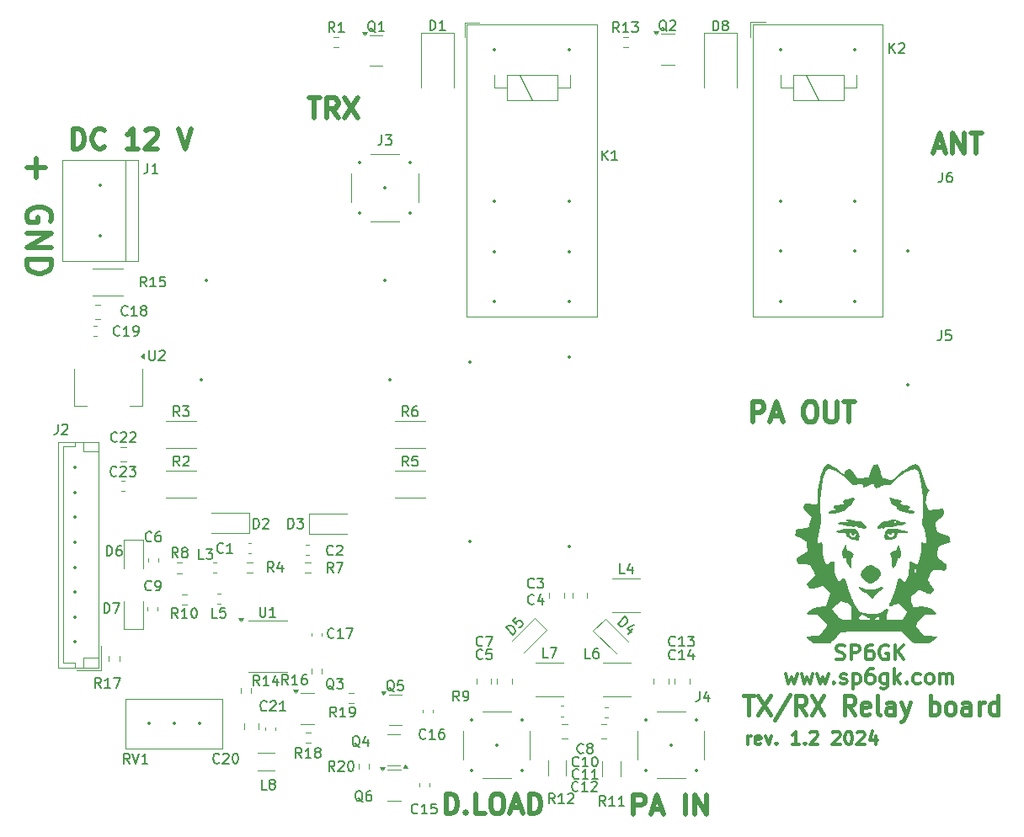
<source format=gto>
%TF.GenerationSoftware,KiCad,Pcbnew,8.0.5*%
%TF.CreationDate,2024-09-26T13:51:18+09:30*%
%TF.ProjectId,TXRX_relay_board,54585258-5f72-4656-9c61-795f626f6172,1.2*%
%TF.SameCoordinates,Original*%
%TF.FileFunction,Legend,Top*%
%TF.FilePolarity,Positive*%
%FSLAX46Y46*%
G04 Gerber Fmt 4.6, Leading zero omitted, Abs format (unit mm)*
G04 Created by KiCad (PCBNEW 8.0.5) date 2024-09-26 13:51:18*
%MOMM*%
%LPD*%
G01*
G04 APERTURE LIST*
%ADD10C,0.300000*%
%ADD11C,0.500000*%
%ADD12C,0.400000*%
%ADD13C,0.150000*%
%ADD14C,0.120000*%
%ADD15C,0.100000*%
%ADD16C,0.000000*%
%ADD17C,0.350000*%
G04 APERTURE END LIST*
D10*
X147107143Y-123589484D02*
X147321429Y-123660912D01*
X147321429Y-123660912D02*
X147678571Y-123660912D01*
X147678571Y-123660912D02*
X147821429Y-123589484D01*
X147821429Y-123589484D02*
X147892857Y-123518055D01*
X147892857Y-123518055D02*
X147964286Y-123375198D01*
X147964286Y-123375198D02*
X147964286Y-123232341D01*
X147964286Y-123232341D02*
X147892857Y-123089484D01*
X147892857Y-123089484D02*
X147821429Y-123018055D01*
X147821429Y-123018055D02*
X147678571Y-122946626D01*
X147678571Y-122946626D02*
X147392857Y-122875198D01*
X147392857Y-122875198D02*
X147250000Y-122803769D01*
X147250000Y-122803769D02*
X147178571Y-122732341D01*
X147178571Y-122732341D02*
X147107143Y-122589484D01*
X147107143Y-122589484D02*
X147107143Y-122446626D01*
X147107143Y-122446626D02*
X147178571Y-122303769D01*
X147178571Y-122303769D02*
X147250000Y-122232341D01*
X147250000Y-122232341D02*
X147392857Y-122160912D01*
X147392857Y-122160912D02*
X147750000Y-122160912D01*
X147750000Y-122160912D02*
X147964286Y-122232341D01*
X148607142Y-123660912D02*
X148607142Y-122160912D01*
X148607142Y-122160912D02*
X149178571Y-122160912D01*
X149178571Y-122160912D02*
X149321428Y-122232341D01*
X149321428Y-122232341D02*
X149392857Y-122303769D01*
X149392857Y-122303769D02*
X149464285Y-122446626D01*
X149464285Y-122446626D02*
X149464285Y-122660912D01*
X149464285Y-122660912D02*
X149392857Y-122803769D01*
X149392857Y-122803769D02*
X149321428Y-122875198D01*
X149321428Y-122875198D02*
X149178571Y-122946626D01*
X149178571Y-122946626D02*
X148607142Y-122946626D01*
X150750000Y-122160912D02*
X150464285Y-122160912D01*
X150464285Y-122160912D02*
X150321428Y-122232341D01*
X150321428Y-122232341D02*
X150250000Y-122303769D01*
X150250000Y-122303769D02*
X150107142Y-122518055D01*
X150107142Y-122518055D02*
X150035714Y-122803769D01*
X150035714Y-122803769D02*
X150035714Y-123375198D01*
X150035714Y-123375198D02*
X150107142Y-123518055D01*
X150107142Y-123518055D02*
X150178571Y-123589484D01*
X150178571Y-123589484D02*
X150321428Y-123660912D01*
X150321428Y-123660912D02*
X150607142Y-123660912D01*
X150607142Y-123660912D02*
X150750000Y-123589484D01*
X150750000Y-123589484D02*
X150821428Y-123518055D01*
X150821428Y-123518055D02*
X150892857Y-123375198D01*
X150892857Y-123375198D02*
X150892857Y-123018055D01*
X150892857Y-123018055D02*
X150821428Y-122875198D01*
X150821428Y-122875198D02*
X150750000Y-122803769D01*
X150750000Y-122803769D02*
X150607142Y-122732341D01*
X150607142Y-122732341D02*
X150321428Y-122732341D01*
X150321428Y-122732341D02*
X150178571Y-122803769D01*
X150178571Y-122803769D02*
X150107142Y-122875198D01*
X150107142Y-122875198D02*
X150035714Y-123018055D01*
X152321428Y-122232341D02*
X152178571Y-122160912D01*
X152178571Y-122160912D02*
X151964285Y-122160912D01*
X151964285Y-122160912D02*
X151749999Y-122232341D01*
X151749999Y-122232341D02*
X151607142Y-122375198D01*
X151607142Y-122375198D02*
X151535713Y-122518055D01*
X151535713Y-122518055D02*
X151464285Y-122803769D01*
X151464285Y-122803769D02*
X151464285Y-123018055D01*
X151464285Y-123018055D02*
X151535713Y-123303769D01*
X151535713Y-123303769D02*
X151607142Y-123446626D01*
X151607142Y-123446626D02*
X151749999Y-123589484D01*
X151749999Y-123589484D02*
X151964285Y-123660912D01*
X151964285Y-123660912D02*
X152107142Y-123660912D01*
X152107142Y-123660912D02*
X152321428Y-123589484D01*
X152321428Y-123589484D02*
X152392856Y-123518055D01*
X152392856Y-123518055D02*
X152392856Y-123018055D01*
X152392856Y-123018055D02*
X152107142Y-123018055D01*
X153035713Y-123660912D02*
X153035713Y-122160912D01*
X153892856Y-123660912D02*
X153249999Y-122803769D01*
X153892856Y-122160912D02*
X153035713Y-123018055D01*
X142035713Y-125075828D02*
X142321428Y-126075828D01*
X142321428Y-126075828D02*
X142607142Y-125361542D01*
X142607142Y-125361542D02*
X142892856Y-126075828D01*
X142892856Y-126075828D02*
X143178570Y-125075828D01*
X143607142Y-125075828D02*
X143892857Y-126075828D01*
X143892857Y-126075828D02*
X144178571Y-125361542D01*
X144178571Y-125361542D02*
X144464285Y-126075828D01*
X144464285Y-126075828D02*
X144749999Y-125075828D01*
X145178571Y-125075828D02*
X145464286Y-126075828D01*
X145464286Y-126075828D02*
X145750000Y-125361542D01*
X145750000Y-125361542D02*
X146035714Y-126075828D01*
X146035714Y-126075828D02*
X146321428Y-125075828D01*
X146892857Y-125932971D02*
X146964286Y-126004400D01*
X146964286Y-126004400D02*
X146892857Y-126075828D01*
X146892857Y-126075828D02*
X146821429Y-126004400D01*
X146821429Y-126004400D02*
X146892857Y-125932971D01*
X146892857Y-125932971D02*
X146892857Y-126075828D01*
X147535715Y-126004400D02*
X147678572Y-126075828D01*
X147678572Y-126075828D02*
X147964286Y-126075828D01*
X147964286Y-126075828D02*
X148107143Y-126004400D01*
X148107143Y-126004400D02*
X148178572Y-125861542D01*
X148178572Y-125861542D02*
X148178572Y-125790114D01*
X148178572Y-125790114D02*
X148107143Y-125647257D01*
X148107143Y-125647257D02*
X147964286Y-125575828D01*
X147964286Y-125575828D02*
X147750001Y-125575828D01*
X147750001Y-125575828D02*
X147607143Y-125504400D01*
X147607143Y-125504400D02*
X147535715Y-125361542D01*
X147535715Y-125361542D02*
X147535715Y-125290114D01*
X147535715Y-125290114D02*
X147607143Y-125147257D01*
X147607143Y-125147257D02*
X147750001Y-125075828D01*
X147750001Y-125075828D02*
X147964286Y-125075828D01*
X147964286Y-125075828D02*
X148107143Y-125147257D01*
X148821429Y-125075828D02*
X148821429Y-126575828D01*
X148821429Y-125147257D02*
X148964287Y-125075828D01*
X148964287Y-125075828D02*
X149250001Y-125075828D01*
X149250001Y-125075828D02*
X149392858Y-125147257D01*
X149392858Y-125147257D02*
X149464287Y-125218685D01*
X149464287Y-125218685D02*
X149535715Y-125361542D01*
X149535715Y-125361542D02*
X149535715Y-125790114D01*
X149535715Y-125790114D02*
X149464287Y-125932971D01*
X149464287Y-125932971D02*
X149392858Y-126004400D01*
X149392858Y-126004400D02*
X149250001Y-126075828D01*
X149250001Y-126075828D02*
X148964287Y-126075828D01*
X148964287Y-126075828D02*
X148821429Y-126004400D01*
X150821430Y-124575828D02*
X150535715Y-124575828D01*
X150535715Y-124575828D02*
X150392858Y-124647257D01*
X150392858Y-124647257D02*
X150321430Y-124718685D01*
X150321430Y-124718685D02*
X150178572Y-124932971D01*
X150178572Y-124932971D02*
X150107144Y-125218685D01*
X150107144Y-125218685D02*
X150107144Y-125790114D01*
X150107144Y-125790114D02*
X150178572Y-125932971D01*
X150178572Y-125932971D02*
X150250001Y-126004400D01*
X150250001Y-126004400D02*
X150392858Y-126075828D01*
X150392858Y-126075828D02*
X150678572Y-126075828D01*
X150678572Y-126075828D02*
X150821430Y-126004400D01*
X150821430Y-126004400D02*
X150892858Y-125932971D01*
X150892858Y-125932971D02*
X150964287Y-125790114D01*
X150964287Y-125790114D02*
X150964287Y-125432971D01*
X150964287Y-125432971D02*
X150892858Y-125290114D01*
X150892858Y-125290114D02*
X150821430Y-125218685D01*
X150821430Y-125218685D02*
X150678572Y-125147257D01*
X150678572Y-125147257D02*
X150392858Y-125147257D01*
X150392858Y-125147257D02*
X150250001Y-125218685D01*
X150250001Y-125218685D02*
X150178572Y-125290114D01*
X150178572Y-125290114D02*
X150107144Y-125432971D01*
X152250001Y-125075828D02*
X152250001Y-126290114D01*
X152250001Y-126290114D02*
X152178572Y-126432971D01*
X152178572Y-126432971D02*
X152107143Y-126504400D01*
X152107143Y-126504400D02*
X151964286Y-126575828D01*
X151964286Y-126575828D02*
X151750001Y-126575828D01*
X151750001Y-126575828D02*
X151607143Y-126504400D01*
X152250001Y-126004400D02*
X152107143Y-126075828D01*
X152107143Y-126075828D02*
X151821429Y-126075828D01*
X151821429Y-126075828D02*
X151678572Y-126004400D01*
X151678572Y-126004400D02*
X151607143Y-125932971D01*
X151607143Y-125932971D02*
X151535715Y-125790114D01*
X151535715Y-125790114D02*
X151535715Y-125361542D01*
X151535715Y-125361542D02*
X151607143Y-125218685D01*
X151607143Y-125218685D02*
X151678572Y-125147257D01*
X151678572Y-125147257D02*
X151821429Y-125075828D01*
X151821429Y-125075828D02*
X152107143Y-125075828D01*
X152107143Y-125075828D02*
X152250001Y-125147257D01*
X152964286Y-126075828D02*
X152964286Y-124575828D01*
X153107144Y-125504400D02*
X153535715Y-126075828D01*
X153535715Y-125075828D02*
X152964286Y-125647257D01*
X154178572Y-125932971D02*
X154250001Y-126004400D01*
X154250001Y-126004400D02*
X154178572Y-126075828D01*
X154178572Y-126075828D02*
X154107144Y-126004400D01*
X154107144Y-126004400D02*
X154178572Y-125932971D01*
X154178572Y-125932971D02*
X154178572Y-126075828D01*
X155535716Y-126004400D02*
X155392858Y-126075828D01*
X155392858Y-126075828D02*
X155107144Y-126075828D01*
X155107144Y-126075828D02*
X154964287Y-126004400D01*
X154964287Y-126004400D02*
X154892858Y-125932971D01*
X154892858Y-125932971D02*
X154821430Y-125790114D01*
X154821430Y-125790114D02*
X154821430Y-125361542D01*
X154821430Y-125361542D02*
X154892858Y-125218685D01*
X154892858Y-125218685D02*
X154964287Y-125147257D01*
X154964287Y-125147257D02*
X155107144Y-125075828D01*
X155107144Y-125075828D02*
X155392858Y-125075828D01*
X155392858Y-125075828D02*
X155535716Y-125147257D01*
X156392858Y-126075828D02*
X156250001Y-126004400D01*
X156250001Y-126004400D02*
X156178572Y-125932971D01*
X156178572Y-125932971D02*
X156107144Y-125790114D01*
X156107144Y-125790114D02*
X156107144Y-125361542D01*
X156107144Y-125361542D02*
X156178572Y-125218685D01*
X156178572Y-125218685D02*
X156250001Y-125147257D01*
X156250001Y-125147257D02*
X156392858Y-125075828D01*
X156392858Y-125075828D02*
X156607144Y-125075828D01*
X156607144Y-125075828D02*
X156750001Y-125147257D01*
X156750001Y-125147257D02*
X156821430Y-125218685D01*
X156821430Y-125218685D02*
X156892858Y-125361542D01*
X156892858Y-125361542D02*
X156892858Y-125790114D01*
X156892858Y-125790114D02*
X156821430Y-125932971D01*
X156821430Y-125932971D02*
X156750001Y-126004400D01*
X156750001Y-126004400D02*
X156607144Y-126075828D01*
X156607144Y-126075828D02*
X156392858Y-126075828D01*
X157535715Y-126075828D02*
X157535715Y-125075828D01*
X157535715Y-125218685D02*
X157607144Y-125147257D01*
X157607144Y-125147257D02*
X157750001Y-125075828D01*
X157750001Y-125075828D02*
X157964287Y-125075828D01*
X157964287Y-125075828D02*
X158107144Y-125147257D01*
X158107144Y-125147257D02*
X158178573Y-125290114D01*
X158178573Y-125290114D02*
X158178573Y-126075828D01*
X158178573Y-125290114D02*
X158250001Y-125147257D01*
X158250001Y-125147257D02*
X158392858Y-125075828D01*
X158392858Y-125075828D02*
X158607144Y-125075828D01*
X158607144Y-125075828D02*
X158750001Y-125147257D01*
X158750001Y-125147257D02*
X158821430Y-125290114D01*
X158821430Y-125290114D02*
X158821430Y-126075828D01*
D11*
X70390475Y-72279238D02*
X70390475Y-70279238D01*
X70390475Y-70279238D02*
X70866665Y-70279238D01*
X70866665Y-70279238D02*
X71152380Y-70374476D01*
X71152380Y-70374476D02*
X71342856Y-70564952D01*
X71342856Y-70564952D02*
X71438094Y-70755428D01*
X71438094Y-70755428D02*
X71533332Y-71136380D01*
X71533332Y-71136380D02*
X71533332Y-71422095D01*
X71533332Y-71422095D02*
X71438094Y-71803047D01*
X71438094Y-71803047D02*
X71342856Y-71993523D01*
X71342856Y-71993523D02*
X71152380Y-72184000D01*
X71152380Y-72184000D02*
X70866665Y-72279238D01*
X70866665Y-72279238D02*
X70390475Y-72279238D01*
X73533332Y-72088761D02*
X73438094Y-72184000D01*
X73438094Y-72184000D02*
X73152380Y-72279238D01*
X73152380Y-72279238D02*
X72961904Y-72279238D01*
X72961904Y-72279238D02*
X72676189Y-72184000D01*
X72676189Y-72184000D02*
X72485713Y-71993523D01*
X72485713Y-71993523D02*
X72390475Y-71803047D01*
X72390475Y-71803047D02*
X72295237Y-71422095D01*
X72295237Y-71422095D02*
X72295237Y-71136380D01*
X72295237Y-71136380D02*
X72390475Y-70755428D01*
X72390475Y-70755428D02*
X72485713Y-70564952D01*
X72485713Y-70564952D02*
X72676189Y-70374476D01*
X72676189Y-70374476D02*
X72961904Y-70279238D01*
X72961904Y-70279238D02*
X73152380Y-70279238D01*
X73152380Y-70279238D02*
X73438094Y-70374476D01*
X73438094Y-70374476D02*
X73533332Y-70469714D01*
X76961904Y-72279238D02*
X75819047Y-72279238D01*
X76390475Y-72279238D02*
X76390475Y-70279238D01*
X76390475Y-70279238D02*
X76199999Y-70564952D01*
X76199999Y-70564952D02*
X76009523Y-70755428D01*
X76009523Y-70755428D02*
X75819047Y-70850666D01*
X77723809Y-70469714D02*
X77819047Y-70374476D01*
X77819047Y-70374476D02*
X78009523Y-70279238D01*
X78009523Y-70279238D02*
X78485714Y-70279238D01*
X78485714Y-70279238D02*
X78676190Y-70374476D01*
X78676190Y-70374476D02*
X78771428Y-70469714D01*
X78771428Y-70469714D02*
X78866666Y-70660190D01*
X78866666Y-70660190D02*
X78866666Y-70850666D01*
X78866666Y-70850666D02*
X78771428Y-71136380D01*
X78771428Y-71136380D02*
X77628571Y-72279238D01*
X77628571Y-72279238D02*
X78866666Y-72279238D01*
X80961905Y-70279238D02*
X81628571Y-72279238D01*
X81628571Y-72279238D02*
X82295238Y-70279238D01*
X138699999Y-99729238D02*
X138699999Y-97729238D01*
X138699999Y-97729238D02*
X139461904Y-97729238D01*
X139461904Y-97729238D02*
X139652380Y-97824476D01*
X139652380Y-97824476D02*
X139747618Y-97919714D01*
X139747618Y-97919714D02*
X139842856Y-98110190D01*
X139842856Y-98110190D02*
X139842856Y-98395904D01*
X139842856Y-98395904D02*
X139747618Y-98586380D01*
X139747618Y-98586380D02*
X139652380Y-98681619D01*
X139652380Y-98681619D02*
X139461904Y-98776857D01*
X139461904Y-98776857D02*
X138699999Y-98776857D01*
X140604761Y-99157809D02*
X141557142Y-99157809D01*
X140414285Y-99729238D02*
X141080951Y-97729238D01*
X141080951Y-97729238D02*
X141747618Y-99729238D01*
X144319047Y-97729238D02*
X144700000Y-97729238D01*
X144700000Y-97729238D02*
X144890476Y-97824476D01*
X144890476Y-97824476D02*
X145080952Y-98014952D01*
X145080952Y-98014952D02*
X145176190Y-98395904D01*
X145176190Y-98395904D02*
X145176190Y-99062571D01*
X145176190Y-99062571D02*
X145080952Y-99443523D01*
X145080952Y-99443523D02*
X144890476Y-99634000D01*
X144890476Y-99634000D02*
X144700000Y-99729238D01*
X144700000Y-99729238D02*
X144319047Y-99729238D01*
X144319047Y-99729238D02*
X144128571Y-99634000D01*
X144128571Y-99634000D02*
X143938095Y-99443523D01*
X143938095Y-99443523D02*
X143842857Y-99062571D01*
X143842857Y-99062571D02*
X143842857Y-98395904D01*
X143842857Y-98395904D02*
X143938095Y-98014952D01*
X143938095Y-98014952D02*
X144128571Y-97824476D01*
X144128571Y-97824476D02*
X144319047Y-97729238D01*
X146033333Y-97729238D02*
X146033333Y-99348285D01*
X146033333Y-99348285D02*
X146128571Y-99538761D01*
X146128571Y-99538761D02*
X146223809Y-99634000D01*
X146223809Y-99634000D02*
X146414285Y-99729238D01*
X146414285Y-99729238D02*
X146795238Y-99729238D01*
X146795238Y-99729238D02*
X146985714Y-99634000D01*
X146985714Y-99634000D02*
X147080952Y-99538761D01*
X147080952Y-99538761D02*
X147176190Y-99348285D01*
X147176190Y-99348285D02*
X147176190Y-97729238D01*
X147842857Y-97729238D02*
X148985714Y-97729238D01*
X148414285Y-99729238D02*
X148414285Y-97729238D01*
X94076190Y-67179238D02*
X95219047Y-67179238D01*
X94647618Y-69179238D02*
X94647618Y-67179238D01*
X97028571Y-69179238D02*
X96361904Y-68226857D01*
X95885714Y-69179238D02*
X95885714Y-67179238D01*
X95885714Y-67179238D02*
X96647619Y-67179238D01*
X96647619Y-67179238D02*
X96838095Y-67274476D01*
X96838095Y-67274476D02*
X96933333Y-67369714D01*
X96933333Y-67369714D02*
X97028571Y-67560190D01*
X97028571Y-67560190D02*
X97028571Y-67845904D01*
X97028571Y-67845904D02*
X96933333Y-68036380D01*
X96933333Y-68036380D02*
X96838095Y-68131619D01*
X96838095Y-68131619D02*
X96647619Y-68226857D01*
X96647619Y-68226857D02*
X95885714Y-68226857D01*
X97695238Y-67179238D02*
X99028571Y-69179238D01*
X99028571Y-67179238D02*
X97695238Y-69179238D01*
X126733333Y-139229238D02*
X126733333Y-137229238D01*
X126733333Y-137229238D02*
X127495238Y-137229238D01*
X127495238Y-137229238D02*
X127685714Y-137324476D01*
X127685714Y-137324476D02*
X127780952Y-137419714D01*
X127780952Y-137419714D02*
X127876190Y-137610190D01*
X127876190Y-137610190D02*
X127876190Y-137895904D01*
X127876190Y-137895904D02*
X127780952Y-138086380D01*
X127780952Y-138086380D02*
X127685714Y-138181619D01*
X127685714Y-138181619D02*
X127495238Y-138276857D01*
X127495238Y-138276857D02*
X126733333Y-138276857D01*
X128638095Y-138657809D02*
X129590476Y-138657809D01*
X128447619Y-139229238D02*
X129114285Y-137229238D01*
X129114285Y-137229238D02*
X129780952Y-139229238D01*
X131971429Y-139229238D02*
X131971429Y-137229238D01*
X132923810Y-139229238D02*
X132923810Y-137229238D01*
X132923810Y-137229238D02*
X134066667Y-139229238D01*
X134066667Y-139229238D02*
X134066667Y-137229238D01*
X157014285Y-72157809D02*
X157966666Y-72157809D01*
X156823809Y-72729238D02*
X157490475Y-70729238D01*
X157490475Y-70729238D02*
X158157142Y-72729238D01*
X158823809Y-72729238D02*
X158823809Y-70729238D01*
X158823809Y-70729238D02*
X159966666Y-72729238D01*
X159966666Y-72729238D02*
X159966666Y-70729238D01*
X160633333Y-70729238D02*
X161776190Y-70729238D01*
X161204761Y-72729238D02*
X161204761Y-70729238D01*
X66689333Y-73254314D02*
X66689333Y-75159076D01*
X65736952Y-74206695D02*
X67641714Y-74206695D01*
X68117904Y-79563837D02*
X68236952Y-79325742D01*
X68236952Y-79325742D02*
X68236952Y-78968599D01*
X68236952Y-78968599D02*
X68117904Y-78611456D01*
X68117904Y-78611456D02*
X67879809Y-78373361D01*
X67879809Y-78373361D02*
X67641714Y-78254314D01*
X67641714Y-78254314D02*
X67165523Y-78135266D01*
X67165523Y-78135266D02*
X66808380Y-78135266D01*
X66808380Y-78135266D02*
X66332190Y-78254314D01*
X66332190Y-78254314D02*
X66094095Y-78373361D01*
X66094095Y-78373361D02*
X65856000Y-78611456D01*
X65856000Y-78611456D02*
X65736952Y-78968599D01*
X65736952Y-78968599D02*
X65736952Y-79206695D01*
X65736952Y-79206695D02*
X65856000Y-79563837D01*
X65856000Y-79563837D02*
X65975047Y-79682885D01*
X65975047Y-79682885D02*
X66808380Y-79682885D01*
X66808380Y-79682885D02*
X66808380Y-79206695D01*
X65736952Y-80754314D02*
X68236952Y-80754314D01*
X68236952Y-80754314D02*
X65736952Y-82182885D01*
X65736952Y-82182885D02*
X68236952Y-82182885D01*
X65736952Y-83373362D02*
X68236952Y-83373362D01*
X68236952Y-83373362D02*
X68236952Y-83968600D01*
X68236952Y-83968600D02*
X68117904Y-84325743D01*
X68117904Y-84325743D02*
X67879809Y-84563838D01*
X67879809Y-84563838D02*
X67641714Y-84682885D01*
X67641714Y-84682885D02*
X67165523Y-84801933D01*
X67165523Y-84801933D02*
X66808380Y-84801933D01*
X66808380Y-84801933D02*
X66332190Y-84682885D01*
X66332190Y-84682885D02*
X66094095Y-84563838D01*
X66094095Y-84563838D02*
X65856000Y-84325743D01*
X65856000Y-84325743D02*
X65736952Y-83968600D01*
X65736952Y-83968600D02*
X65736952Y-83373362D01*
D12*
X137809585Y-127234438D02*
X138838157Y-127234438D01*
X138323871Y-129234438D02*
X138323871Y-127234438D01*
X139266728Y-127234438D02*
X140466728Y-129234438D01*
X140466728Y-127234438D02*
X139266728Y-129234438D01*
X142438157Y-127139200D02*
X140895300Y-129710628D01*
X144066728Y-129234438D02*
X143466728Y-128282057D01*
X143038157Y-129234438D02*
X143038157Y-127234438D01*
X143038157Y-127234438D02*
X143723871Y-127234438D01*
X143723871Y-127234438D02*
X143895300Y-127329676D01*
X143895300Y-127329676D02*
X143981014Y-127424914D01*
X143981014Y-127424914D02*
X144066728Y-127615390D01*
X144066728Y-127615390D02*
X144066728Y-127901104D01*
X144066728Y-127901104D02*
X143981014Y-128091580D01*
X143981014Y-128091580D02*
X143895300Y-128186819D01*
X143895300Y-128186819D02*
X143723871Y-128282057D01*
X143723871Y-128282057D02*
X143038157Y-128282057D01*
X144666728Y-127234438D02*
X145866728Y-129234438D01*
X145866728Y-127234438D02*
X144666728Y-129234438D01*
X148952443Y-129234438D02*
X148352443Y-128282057D01*
X147923872Y-129234438D02*
X147923872Y-127234438D01*
X147923872Y-127234438D02*
X148609586Y-127234438D01*
X148609586Y-127234438D02*
X148781015Y-127329676D01*
X148781015Y-127329676D02*
X148866729Y-127424914D01*
X148866729Y-127424914D02*
X148952443Y-127615390D01*
X148952443Y-127615390D02*
X148952443Y-127901104D01*
X148952443Y-127901104D02*
X148866729Y-128091580D01*
X148866729Y-128091580D02*
X148781015Y-128186819D01*
X148781015Y-128186819D02*
X148609586Y-128282057D01*
X148609586Y-128282057D02*
X147923872Y-128282057D01*
X150409586Y-129139200D02*
X150238158Y-129234438D01*
X150238158Y-129234438D02*
X149895301Y-129234438D01*
X149895301Y-129234438D02*
X149723872Y-129139200D01*
X149723872Y-129139200D02*
X149638158Y-128948723D01*
X149638158Y-128948723D02*
X149638158Y-128186819D01*
X149638158Y-128186819D02*
X149723872Y-127996342D01*
X149723872Y-127996342D02*
X149895301Y-127901104D01*
X149895301Y-127901104D02*
X150238158Y-127901104D01*
X150238158Y-127901104D02*
X150409586Y-127996342D01*
X150409586Y-127996342D02*
X150495301Y-128186819D01*
X150495301Y-128186819D02*
X150495301Y-128377295D01*
X150495301Y-128377295D02*
X149638158Y-128567771D01*
X151523872Y-129234438D02*
X151352443Y-129139200D01*
X151352443Y-129139200D02*
X151266729Y-128948723D01*
X151266729Y-128948723D02*
X151266729Y-127234438D01*
X152981015Y-129234438D02*
X152981015Y-128186819D01*
X152981015Y-128186819D02*
X152895300Y-127996342D01*
X152895300Y-127996342D02*
X152723872Y-127901104D01*
X152723872Y-127901104D02*
X152381015Y-127901104D01*
X152381015Y-127901104D02*
X152209586Y-127996342D01*
X152981015Y-129139200D02*
X152809586Y-129234438D01*
X152809586Y-129234438D02*
X152381015Y-129234438D01*
X152381015Y-129234438D02*
X152209586Y-129139200D01*
X152209586Y-129139200D02*
X152123872Y-128948723D01*
X152123872Y-128948723D02*
X152123872Y-128758247D01*
X152123872Y-128758247D02*
X152209586Y-128567771D01*
X152209586Y-128567771D02*
X152381015Y-128472533D01*
X152381015Y-128472533D02*
X152809586Y-128472533D01*
X152809586Y-128472533D02*
X152981015Y-128377295D01*
X153666728Y-127901104D02*
X154095300Y-129234438D01*
X154523871Y-127901104D02*
X154095300Y-129234438D01*
X154095300Y-129234438D02*
X153923871Y-129710628D01*
X153923871Y-129710628D02*
X153838157Y-129805866D01*
X153838157Y-129805866D02*
X153666728Y-129901104D01*
X156581015Y-129234438D02*
X156581015Y-127234438D01*
X156581015Y-127996342D02*
X156752444Y-127901104D01*
X156752444Y-127901104D02*
X157095301Y-127901104D01*
X157095301Y-127901104D02*
X157266729Y-127996342D01*
X157266729Y-127996342D02*
X157352444Y-128091580D01*
X157352444Y-128091580D02*
X157438158Y-128282057D01*
X157438158Y-128282057D02*
X157438158Y-128853485D01*
X157438158Y-128853485D02*
X157352444Y-129043961D01*
X157352444Y-129043961D02*
X157266729Y-129139200D01*
X157266729Y-129139200D02*
X157095301Y-129234438D01*
X157095301Y-129234438D02*
X156752444Y-129234438D01*
X156752444Y-129234438D02*
X156581015Y-129139200D01*
X158466729Y-129234438D02*
X158295300Y-129139200D01*
X158295300Y-129139200D02*
X158209586Y-129043961D01*
X158209586Y-129043961D02*
X158123872Y-128853485D01*
X158123872Y-128853485D02*
X158123872Y-128282057D01*
X158123872Y-128282057D02*
X158209586Y-128091580D01*
X158209586Y-128091580D02*
X158295300Y-127996342D01*
X158295300Y-127996342D02*
X158466729Y-127901104D01*
X158466729Y-127901104D02*
X158723872Y-127901104D01*
X158723872Y-127901104D02*
X158895300Y-127996342D01*
X158895300Y-127996342D02*
X158981015Y-128091580D01*
X158981015Y-128091580D02*
X159066729Y-128282057D01*
X159066729Y-128282057D02*
X159066729Y-128853485D01*
X159066729Y-128853485D02*
X158981015Y-129043961D01*
X158981015Y-129043961D02*
X158895300Y-129139200D01*
X158895300Y-129139200D02*
X158723872Y-129234438D01*
X158723872Y-129234438D02*
X158466729Y-129234438D01*
X160609586Y-129234438D02*
X160609586Y-128186819D01*
X160609586Y-128186819D02*
X160523871Y-127996342D01*
X160523871Y-127996342D02*
X160352443Y-127901104D01*
X160352443Y-127901104D02*
X160009586Y-127901104D01*
X160009586Y-127901104D02*
X159838157Y-127996342D01*
X160609586Y-129139200D02*
X160438157Y-129234438D01*
X160438157Y-129234438D02*
X160009586Y-129234438D01*
X160009586Y-129234438D02*
X159838157Y-129139200D01*
X159838157Y-129139200D02*
X159752443Y-128948723D01*
X159752443Y-128948723D02*
X159752443Y-128758247D01*
X159752443Y-128758247D02*
X159838157Y-128567771D01*
X159838157Y-128567771D02*
X160009586Y-128472533D01*
X160009586Y-128472533D02*
X160438157Y-128472533D01*
X160438157Y-128472533D02*
X160609586Y-128377295D01*
X161466728Y-129234438D02*
X161466728Y-127901104D01*
X161466728Y-128282057D02*
X161552442Y-128091580D01*
X161552442Y-128091580D02*
X161638157Y-127996342D01*
X161638157Y-127996342D02*
X161809585Y-127901104D01*
X161809585Y-127901104D02*
X161981014Y-127901104D01*
X163352443Y-129234438D02*
X163352443Y-127234438D01*
X163352443Y-129139200D02*
X163181014Y-129234438D01*
X163181014Y-129234438D02*
X162838157Y-129234438D01*
X162838157Y-129234438D02*
X162666728Y-129139200D01*
X162666728Y-129139200D02*
X162581014Y-129043961D01*
X162581014Y-129043961D02*
X162495300Y-128853485D01*
X162495300Y-128853485D02*
X162495300Y-128282057D01*
X162495300Y-128282057D02*
X162581014Y-128091580D01*
X162581014Y-128091580D02*
X162666728Y-127996342D01*
X162666728Y-127996342D02*
X162838157Y-127901104D01*
X162838157Y-127901104D02*
X163181014Y-127901104D01*
X163181014Y-127901104D02*
X163352443Y-127996342D01*
D10*
X138206891Y-132175304D02*
X138206891Y-131308638D01*
X138206891Y-131556257D02*
X138268796Y-131432447D01*
X138268796Y-131432447D02*
X138330701Y-131370542D01*
X138330701Y-131370542D02*
X138454510Y-131308638D01*
X138454510Y-131308638D02*
X138578320Y-131308638D01*
X139506891Y-132113400D02*
X139383082Y-132175304D01*
X139383082Y-132175304D02*
X139135463Y-132175304D01*
X139135463Y-132175304D02*
X139011653Y-132113400D01*
X139011653Y-132113400D02*
X138949749Y-131989590D01*
X138949749Y-131989590D02*
X138949749Y-131494352D01*
X138949749Y-131494352D02*
X139011653Y-131370542D01*
X139011653Y-131370542D02*
X139135463Y-131308638D01*
X139135463Y-131308638D02*
X139383082Y-131308638D01*
X139383082Y-131308638D02*
X139506891Y-131370542D01*
X139506891Y-131370542D02*
X139568796Y-131494352D01*
X139568796Y-131494352D02*
X139568796Y-131618161D01*
X139568796Y-131618161D02*
X138949749Y-131741971D01*
X140002130Y-131308638D02*
X140311654Y-132175304D01*
X140311654Y-132175304D02*
X140621177Y-131308638D01*
X141116415Y-132051495D02*
X141178320Y-132113400D01*
X141178320Y-132113400D02*
X141116415Y-132175304D01*
X141116415Y-132175304D02*
X141054511Y-132113400D01*
X141054511Y-132113400D02*
X141116415Y-132051495D01*
X141116415Y-132051495D02*
X141116415Y-132175304D01*
X143406892Y-132175304D02*
X142664035Y-132175304D01*
X143035463Y-132175304D02*
X143035463Y-130875304D01*
X143035463Y-130875304D02*
X142911654Y-131061019D01*
X142911654Y-131061019D02*
X142787844Y-131184828D01*
X142787844Y-131184828D02*
X142664035Y-131246733D01*
X143964034Y-132051495D02*
X144025939Y-132113400D01*
X144025939Y-132113400D02*
X143964034Y-132175304D01*
X143964034Y-132175304D02*
X143902130Y-132113400D01*
X143902130Y-132113400D02*
X143964034Y-132051495D01*
X143964034Y-132051495D02*
X143964034Y-132175304D01*
X144521178Y-130999114D02*
X144583082Y-130937209D01*
X144583082Y-130937209D02*
X144706892Y-130875304D01*
X144706892Y-130875304D02*
X145016416Y-130875304D01*
X145016416Y-130875304D02*
X145140225Y-130937209D01*
X145140225Y-130937209D02*
X145202130Y-130999114D01*
X145202130Y-130999114D02*
X145264035Y-131122923D01*
X145264035Y-131122923D02*
X145264035Y-131246733D01*
X145264035Y-131246733D02*
X145202130Y-131432447D01*
X145202130Y-131432447D02*
X144459273Y-132175304D01*
X144459273Y-132175304D02*
X145264035Y-132175304D01*
X146749749Y-130999114D02*
X146811653Y-130937209D01*
X146811653Y-130937209D02*
X146935463Y-130875304D01*
X146935463Y-130875304D02*
X147244987Y-130875304D01*
X147244987Y-130875304D02*
X147368796Y-130937209D01*
X147368796Y-130937209D02*
X147430701Y-130999114D01*
X147430701Y-130999114D02*
X147492606Y-131122923D01*
X147492606Y-131122923D02*
X147492606Y-131246733D01*
X147492606Y-131246733D02*
X147430701Y-131432447D01*
X147430701Y-131432447D02*
X146687844Y-132175304D01*
X146687844Y-132175304D02*
X147492606Y-132175304D01*
X148297367Y-130875304D02*
X148421177Y-130875304D01*
X148421177Y-130875304D02*
X148544986Y-130937209D01*
X148544986Y-130937209D02*
X148606891Y-130999114D01*
X148606891Y-130999114D02*
X148668796Y-131122923D01*
X148668796Y-131122923D02*
X148730701Y-131370542D01*
X148730701Y-131370542D02*
X148730701Y-131680066D01*
X148730701Y-131680066D02*
X148668796Y-131927685D01*
X148668796Y-131927685D02*
X148606891Y-132051495D01*
X148606891Y-132051495D02*
X148544986Y-132113400D01*
X148544986Y-132113400D02*
X148421177Y-132175304D01*
X148421177Y-132175304D02*
X148297367Y-132175304D01*
X148297367Y-132175304D02*
X148173558Y-132113400D01*
X148173558Y-132113400D02*
X148111653Y-132051495D01*
X148111653Y-132051495D02*
X148049748Y-131927685D01*
X148049748Y-131927685D02*
X147987844Y-131680066D01*
X147987844Y-131680066D02*
X147987844Y-131370542D01*
X147987844Y-131370542D02*
X148049748Y-131122923D01*
X148049748Y-131122923D02*
X148111653Y-130999114D01*
X148111653Y-130999114D02*
X148173558Y-130937209D01*
X148173558Y-130937209D02*
X148297367Y-130875304D01*
X149225939Y-130999114D02*
X149287843Y-130937209D01*
X149287843Y-130937209D02*
X149411653Y-130875304D01*
X149411653Y-130875304D02*
X149721177Y-130875304D01*
X149721177Y-130875304D02*
X149844986Y-130937209D01*
X149844986Y-130937209D02*
X149906891Y-130999114D01*
X149906891Y-130999114D02*
X149968796Y-131122923D01*
X149968796Y-131122923D02*
X149968796Y-131246733D01*
X149968796Y-131246733D02*
X149906891Y-131432447D01*
X149906891Y-131432447D02*
X149164034Y-132175304D01*
X149164034Y-132175304D02*
X149968796Y-132175304D01*
X151083081Y-131308638D02*
X151083081Y-132175304D01*
X150773557Y-130813400D02*
X150464034Y-131741971D01*
X150464034Y-131741971D02*
X151268795Y-131741971D01*
D11*
X107885714Y-139129238D02*
X107885714Y-137129238D01*
X107885714Y-137129238D02*
X108361904Y-137129238D01*
X108361904Y-137129238D02*
X108647619Y-137224476D01*
X108647619Y-137224476D02*
X108838095Y-137414952D01*
X108838095Y-137414952D02*
X108933333Y-137605428D01*
X108933333Y-137605428D02*
X109028571Y-137986380D01*
X109028571Y-137986380D02*
X109028571Y-138272095D01*
X109028571Y-138272095D02*
X108933333Y-138653047D01*
X108933333Y-138653047D02*
X108838095Y-138843523D01*
X108838095Y-138843523D02*
X108647619Y-139034000D01*
X108647619Y-139034000D02*
X108361904Y-139129238D01*
X108361904Y-139129238D02*
X107885714Y-139129238D01*
X109885714Y-138938761D02*
X109980952Y-139034000D01*
X109980952Y-139034000D02*
X109885714Y-139129238D01*
X109885714Y-139129238D02*
X109790476Y-139034000D01*
X109790476Y-139034000D02*
X109885714Y-138938761D01*
X109885714Y-138938761D02*
X109885714Y-139129238D01*
X111790476Y-139129238D02*
X110838095Y-139129238D01*
X110838095Y-139129238D02*
X110838095Y-137129238D01*
X112838095Y-137129238D02*
X113219048Y-137129238D01*
X113219048Y-137129238D02*
X113409524Y-137224476D01*
X113409524Y-137224476D02*
X113600000Y-137414952D01*
X113600000Y-137414952D02*
X113695238Y-137795904D01*
X113695238Y-137795904D02*
X113695238Y-138462571D01*
X113695238Y-138462571D02*
X113600000Y-138843523D01*
X113600000Y-138843523D02*
X113409524Y-139034000D01*
X113409524Y-139034000D02*
X113219048Y-139129238D01*
X113219048Y-139129238D02*
X112838095Y-139129238D01*
X112838095Y-139129238D02*
X112647619Y-139034000D01*
X112647619Y-139034000D02*
X112457143Y-138843523D01*
X112457143Y-138843523D02*
X112361905Y-138462571D01*
X112361905Y-138462571D02*
X112361905Y-137795904D01*
X112361905Y-137795904D02*
X112457143Y-137414952D01*
X112457143Y-137414952D02*
X112647619Y-137224476D01*
X112647619Y-137224476D02*
X112838095Y-137129238D01*
X114457143Y-138557809D02*
X115409524Y-138557809D01*
X114266667Y-139129238D02*
X114933333Y-137129238D01*
X114933333Y-137129238D02*
X115600000Y-139129238D01*
X116266667Y-139129238D02*
X116266667Y-137129238D01*
X116266667Y-137129238D02*
X116742857Y-137129238D01*
X116742857Y-137129238D02*
X117028572Y-137224476D01*
X117028572Y-137224476D02*
X117219048Y-137414952D01*
X117219048Y-137414952D02*
X117314286Y-137605428D01*
X117314286Y-137605428D02*
X117409524Y-137986380D01*
X117409524Y-137986380D02*
X117409524Y-138272095D01*
X117409524Y-138272095D02*
X117314286Y-138653047D01*
X117314286Y-138653047D02*
X117219048Y-138843523D01*
X117219048Y-138843523D02*
X117028572Y-139034000D01*
X117028572Y-139034000D02*
X116742857Y-139129238D01*
X116742857Y-139129238D02*
X116266667Y-139129238D01*
D13*
X73761905Y-113204819D02*
X73761905Y-112204819D01*
X73761905Y-112204819D02*
X74000000Y-112204819D01*
X74000000Y-112204819D02*
X74142857Y-112252438D01*
X74142857Y-112252438D02*
X74238095Y-112347676D01*
X74238095Y-112347676D02*
X74285714Y-112442914D01*
X74285714Y-112442914D02*
X74333333Y-112633390D01*
X74333333Y-112633390D02*
X74333333Y-112776247D01*
X74333333Y-112776247D02*
X74285714Y-112966723D01*
X74285714Y-112966723D02*
X74238095Y-113061961D01*
X74238095Y-113061961D02*
X74142857Y-113157200D01*
X74142857Y-113157200D02*
X74000000Y-113204819D01*
X74000000Y-113204819D02*
X73761905Y-113204819D01*
X75190476Y-112204819D02*
X75000000Y-112204819D01*
X75000000Y-112204819D02*
X74904762Y-112252438D01*
X74904762Y-112252438D02*
X74857143Y-112300057D01*
X74857143Y-112300057D02*
X74761905Y-112442914D01*
X74761905Y-112442914D02*
X74714286Y-112633390D01*
X74714286Y-112633390D02*
X74714286Y-113014342D01*
X74714286Y-113014342D02*
X74761905Y-113109580D01*
X74761905Y-113109580D02*
X74809524Y-113157200D01*
X74809524Y-113157200D02*
X74904762Y-113204819D01*
X74904762Y-113204819D02*
X75095238Y-113204819D01*
X75095238Y-113204819D02*
X75190476Y-113157200D01*
X75190476Y-113157200D02*
X75238095Y-113109580D01*
X75238095Y-113109580D02*
X75285714Y-113014342D01*
X75285714Y-113014342D02*
X75285714Y-112776247D01*
X75285714Y-112776247D02*
X75238095Y-112681009D01*
X75238095Y-112681009D02*
X75190476Y-112633390D01*
X75190476Y-112633390D02*
X75095238Y-112585771D01*
X75095238Y-112585771D02*
X74904762Y-112585771D01*
X74904762Y-112585771D02*
X74809524Y-112633390D01*
X74809524Y-112633390D02*
X74761905Y-112681009D01*
X74761905Y-112681009D02*
X74714286Y-112776247D01*
X84847133Y-119444619D02*
X84370943Y-119444619D01*
X84370943Y-119444619D02*
X84370943Y-118444619D01*
X85656657Y-118444619D02*
X85180467Y-118444619D01*
X85180467Y-118444619D02*
X85132848Y-118920809D01*
X85132848Y-118920809D02*
X85180467Y-118873190D01*
X85180467Y-118873190D02*
X85275705Y-118825571D01*
X85275705Y-118825571D02*
X85513800Y-118825571D01*
X85513800Y-118825571D02*
X85609038Y-118873190D01*
X85609038Y-118873190D02*
X85656657Y-118920809D01*
X85656657Y-118920809D02*
X85704276Y-119016047D01*
X85704276Y-119016047D02*
X85704276Y-119254142D01*
X85704276Y-119254142D02*
X85656657Y-119349380D01*
X85656657Y-119349380D02*
X85609038Y-119397000D01*
X85609038Y-119397000D02*
X85513800Y-119444619D01*
X85513800Y-119444619D02*
X85275705Y-119444619D01*
X85275705Y-119444619D02*
X85180467Y-119397000D01*
X85180467Y-119397000D02*
X85132848Y-119349380D01*
X123561905Y-73454819D02*
X123561905Y-72454819D01*
X124133333Y-73454819D02*
X123704762Y-72883390D01*
X124133333Y-72454819D02*
X123561905Y-73026247D01*
X125085714Y-73454819D02*
X124514286Y-73454819D01*
X124800000Y-73454819D02*
X124800000Y-72454819D01*
X124800000Y-72454819D02*
X124704762Y-72597676D01*
X124704762Y-72597676D02*
X124609524Y-72692914D01*
X124609524Y-72692914D02*
X124514286Y-72740533D01*
X92007142Y-126154819D02*
X91673809Y-125678628D01*
X91435714Y-126154819D02*
X91435714Y-125154819D01*
X91435714Y-125154819D02*
X91816666Y-125154819D01*
X91816666Y-125154819D02*
X91911904Y-125202438D01*
X91911904Y-125202438D02*
X91959523Y-125250057D01*
X91959523Y-125250057D02*
X92007142Y-125345295D01*
X92007142Y-125345295D02*
X92007142Y-125488152D01*
X92007142Y-125488152D02*
X91959523Y-125583390D01*
X91959523Y-125583390D02*
X91911904Y-125631009D01*
X91911904Y-125631009D02*
X91816666Y-125678628D01*
X91816666Y-125678628D02*
X91435714Y-125678628D01*
X92959523Y-126154819D02*
X92388095Y-126154819D01*
X92673809Y-126154819D02*
X92673809Y-125154819D01*
X92673809Y-125154819D02*
X92578571Y-125297676D01*
X92578571Y-125297676D02*
X92483333Y-125392914D01*
X92483333Y-125392914D02*
X92388095Y-125440533D01*
X93816666Y-125154819D02*
X93626190Y-125154819D01*
X93626190Y-125154819D02*
X93530952Y-125202438D01*
X93530952Y-125202438D02*
X93483333Y-125250057D01*
X93483333Y-125250057D02*
X93388095Y-125392914D01*
X93388095Y-125392914D02*
X93340476Y-125583390D01*
X93340476Y-125583390D02*
X93340476Y-125964342D01*
X93340476Y-125964342D02*
X93388095Y-126059580D01*
X93388095Y-126059580D02*
X93435714Y-126107200D01*
X93435714Y-126107200D02*
X93530952Y-126154819D01*
X93530952Y-126154819D02*
X93721428Y-126154819D01*
X93721428Y-126154819D02*
X93816666Y-126107200D01*
X93816666Y-126107200D02*
X93864285Y-126059580D01*
X93864285Y-126059580D02*
X93911904Y-125964342D01*
X93911904Y-125964342D02*
X93911904Y-125726247D01*
X93911904Y-125726247D02*
X93864285Y-125631009D01*
X93864285Y-125631009D02*
X93816666Y-125583390D01*
X93816666Y-125583390D02*
X93721428Y-125535771D01*
X93721428Y-125535771D02*
X93530952Y-125535771D01*
X93530952Y-125535771D02*
X93435714Y-125583390D01*
X93435714Y-125583390D02*
X93388095Y-125631009D01*
X93388095Y-125631009D02*
X93340476Y-125726247D01*
X80916542Y-119470019D02*
X80583209Y-118993828D01*
X80345114Y-119470019D02*
X80345114Y-118470019D01*
X80345114Y-118470019D02*
X80726066Y-118470019D01*
X80726066Y-118470019D02*
X80821304Y-118517638D01*
X80821304Y-118517638D02*
X80868923Y-118565257D01*
X80868923Y-118565257D02*
X80916542Y-118660495D01*
X80916542Y-118660495D02*
X80916542Y-118803352D01*
X80916542Y-118803352D02*
X80868923Y-118898590D01*
X80868923Y-118898590D02*
X80821304Y-118946209D01*
X80821304Y-118946209D02*
X80726066Y-118993828D01*
X80726066Y-118993828D02*
X80345114Y-118993828D01*
X81868923Y-119470019D02*
X81297495Y-119470019D01*
X81583209Y-119470019D02*
X81583209Y-118470019D01*
X81583209Y-118470019D02*
X81487971Y-118612876D01*
X81487971Y-118612876D02*
X81392733Y-118708114D01*
X81392733Y-118708114D02*
X81297495Y-118755733D01*
X82487971Y-118470019D02*
X82583209Y-118470019D01*
X82583209Y-118470019D02*
X82678447Y-118517638D01*
X82678447Y-118517638D02*
X82726066Y-118565257D01*
X82726066Y-118565257D02*
X82773685Y-118660495D01*
X82773685Y-118660495D02*
X82821304Y-118850971D01*
X82821304Y-118850971D02*
X82821304Y-119089066D01*
X82821304Y-119089066D02*
X82773685Y-119279542D01*
X82773685Y-119279542D02*
X82726066Y-119374780D01*
X82726066Y-119374780D02*
X82678447Y-119422400D01*
X82678447Y-119422400D02*
X82583209Y-119470019D01*
X82583209Y-119470019D02*
X82487971Y-119470019D01*
X82487971Y-119470019D02*
X82392733Y-119422400D01*
X82392733Y-119422400D02*
X82345114Y-119374780D01*
X82345114Y-119374780D02*
X82297495Y-119279542D01*
X82297495Y-119279542D02*
X82249876Y-119089066D01*
X82249876Y-119089066D02*
X82249876Y-118850971D01*
X82249876Y-118850971D02*
X82297495Y-118660495D01*
X82297495Y-118660495D02*
X82345114Y-118565257D01*
X82345114Y-118565257D02*
X82392733Y-118517638D01*
X82392733Y-118517638D02*
X82487971Y-118470019D01*
X85082142Y-133984580D02*
X85034523Y-134032200D01*
X85034523Y-134032200D02*
X84891666Y-134079819D01*
X84891666Y-134079819D02*
X84796428Y-134079819D01*
X84796428Y-134079819D02*
X84653571Y-134032200D01*
X84653571Y-134032200D02*
X84558333Y-133936961D01*
X84558333Y-133936961D02*
X84510714Y-133841723D01*
X84510714Y-133841723D02*
X84463095Y-133651247D01*
X84463095Y-133651247D02*
X84463095Y-133508390D01*
X84463095Y-133508390D02*
X84510714Y-133317914D01*
X84510714Y-133317914D02*
X84558333Y-133222676D01*
X84558333Y-133222676D02*
X84653571Y-133127438D01*
X84653571Y-133127438D02*
X84796428Y-133079819D01*
X84796428Y-133079819D02*
X84891666Y-133079819D01*
X84891666Y-133079819D02*
X85034523Y-133127438D01*
X85034523Y-133127438D02*
X85082142Y-133175057D01*
X85463095Y-133175057D02*
X85510714Y-133127438D01*
X85510714Y-133127438D02*
X85605952Y-133079819D01*
X85605952Y-133079819D02*
X85844047Y-133079819D01*
X85844047Y-133079819D02*
X85939285Y-133127438D01*
X85939285Y-133127438D02*
X85986904Y-133175057D01*
X85986904Y-133175057D02*
X86034523Y-133270295D01*
X86034523Y-133270295D02*
X86034523Y-133365533D01*
X86034523Y-133365533D02*
X85986904Y-133508390D01*
X85986904Y-133508390D02*
X85415476Y-134079819D01*
X85415476Y-134079819D02*
X86034523Y-134079819D01*
X86653571Y-133079819D02*
X86748809Y-133079819D01*
X86748809Y-133079819D02*
X86844047Y-133127438D01*
X86844047Y-133127438D02*
X86891666Y-133175057D01*
X86891666Y-133175057D02*
X86939285Y-133270295D01*
X86939285Y-133270295D02*
X86986904Y-133460771D01*
X86986904Y-133460771D02*
X86986904Y-133698866D01*
X86986904Y-133698866D02*
X86939285Y-133889342D01*
X86939285Y-133889342D02*
X86891666Y-133984580D01*
X86891666Y-133984580D02*
X86844047Y-134032200D01*
X86844047Y-134032200D02*
X86748809Y-134079819D01*
X86748809Y-134079819D02*
X86653571Y-134079819D01*
X86653571Y-134079819D02*
X86558333Y-134032200D01*
X86558333Y-134032200D02*
X86510714Y-133984580D01*
X86510714Y-133984580D02*
X86463095Y-133889342D01*
X86463095Y-133889342D02*
X86415476Y-133698866D01*
X86415476Y-133698866D02*
X86415476Y-133460771D01*
X86415476Y-133460771D02*
X86463095Y-133270295D01*
X86463095Y-133270295D02*
X86510714Y-133175057D01*
X86510714Y-133175057D02*
X86558333Y-133127438D01*
X86558333Y-133127438D02*
X86653571Y-133079819D01*
X121207142Y-134309580D02*
X121159523Y-134357200D01*
X121159523Y-134357200D02*
X121016666Y-134404819D01*
X121016666Y-134404819D02*
X120921428Y-134404819D01*
X120921428Y-134404819D02*
X120778571Y-134357200D01*
X120778571Y-134357200D02*
X120683333Y-134261961D01*
X120683333Y-134261961D02*
X120635714Y-134166723D01*
X120635714Y-134166723D02*
X120588095Y-133976247D01*
X120588095Y-133976247D02*
X120588095Y-133833390D01*
X120588095Y-133833390D02*
X120635714Y-133642914D01*
X120635714Y-133642914D02*
X120683333Y-133547676D01*
X120683333Y-133547676D02*
X120778571Y-133452438D01*
X120778571Y-133452438D02*
X120921428Y-133404819D01*
X120921428Y-133404819D02*
X121016666Y-133404819D01*
X121016666Y-133404819D02*
X121159523Y-133452438D01*
X121159523Y-133452438D02*
X121207142Y-133500057D01*
X122159523Y-134404819D02*
X121588095Y-134404819D01*
X121873809Y-134404819D02*
X121873809Y-133404819D01*
X121873809Y-133404819D02*
X121778571Y-133547676D01*
X121778571Y-133547676D02*
X121683333Y-133642914D01*
X121683333Y-133642914D02*
X121588095Y-133690533D01*
X122778571Y-133404819D02*
X122873809Y-133404819D01*
X122873809Y-133404819D02*
X122969047Y-133452438D01*
X122969047Y-133452438D02*
X123016666Y-133500057D01*
X123016666Y-133500057D02*
X123064285Y-133595295D01*
X123064285Y-133595295D02*
X123111904Y-133785771D01*
X123111904Y-133785771D02*
X123111904Y-134023866D01*
X123111904Y-134023866D02*
X123064285Y-134214342D01*
X123064285Y-134214342D02*
X123016666Y-134309580D01*
X123016666Y-134309580D02*
X122969047Y-134357200D01*
X122969047Y-134357200D02*
X122873809Y-134404819D01*
X122873809Y-134404819D02*
X122778571Y-134404819D01*
X122778571Y-134404819D02*
X122683333Y-134357200D01*
X122683333Y-134357200D02*
X122635714Y-134309580D01*
X122635714Y-134309580D02*
X122588095Y-134214342D01*
X122588095Y-134214342D02*
X122540476Y-134023866D01*
X122540476Y-134023866D02*
X122540476Y-133785771D01*
X122540476Y-133785771D02*
X122588095Y-133595295D01*
X122588095Y-133595295D02*
X122635714Y-133500057D01*
X122635714Y-133500057D02*
X122683333Y-133452438D01*
X122683333Y-133452438D02*
X122778571Y-133404819D01*
X78038095Y-92554819D02*
X78038095Y-93364342D01*
X78038095Y-93364342D02*
X78085714Y-93459580D01*
X78085714Y-93459580D02*
X78133333Y-93507200D01*
X78133333Y-93507200D02*
X78228571Y-93554819D01*
X78228571Y-93554819D02*
X78419047Y-93554819D01*
X78419047Y-93554819D02*
X78514285Y-93507200D01*
X78514285Y-93507200D02*
X78561904Y-93459580D01*
X78561904Y-93459580D02*
X78609523Y-93364342D01*
X78609523Y-93364342D02*
X78609523Y-92554819D01*
X79038095Y-92650057D02*
X79085714Y-92602438D01*
X79085714Y-92602438D02*
X79180952Y-92554819D01*
X79180952Y-92554819D02*
X79419047Y-92554819D01*
X79419047Y-92554819D02*
X79514285Y-92602438D01*
X79514285Y-92602438D02*
X79561904Y-92650057D01*
X79561904Y-92650057D02*
X79609523Y-92745295D01*
X79609523Y-92745295D02*
X79609523Y-92840533D01*
X79609523Y-92840533D02*
X79561904Y-92983390D01*
X79561904Y-92983390D02*
X78990476Y-93554819D01*
X78990476Y-93554819D02*
X79609523Y-93554819D01*
X90536733Y-114831019D02*
X90203400Y-114354828D01*
X89965305Y-114831019D02*
X89965305Y-113831019D01*
X89965305Y-113831019D02*
X90346257Y-113831019D01*
X90346257Y-113831019D02*
X90441495Y-113878638D01*
X90441495Y-113878638D02*
X90489114Y-113926257D01*
X90489114Y-113926257D02*
X90536733Y-114021495D01*
X90536733Y-114021495D02*
X90536733Y-114164352D01*
X90536733Y-114164352D02*
X90489114Y-114259590D01*
X90489114Y-114259590D02*
X90441495Y-114307209D01*
X90441495Y-114307209D02*
X90346257Y-114354828D01*
X90346257Y-114354828D02*
X89965305Y-114354828D01*
X91393876Y-114164352D02*
X91393876Y-114831019D01*
X91155781Y-113783400D02*
X90917686Y-114497685D01*
X90917686Y-114497685D02*
X91536733Y-114497685D01*
X99204761Y-132450057D02*
X99109523Y-132402438D01*
X99109523Y-132402438D02*
X99014285Y-132307200D01*
X99014285Y-132307200D02*
X98871428Y-132164342D01*
X98871428Y-132164342D02*
X98776190Y-132116723D01*
X98776190Y-132116723D02*
X98680952Y-132116723D01*
X98728571Y-132354819D02*
X98633333Y-132307200D01*
X98633333Y-132307200D02*
X98538095Y-132211961D01*
X98538095Y-132211961D02*
X98490476Y-132021485D01*
X98490476Y-132021485D02*
X98490476Y-131688152D01*
X98490476Y-131688152D02*
X98538095Y-131497676D01*
X98538095Y-131497676D02*
X98633333Y-131402438D01*
X98633333Y-131402438D02*
X98728571Y-131354819D01*
X98728571Y-131354819D02*
X98919047Y-131354819D01*
X98919047Y-131354819D02*
X99014285Y-131402438D01*
X99014285Y-131402438D02*
X99109523Y-131497676D01*
X99109523Y-131497676D02*
X99157142Y-131688152D01*
X99157142Y-131688152D02*
X99157142Y-132021485D01*
X99157142Y-132021485D02*
X99109523Y-132211961D01*
X99109523Y-132211961D02*
X99014285Y-132307200D01*
X99014285Y-132307200D02*
X98919047Y-132354819D01*
X98919047Y-132354819D02*
X98728571Y-132354819D01*
X100014285Y-131688152D02*
X100014285Y-132354819D01*
X99776190Y-131307200D02*
X99538095Y-132021485D01*
X99538095Y-132021485D02*
X100157142Y-132021485D01*
X152461905Y-62654819D02*
X152461905Y-61654819D01*
X153033333Y-62654819D02*
X152604762Y-62083390D01*
X153033333Y-61654819D02*
X152461905Y-62226247D01*
X153414286Y-61750057D02*
X153461905Y-61702438D01*
X153461905Y-61702438D02*
X153557143Y-61654819D01*
X153557143Y-61654819D02*
X153795238Y-61654819D01*
X153795238Y-61654819D02*
X153890476Y-61702438D01*
X153890476Y-61702438D02*
X153938095Y-61750057D01*
X153938095Y-61750057D02*
X153985714Y-61845295D01*
X153985714Y-61845295D02*
X153985714Y-61940533D01*
X153985714Y-61940533D02*
X153938095Y-62083390D01*
X153938095Y-62083390D02*
X153366667Y-62654819D01*
X153366667Y-62654819D02*
X153985714Y-62654819D01*
X100767261Y-60550057D02*
X100672023Y-60502438D01*
X100672023Y-60502438D02*
X100576785Y-60407200D01*
X100576785Y-60407200D02*
X100433928Y-60264342D01*
X100433928Y-60264342D02*
X100338690Y-60216723D01*
X100338690Y-60216723D02*
X100243452Y-60216723D01*
X100291071Y-60454819D02*
X100195833Y-60407200D01*
X100195833Y-60407200D02*
X100100595Y-60311961D01*
X100100595Y-60311961D02*
X100052976Y-60121485D01*
X100052976Y-60121485D02*
X100052976Y-59788152D01*
X100052976Y-59788152D02*
X100100595Y-59597676D01*
X100100595Y-59597676D02*
X100195833Y-59502438D01*
X100195833Y-59502438D02*
X100291071Y-59454819D01*
X100291071Y-59454819D02*
X100481547Y-59454819D01*
X100481547Y-59454819D02*
X100576785Y-59502438D01*
X100576785Y-59502438D02*
X100672023Y-59597676D01*
X100672023Y-59597676D02*
X100719642Y-59788152D01*
X100719642Y-59788152D02*
X100719642Y-60121485D01*
X100719642Y-60121485D02*
X100672023Y-60311961D01*
X100672023Y-60311961D02*
X100576785Y-60407200D01*
X100576785Y-60407200D02*
X100481547Y-60454819D01*
X100481547Y-60454819D02*
X100291071Y-60454819D01*
X101672023Y-60454819D02*
X101100595Y-60454819D01*
X101386309Y-60454819D02*
X101386309Y-59454819D01*
X101386309Y-59454819D02*
X101291071Y-59597676D01*
X101291071Y-59597676D02*
X101195833Y-59692914D01*
X101195833Y-59692914D02*
X101100595Y-59740533D01*
X85456733Y-112830780D02*
X85409114Y-112878400D01*
X85409114Y-112878400D02*
X85266257Y-112926019D01*
X85266257Y-112926019D02*
X85171019Y-112926019D01*
X85171019Y-112926019D02*
X85028162Y-112878400D01*
X85028162Y-112878400D02*
X84932924Y-112783161D01*
X84932924Y-112783161D02*
X84885305Y-112687923D01*
X84885305Y-112687923D02*
X84837686Y-112497447D01*
X84837686Y-112497447D02*
X84837686Y-112354590D01*
X84837686Y-112354590D02*
X84885305Y-112164114D01*
X84885305Y-112164114D02*
X84932924Y-112068876D01*
X84932924Y-112068876D02*
X85028162Y-111973638D01*
X85028162Y-111973638D02*
X85171019Y-111926019D01*
X85171019Y-111926019D02*
X85266257Y-111926019D01*
X85266257Y-111926019D02*
X85409114Y-111973638D01*
X85409114Y-111973638D02*
X85456733Y-112021257D01*
X86409114Y-112926019D02*
X85837686Y-112926019D01*
X86123400Y-112926019D02*
X86123400Y-111926019D01*
X86123400Y-111926019D02*
X86028162Y-112068876D01*
X86028162Y-112068876D02*
X85932924Y-112164114D01*
X85932924Y-112164114D02*
X85837686Y-112211733D01*
X130907142Y-123559580D02*
X130859523Y-123607200D01*
X130859523Y-123607200D02*
X130716666Y-123654819D01*
X130716666Y-123654819D02*
X130621428Y-123654819D01*
X130621428Y-123654819D02*
X130478571Y-123607200D01*
X130478571Y-123607200D02*
X130383333Y-123511961D01*
X130383333Y-123511961D02*
X130335714Y-123416723D01*
X130335714Y-123416723D02*
X130288095Y-123226247D01*
X130288095Y-123226247D02*
X130288095Y-123083390D01*
X130288095Y-123083390D02*
X130335714Y-122892914D01*
X130335714Y-122892914D02*
X130383333Y-122797676D01*
X130383333Y-122797676D02*
X130478571Y-122702438D01*
X130478571Y-122702438D02*
X130621428Y-122654819D01*
X130621428Y-122654819D02*
X130716666Y-122654819D01*
X130716666Y-122654819D02*
X130859523Y-122702438D01*
X130859523Y-122702438D02*
X130907142Y-122750057D01*
X131859523Y-123654819D02*
X131288095Y-123654819D01*
X131573809Y-123654819D02*
X131573809Y-122654819D01*
X131573809Y-122654819D02*
X131478571Y-122797676D01*
X131478571Y-122797676D02*
X131383333Y-122892914D01*
X131383333Y-122892914D02*
X131288095Y-122940533D01*
X132716666Y-122988152D02*
X132716666Y-123654819D01*
X132478571Y-122607200D02*
X132240476Y-123321485D01*
X132240476Y-123321485D02*
X132859523Y-123321485D01*
X77891666Y-73754819D02*
X77891666Y-74469104D01*
X77891666Y-74469104D02*
X77844047Y-74611961D01*
X77844047Y-74611961D02*
X77748809Y-74707200D01*
X77748809Y-74707200D02*
X77605952Y-74754819D01*
X77605952Y-74754819D02*
X77510714Y-74754819D01*
X78891666Y-74754819D02*
X78320238Y-74754819D01*
X78605952Y-74754819D02*
X78605952Y-73754819D01*
X78605952Y-73754819D02*
X78510714Y-73897676D01*
X78510714Y-73897676D02*
X78415476Y-73992914D01*
X78415476Y-73992914D02*
X78320238Y-74040533D01*
X118132141Y-123456565D02*
X117655951Y-123456565D01*
X117655951Y-123456565D02*
X117655951Y-122456565D01*
X118370237Y-122456565D02*
X119036903Y-122456565D01*
X119036903Y-122456565D02*
X118608332Y-123456565D01*
X123907142Y-138354819D02*
X123573809Y-137878628D01*
X123335714Y-138354819D02*
X123335714Y-137354819D01*
X123335714Y-137354819D02*
X123716666Y-137354819D01*
X123716666Y-137354819D02*
X123811904Y-137402438D01*
X123811904Y-137402438D02*
X123859523Y-137450057D01*
X123859523Y-137450057D02*
X123907142Y-137545295D01*
X123907142Y-137545295D02*
X123907142Y-137688152D01*
X123907142Y-137688152D02*
X123859523Y-137783390D01*
X123859523Y-137783390D02*
X123811904Y-137831009D01*
X123811904Y-137831009D02*
X123716666Y-137878628D01*
X123716666Y-137878628D02*
X123335714Y-137878628D01*
X124859523Y-138354819D02*
X124288095Y-138354819D01*
X124573809Y-138354819D02*
X124573809Y-137354819D01*
X124573809Y-137354819D02*
X124478571Y-137497676D01*
X124478571Y-137497676D02*
X124383333Y-137592914D01*
X124383333Y-137592914D02*
X124288095Y-137640533D01*
X125811904Y-138354819D02*
X125240476Y-138354819D01*
X125526190Y-138354819D02*
X125526190Y-137354819D01*
X125526190Y-137354819D02*
X125430952Y-137497676D01*
X125430952Y-137497676D02*
X125335714Y-137592914D01*
X125335714Y-137592914D02*
X125240476Y-137640533D01*
X96588342Y-121390580D02*
X96540723Y-121438200D01*
X96540723Y-121438200D02*
X96397866Y-121485819D01*
X96397866Y-121485819D02*
X96302628Y-121485819D01*
X96302628Y-121485819D02*
X96159771Y-121438200D01*
X96159771Y-121438200D02*
X96064533Y-121342961D01*
X96064533Y-121342961D02*
X96016914Y-121247723D01*
X96016914Y-121247723D02*
X95969295Y-121057247D01*
X95969295Y-121057247D02*
X95969295Y-120914390D01*
X95969295Y-120914390D02*
X96016914Y-120723914D01*
X96016914Y-120723914D02*
X96064533Y-120628676D01*
X96064533Y-120628676D02*
X96159771Y-120533438D01*
X96159771Y-120533438D02*
X96302628Y-120485819D01*
X96302628Y-120485819D02*
X96397866Y-120485819D01*
X96397866Y-120485819D02*
X96540723Y-120533438D01*
X96540723Y-120533438D02*
X96588342Y-120581057D01*
X97540723Y-121485819D02*
X96969295Y-121485819D01*
X97255009Y-121485819D02*
X97255009Y-120485819D01*
X97255009Y-120485819D02*
X97159771Y-120628676D01*
X97159771Y-120628676D02*
X97064533Y-120723914D01*
X97064533Y-120723914D02*
X96969295Y-120771533D01*
X97874057Y-120485819D02*
X98540723Y-120485819D01*
X98540723Y-120485819D02*
X98112152Y-121485819D01*
X75074542Y-91012180D02*
X75026923Y-91059800D01*
X75026923Y-91059800D02*
X74884066Y-91107419D01*
X74884066Y-91107419D02*
X74788828Y-91107419D01*
X74788828Y-91107419D02*
X74645971Y-91059800D01*
X74645971Y-91059800D02*
X74550733Y-90964561D01*
X74550733Y-90964561D02*
X74503114Y-90869323D01*
X74503114Y-90869323D02*
X74455495Y-90678847D01*
X74455495Y-90678847D02*
X74455495Y-90535990D01*
X74455495Y-90535990D02*
X74503114Y-90345514D01*
X74503114Y-90345514D02*
X74550733Y-90250276D01*
X74550733Y-90250276D02*
X74645971Y-90155038D01*
X74645971Y-90155038D02*
X74788828Y-90107419D01*
X74788828Y-90107419D02*
X74884066Y-90107419D01*
X74884066Y-90107419D02*
X75026923Y-90155038D01*
X75026923Y-90155038D02*
X75074542Y-90202657D01*
X76026923Y-91107419D02*
X75455495Y-91107419D01*
X75741209Y-91107419D02*
X75741209Y-90107419D01*
X75741209Y-90107419D02*
X75645971Y-90250276D01*
X75645971Y-90250276D02*
X75550733Y-90345514D01*
X75550733Y-90345514D02*
X75455495Y-90393133D01*
X76503114Y-91107419D02*
X76693590Y-91107419D01*
X76693590Y-91107419D02*
X76788828Y-91059800D01*
X76788828Y-91059800D02*
X76836447Y-91012180D01*
X76836447Y-91012180D02*
X76931685Y-90869323D01*
X76931685Y-90869323D02*
X76979304Y-90678847D01*
X76979304Y-90678847D02*
X76979304Y-90297895D01*
X76979304Y-90297895D02*
X76931685Y-90202657D01*
X76931685Y-90202657D02*
X76884066Y-90155038D01*
X76884066Y-90155038D02*
X76788828Y-90107419D01*
X76788828Y-90107419D02*
X76598352Y-90107419D01*
X76598352Y-90107419D02*
X76503114Y-90155038D01*
X76503114Y-90155038D02*
X76455495Y-90202657D01*
X76455495Y-90202657D02*
X76407876Y-90297895D01*
X76407876Y-90297895D02*
X76407876Y-90535990D01*
X76407876Y-90535990D02*
X76455495Y-90631228D01*
X76455495Y-90631228D02*
X76503114Y-90678847D01*
X76503114Y-90678847D02*
X76598352Y-90726466D01*
X76598352Y-90726466D02*
X76788828Y-90726466D01*
X76788828Y-90726466D02*
X76884066Y-90678847D01*
X76884066Y-90678847D02*
X76931685Y-90631228D01*
X76931685Y-90631228D02*
X76979304Y-90535990D01*
X125833333Y-115004319D02*
X125357143Y-115004319D01*
X125357143Y-115004319D02*
X125357143Y-114004319D01*
X126595238Y-114337652D02*
X126595238Y-115004319D01*
X126357143Y-113956700D02*
X126119048Y-114670985D01*
X126119048Y-114670985D02*
X126738095Y-114670985D01*
X93357142Y-133529819D02*
X93023809Y-133053628D01*
X92785714Y-133529819D02*
X92785714Y-132529819D01*
X92785714Y-132529819D02*
X93166666Y-132529819D01*
X93166666Y-132529819D02*
X93261904Y-132577438D01*
X93261904Y-132577438D02*
X93309523Y-132625057D01*
X93309523Y-132625057D02*
X93357142Y-132720295D01*
X93357142Y-132720295D02*
X93357142Y-132863152D01*
X93357142Y-132863152D02*
X93309523Y-132958390D01*
X93309523Y-132958390D02*
X93261904Y-133006009D01*
X93261904Y-133006009D02*
X93166666Y-133053628D01*
X93166666Y-133053628D02*
X92785714Y-133053628D01*
X94309523Y-133529819D02*
X93738095Y-133529819D01*
X94023809Y-133529819D02*
X94023809Y-132529819D01*
X94023809Y-132529819D02*
X93928571Y-132672676D01*
X93928571Y-132672676D02*
X93833333Y-132767914D01*
X93833333Y-132767914D02*
X93738095Y-132815533D01*
X94880952Y-132958390D02*
X94785714Y-132910771D01*
X94785714Y-132910771D02*
X94738095Y-132863152D01*
X94738095Y-132863152D02*
X94690476Y-132767914D01*
X94690476Y-132767914D02*
X94690476Y-132720295D01*
X94690476Y-132720295D02*
X94738095Y-132625057D01*
X94738095Y-132625057D02*
X94785714Y-132577438D01*
X94785714Y-132577438D02*
X94880952Y-132529819D01*
X94880952Y-132529819D02*
X95071428Y-132529819D01*
X95071428Y-132529819D02*
X95166666Y-132577438D01*
X95166666Y-132577438D02*
X95214285Y-132625057D01*
X95214285Y-132625057D02*
X95261904Y-132720295D01*
X95261904Y-132720295D02*
X95261904Y-132767914D01*
X95261904Y-132767914D02*
X95214285Y-132863152D01*
X95214285Y-132863152D02*
X95166666Y-132910771D01*
X95166666Y-132910771D02*
X95071428Y-132958390D01*
X95071428Y-132958390D02*
X94880952Y-132958390D01*
X94880952Y-132958390D02*
X94785714Y-133006009D01*
X94785714Y-133006009D02*
X94738095Y-133053628D01*
X94738095Y-133053628D02*
X94690476Y-133148866D01*
X94690476Y-133148866D02*
X94690476Y-133339342D01*
X94690476Y-133339342D02*
X94738095Y-133434580D01*
X94738095Y-133434580D02*
X94785714Y-133482200D01*
X94785714Y-133482200D02*
X94880952Y-133529819D01*
X94880952Y-133529819D02*
X95071428Y-133529819D01*
X95071428Y-133529819D02*
X95166666Y-133482200D01*
X95166666Y-133482200D02*
X95214285Y-133434580D01*
X95214285Y-133434580D02*
X95261904Y-133339342D01*
X95261904Y-133339342D02*
X95261904Y-133148866D01*
X95261904Y-133148866D02*
X95214285Y-133053628D01*
X95214285Y-133053628D02*
X95166666Y-133006009D01*
X95166666Y-133006009D02*
X95071428Y-132958390D01*
X121683333Y-133009580D02*
X121635714Y-133057200D01*
X121635714Y-133057200D02*
X121492857Y-133104819D01*
X121492857Y-133104819D02*
X121397619Y-133104819D01*
X121397619Y-133104819D02*
X121254762Y-133057200D01*
X121254762Y-133057200D02*
X121159524Y-132961961D01*
X121159524Y-132961961D02*
X121111905Y-132866723D01*
X121111905Y-132866723D02*
X121064286Y-132676247D01*
X121064286Y-132676247D02*
X121064286Y-132533390D01*
X121064286Y-132533390D02*
X121111905Y-132342914D01*
X121111905Y-132342914D02*
X121159524Y-132247676D01*
X121159524Y-132247676D02*
X121254762Y-132152438D01*
X121254762Y-132152438D02*
X121397619Y-132104819D01*
X121397619Y-132104819D02*
X121492857Y-132104819D01*
X121492857Y-132104819D02*
X121635714Y-132152438D01*
X121635714Y-132152438D02*
X121683333Y-132200057D01*
X122254762Y-132533390D02*
X122159524Y-132485771D01*
X122159524Y-132485771D02*
X122111905Y-132438152D01*
X122111905Y-132438152D02*
X122064286Y-132342914D01*
X122064286Y-132342914D02*
X122064286Y-132295295D01*
X122064286Y-132295295D02*
X122111905Y-132200057D01*
X122111905Y-132200057D02*
X122159524Y-132152438D01*
X122159524Y-132152438D02*
X122254762Y-132104819D01*
X122254762Y-132104819D02*
X122445238Y-132104819D01*
X122445238Y-132104819D02*
X122540476Y-132152438D01*
X122540476Y-132152438D02*
X122588095Y-132200057D01*
X122588095Y-132200057D02*
X122635714Y-132295295D01*
X122635714Y-132295295D02*
X122635714Y-132342914D01*
X122635714Y-132342914D02*
X122588095Y-132438152D01*
X122588095Y-132438152D02*
X122540476Y-132485771D01*
X122540476Y-132485771D02*
X122445238Y-132533390D01*
X122445238Y-132533390D02*
X122254762Y-132533390D01*
X122254762Y-132533390D02*
X122159524Y-132581009D01*
X122159524Y-132581009D02*
X122111905Y-132628628D01*
X122111905Y-132628628D02*
X122064286Y-132723866D01*
X122064286Y-132723866D02*
X122064286Y-132914342D01*
X122064286Y-132914342D02*
X122111905Y-133009580D01*
X122111905Y-133009580D02*
X122159524Y-133057200D01*
X122159524Y-133057200D02*
X122254762Y-133104819D01*
X122254762Y-133104819D02*
X122445238Y-133104819D01*
X122445238Y-133104819D02*
X122540476Y-133057200D01*
X122540476Y-133057200D02*
X122588095Y-133009580D01*
X122588095Y-133009580D02*
X122635714Y-132914342D01*
X122635714Y-132914342D02*
X122635714Y-132723866D01*
X122635714Y-132723866D02*
X122588095Y-132628628D01*
X122588095Y-132628628D02*
X122540476Y-132581009D01*
X122540476Y-132581009D02*
X122445238Y-132533390D01*
X74757142Y-105129580D02*
X74709523Y-105177200D01*
X74709523Y-105177200D02*
X74566666Y-105224819D01*
X74566666Y-105224819D02*
X74471428Y-105224819D01*
X74471428Y-105224819D02*
X74328571Y-105177200D01*
X74328571Y-105177200D02*
X74233333Y-105081961D01*
X74233333Y-105081961D02*
X74185714Y-104986723D01*
X74185714Y-104986723D02*
X74138095Y-104796247D01*
X74138095Y-104796247D02*
X74138095Y-104653390D01*
X74138095Y-104653390D02*
X74185714Y-104462914D01*
X74185714Y-104462914D02*
X74233333Y-104367676D01*
X74233333Y-104367676D02*
X74328571Y-104272438D01*
X74328571Y-104272438D02*
X74471428Y-104224819D01*
X74471428Y-104224819D02*
X74566666Y-104224819D01*
X74566666Y-104224819D02*
X74709523Y-104272438D01*
X74709523Y-104272438D02*
X74757142Y-104320057D01*
X75138095Y-104320057D02*
X75185714Y-104272438D01*
X75185714Y-104272438D02*
X75280952Y-104224819D01*
X75280952Y-104224819D02*
X75519047Y-104224819D01*
X75519047Y-104224819D02*
X75614285Y-104272438D01*
X75614285Y-104272438D02*
X75661904Y-104320057D01*
X75661904Y-104320057D02*
X75709523Y-104415295D01*
X75709523Y-104415295D02*
X75709523Y-104510533D01*
X75709523Y-104510533D02*
X75661904Y-104653390D01*
X75661904Y-104653390D02*
X75090476Y-105224819D01*
X75090476Y-105224819D02*
X75709523Y-105224819D01*
X76042857Y-104224819D02*
X76661904Y-104224819D01*
X76661904Y-104224819D02*
X76328571Y-104605771D01*
X76328571Y-104605771D02*
X76471428Y-104605771D01*
X76471428Y-104605771D02*
X76566666Y-104653390D01*
X76566666Y-104653390D02*
X76614285Y-104701009D01*
X76614285Y-104701009D02*
X76661904Y-104796247D01*
X76661904Y-104796247D02*
X76661904Y-105034342D01*
X76661904Y-105034342D02*
X76614285Y-105129580D01*
X76614285Y-105129580D02*
X76566666Y-105177200D01*
X76566666Y-105177200D02*
X76471428Y-105224819D01*
X76471428Y-105224819D02*
X76185714Y-105224819D01*
X76185714Y-105224819D02*
X76090476Y-105177200D01*
X76090476Y-105177200D02*
X76042857Y-105129580D01*
X96672333Y-60558819D02*
X96339000Y-60082628D01*
X96100905Y-60558819D02*
X96100905Y-59558819D01*
X96100905Y-59558819D02*
X96481857Y-59558819D01*
X96481857Y-59558819D02*
X96577095Y-59606438D01*
X96577095Y-59606438D02*
X96624714Y-59654057D01*
X96624714Y-59654057D02*
X96672333Y-59749295D01*
X96672333Y-59749295D02*
X96672333Y-59892152D01*
X96672333Y-59892152D02*
X96624714Y-59987390D01*
X96624714Y-59987390D02*
X96577095Y-60035009D01*
X96577095Y-60035009D02*
X96481857Y-60082628D01*
X96481857Y-60082628D02*
X96100905Y-60082628D01*
X97624714Y-60558819D02*
X97053286Y-60558819D01*
X97339000Y-60558819D02*
X97339000Y-59558819D01*
X97339000Y-59558819D02*
X97243762Y-59701676D01*
X97243762Y-59701676D02*
X97148524Y-59796914D01*
X97148524Y-59796914D02*
X97053286Y-59844533D01*
X88511905Y-110454819D02*
X88511905Y-109454819D01*
X88511905Y-109454819D02*
X88750000Y-109454819D01*
X88750000Y-109454819D02*
X88892857Y-109502438D01*
X88892857Y-109502438D02*
X88988095Y-109597676D01*
X88988095Y-109597676D02*
X89035714Y-109692914D01*
X89035714Y-109692914D02*
X89083333Y-109883390D01*
X89083333Y-109883390D02*
X89083333Y-110026247D01*
X89083333Y-110026247D02*
X89035714Y-110216723D01*
X89035714Y-110216723D02*
X88988095Y-110311961D01*
X88988095Y-110311961D02*
X88892857Y-110407200D01*
X88892857Y-110407200D02*
X88750000Y-110454819D01*
X88750000Y-110454819D02*
X88511905Y-110454819D01*
X89464286Y-109550057D02*
X89511905Y-109502438D01*
X89511905Y-109502438D02*
X89607143Y-109454819D01*
X89607143Y-109454819D02*
X89845238Y-109454819D01*
X89845238Y-109454819D02*
X89940476Y-109502438D01*
X89940476Y-109502438D02*
X89988095Y-109550057D01*
X89988095Y-109550057D02*
X90035714Y-109645295D01*
X90035714Y-109645295D02*
X90035714Y-109740533D01*
X90035714Y-109740533D02*
X89988095Y-109883390D01*
X89988095Y-109883390D02*
X89416667Y-110454819D01*
X89416667Y-110454819D02*
X90035714Y-110454819D01*
X96832142Y-129404819D02*
X96498809Y-128928628D01*
X96260714Y-129404819D02*
X96260714Y-128404819D01*
X96260714Y-128404819D02*
X96641666Y-128404819D01*
X96641666Y-128404819D02*
X96736904Y-128452438D01*
X96736904Y-128452438D02*
X96784523Y-128500057D01*
X96784523Y-128500057D02*
X96832142Y-128595295D01*
X96832142Y-128595295D02*
X96832142Y-128738152D01*
X96832142Y-128738152D02*
X96784523Y-128833390D01*
X96784523Y-128833390D02*
X96736904Y-128881009D01*
X96736904Y-128881009D02*
X96641666Y-128928628D01*
X96641666Y-128928628D02*
X96260714Y-128928628D01*
X97784523Y-129404819D02*
X97213095Y-129404819D01*
X97498809Y-129404819D02*
X97498809Y-128404819D01*
X97498809Y-128404819D02*
X97403571Y-128547676D01*
X97403571Y-128547676D02*
X97308333Y-128642914D01*
X97308333Y-128642914D02*
X97213095Y-128690533D01*
X98260714Y-129404819D02*
X98451190Y-129404819D01*
X98451190Y-129404819D02*
X98546428Y-129357200D01*
X98546428Y-129357200D02*
X98594047Y-129309580D01*
X98594047Y-129309580D02*
X98689285Y-129166723D01*
X98689285Y-129166723D02*
X98736904Y-128976247D01*
X98736904Y-128976247D02*
X98736904Y-128595295D01*
X98736904Y-128595295D02*
X98689285Y-128500057D01*
X98689285Y-128500057D02*
X98641666Y-128452438D01*
X98641666Y-128452438D02*
X98546428Y-128404819D01*
X98546428Y-128404819D02*
X98355952Y-128404819D01*
X98355952Y-128404819D02*
X98260714Y-128452438D01*
X98260714Y-128452438D02*
X98213095Y-128500057D01*
X98213095Y-128500057D02*
X98165476Y-128595295D01*
X98165476Y-128595295D02*
X98165476Y-128833390D01*
X98165476Y-128833390D02*
X98213095Y-128928628D01*
X98213095Y-128928628D02*
X98260714Y-128976247D01*
X98260714Y-128976247D02*
X98355952Y-129023866D01*
X98355952Y-129023866D02*
X98546428Y-129023866D01*
X98546428Y-129023866D02*
X98641666Y-128976247D01*
X98641666Y-128976247D02*
X98689285Y-128928628D01*
X98689285Y-128928628D02*
X98736904Y-128833390D01*
X89832142Y-128709580D02*
X89784523Y-128757200D01*
X89784523Y-128757200D02*
X89641666Y-128804819D01*
X89641666Y-128804819D02*
X89546428Y-128804819D01*
X89546428Y-128804819D02*
X89403571Y-128757200D01*
X89403571Y-128757200D02*
X89308333Y-128661961D01*
X89308333Y-128661961D02*
X89260714Y-128566723D01*
X89260714Y-128566723D02*
X89213095Y-128376247D01*
X89213095Y-128376247D02*
X89213095Y-128233390D01*
X89213095Y-128233390D02*
X89260714Y-128042914D01*
X89260714Y-128042914D02*
X89308333Y-127947676D01*
X89308333Y-127947676D02*
X89403571Y-127852438D01*
X89403571Y-127852438D02*
X89546428Y-127804819D01*
X89546428Y-127804819D02*
X89641666Y-127804819D01*
X89641666Y-127804819D02*
X89784523Y-127852438D01*
X89784523Y-127852438D02*
X89832142Y-127900057D01*
X90213095Y-127900057D02*
X90260714Y-127852438D01*
X90260714Y-127852438D02*
X90355952Y-127804819D01*
X90355952Y-127804819D02*
X90594047Y-127804819D01*
X90594047Y-127804819D02*
X90689285Y-127852438D01*
X90689285Y-127852438D02*
X90736904Y-127900057D01*
X90736904Y-127900057D02*
X90784523Y-127995295D01*
X90784523Y-127995295D02*
X90784523Y-128090533D01*
X90784523Y-128090533D02*
X90736904Y-128233390D01*
X90736904Y-128233390D02*
X90165476Y-128804819D01*
X90165476Y-128804819D02*
X90784523Y-128804819D01*
X91736904Y-128804819D02*
X91165476Y-128804819D01*
X91451190Y-128804819D02*
X91451190Y-127804819D01*
X91451190Y-127804819D02*
X91355952Y-127947676D01*
X91355952Y-127947676D02*
X91260714Y-128042914D01*
X91260714Y-128042914D02*
X91165476Y-128090533D01*
X106261905Y-60354819D02*
X106261905Y-59354819D01*
X106261905Y-59354819D02*
X106500000Y-59354819D01*
X106500000Y-59354819D02*
X106642857Y-59402438D01*
X106642857Y-59402438D02*
X106738095Y-59497676D01*
X106738095Y-59497676D02*
X106785714Y-59592914D01*
X106785714Y-59592914D02*
X106833333Y-59783390D01*
X106833333Y-59783390D02*
X106833333Y-59926247D01*
X106833333Y-59926247D02*
X106785714Y-60116723D01*
X106785714Y-60116723D02*
X106738095Y-60211961D01*
X106738095Y-60211961D02*
X106642857Y-60307200D01*
X106642857Y-60307200D02*
X106500000Y-60354819D01*
X106500000Y-60354819D02*
X106261905Y-60354819D01*
X107785714Y-60354819D02*
X107214286Y-60354819D01*
X107500000Y-60354819D02*
X107500000Y-59354819D01*
X107500000Y-59354819D02*
X107404762Y-59497676D01*
X107404762Y-59497676D02*
X107309524Y-59592914D01*
X107309524Y-59592914D02*
X107214286Y-59640533D01*
X102667261Y-126850057D02*
X102572023Y-126802438D01*
X102572023Y-126802438D02*
X102476785Y-126707200D01*
X102476785Y-126707200D02*
X102333928Y-126564342D01*
X102333928Y-126564342D02*
X102238690Y-126516723D01*
X102238690Y-126516723D02*
X102143452Y-126516723D01*
X102191071Y-126754819D02*
X102095833Y-126707200D01*
X102095833Y-126707200D02*
X102000595Y-126611961D01*
X102000595Y-126611961D02*
X101952976Y-126421485D01*
X101952976Y-126421485D02*
X101952976Y-126088152D01*
X101952976Y-126088152D02*
X102000595Y-125897676D01*
X102000595Y-125897676D02*
X102095833Y-125802438D01*
X102095833Y-125802438D02*
X102191071Y-125754819D01*
X102191071Y-125754819D02*
X102381547Y-125754819D01*
X102381547Y-125754819D02*
X102476785Y-125802438D01*
X102476785Y-125802438D02*
X102572023Y-125897676D01*
X102572023Y-125897676D02*
X102619642Y-126088152D01*
X102619642Y-126088152D02*
X102619642Y-126421485D01*
X102619642Y-126421485D02*
X102572023Y-126611961D01*
X102572023Y-126611961D02*
X102476785Y-126707200D01*
X102476785Y-126707200D02*
X102381547Y-126754819D01*
X102381547Y-126754819D02*
X102191071Y-126754819D01*
X103524404Y-125754819D02*
X103048214Y-125754819D01*
X103048214Y-125754819D02*
X103000595Y-126231009D01*
X103000595Y-126231009D02*
X103048214Y-126183390D01*
X103048214Y-126183390D02*
X103143452Y-126135771D01*
X103143452Y-126135771D02*
X103381547Y-126135771D01*
X103381547Y-126135771D02*
X103476785Y-126183390D01*
X103476785Y-126183390D02*
X103524404Y-126231009D01*
X103524404Y-126231009D02*
X103572023Y-126326247D01*
X103572023Y-126326247D02*
X103572023Y-126564342D01*
X103572023Y-126564342D02*
X103524404Y-126659580D01*
X103524404Y-126659580D02*
X103476785Y-126707200D01*
X103476785Y-126707200D02*
X103381547Y-126754819D01*
X103381547Y-126754819D02*
X103143452Y-126754819D01*
X103143452Y-126754819D02*
X103048214Y-126707200D01*
X103048214Y-126707200D02*
X103000595Y-126659580D01*
X116733333Y-116359580D02*
X116685714Y-116407200D01*
X116685714Y-116407200D02*
X116542857Y-116454819D01*
X116542857Y-116454819D02*
X116447619Y-116454819D01*
X116447619Y-116454819D02*
X116304762Y-116407200D01*
X116304762Y-116407200D02*
X116209524Y-116311961D01*
X116209524Y-116311961D02*
X116161905Y-116216723D01*
X116161905Y-116216723D02*
X116114286Y-116026247D01*
X116114286Y-116026247D02*
X116114286Y-115883390D01*
X116114286Y-115883390D02*
X116161905Y-115692914D01*
X116161905Y-115692914D02*
X116209524Y-115597676D01*
X116209524Y-115597676D02*
X116304762Y-115502438D01*
X116304762Y-115502438D02*
X116447619Y-115454819D01*
X116447619Y-115454819D02*
X116542857Y-115454819D01*
X116542857Y-115454819D02*
X116685714Y-115502438D01*
X116685714Y-115502438D02*
X116733333Y-115550057D01*
X117066667Y-115454819D02*
X117685714Y-115454819D01*
X117685714Y-115454819D02*
X117352381Y-115835771D01*
X117352381Y-115835771D02*
X117495238Y-115835771D01*
X117495238Y-115835771D02*
X117590476Y-115883390D01*
X117590476Y-115883390D02*
X117638095Y-115931009D01*
X117638095Y-115931009D02*
X117685714Y-116026247D01*
X117685714Y-116026247D02*
X117685714Y-116264342D01*
X117685714Y-116264342D02*
X117638095Y-116359580D01*
X117638095Y-116359580D02*
X117590476Y-116407200D01*
X117590476Y-116407200D02*
X117495238Y-116454819D01*
X117495238Y-116454819D02*
X117209524Y-116454819D01*
X117209524Y-116454819D02*
X117114286Y-116407200D01*
X117114286Y-116407200D02*
X117066667Y-116359580D01*
X111533333Y-123509580D02*
X111485714Y-123557200D01*
X111485714Y-123557200D02*
X111342857Y-123604819D01*
X111342857Y-123604819D02*
X111247619Y-123604819D01*
X111247619Y-123604819D02*
X111104762Y-123557200D01*
X111104762Y-123557200D02*
X111009524Y-123461961D01*
X111009524Y-123461961D02*
X110961905Y-123366723D01*
X110961905Y-123366723D02*
X110914286Y-123176247D01*
X110914286Y-123176247D02*
X110914286Y-123033390D01*
X110914286Y-123033390D02*
X110961905Y-122842914D01*
X110961905Y-122842914D02*
X111009524Y-122747676D01*
X111009524Y-122747676D02*
X111104762Y-122652438D01*
X111104762Y-122652438D02*
X111247619Y-122604819D01*
X111247619Y-122604819D02*
X111342857Y-122604819D01*
X111342857Y-122604819D02*
X111485714Y-122652438D01*
X111485714Y-122652438D02*
X111533333Y-122700057D01*
X112438095Y-122604819D02*
X111961905Y-122604819D01*
X111961905Y-122604819D02*
X111914286Y-123081009D01*
X111914286Y-123081009D02*
X111961905Y-123033390D01*
X111961905Y-123033390D02*
X112057143Y-122985771D01*
X112057143Y-122985771D02*
X112295238Y-122985771D01*
X112295238Y-122985771D02*
X112390476Y-123033390D01*
X112390476Y-123033390D02*
X112438095Y-123081009D01*
X112438095Y-123081009D02*
X112485714Y-123176247D01*
X112485714Y-123176247D02*
X112485714Y-123414342D01*
X112485714Y-123414342D02*
X112438095Y-123509580D01*
X112438095Y-123509580D02*
X112390476Y-123557200D01*
X112390476Y-123557200D02*
X112295238Y-123604819D01*
X112295238Y-123604819D02*
X112057143Y-123604819D01*
X112057143Y-123604819D02*
X111961905Y-123557200D01*
X111961905Y-123557200D02*
X111914286Y-123509580D01*
X121157142Y-136809580D02*
X121109523Y-136857200D01*
X121109523Y-136857200D02*
X120966666Y-136904819D01*
X120966666Y-136904819D02*
X120871428Y-136904819D01*
X120871428Y-136904819D02*
X120728571Y-136857200D01*
X120728571Y-136857200D02*
X120633333Y-136761961D01*
X120633333Y-136761961D02*
X120585714Y-136666723D01*
X120585714Y-136666723D02*
X120538095Y-136476247D01*
X120538095Y-136476247D02*
X120538095Y-136333390D01*
X120538095Y-136333390D02*
X120585714Y-136142914D01*
X120585714Y-136142914D02*
X120633333Y-136047676D01*
X120633333Y-136047676D02*
X120728571Y-135952438D01*
X120728571Y-135952438D02*
X120871428Y-135904819D01*
X120871428Y-135904819D02*
X120966666Y-135904819D01*
X120966666Y-135904819D02*
X121109523Y-135952438D01*
X121109523Y-135952438D02*
X121157142Y-136000057D01*
X122109523Y-136904819D02*
X121538095Y-136904819D01*
X121823809Y-136904819D02*
X121823809Y-135904819D01*
X121823809Y-135904819D02*
X121728571Y-136047676D01*
X121728571Y-136047676D02*
X121633333Y-136142914D01*
X121633333Y-136142914D02*
X121538095Y-136190533D01*
X122490476Y-136000057D02*
X122538095Y-135952438D01*
X122538095Y-135952438D02*
X122633333Y-135904819D01*
X122633333Y-135904819D02*
X122871428Y-135904819D01*
X122871428Y-135904819D02*
X122966666Y-135952438D01*
X122966666Y-135952438D02*
X123014285Y-136000057D01*
X123014285Y-136000057D02*
X123061904Y-136095295D01*
X123061904Y-136095295D02*
X123061904Y-136190533D01*
X123061904Y-136190533D02*
X123014285Y-136333390D01*
X123014285Y-136333390D02*
X122442857Y-136904819D01*
X122442857Y-136904819D02*
X123061904Y-136904819D01*
X125164630Y-120041545D02*
X125871737Y-119334439D01*
X125871737Y-119334439D02*
X126040096Y-119502797D01*
X126040096Y-119502797D02*
X126107439Y-119637484D01*
X126107439Y-119637484D02*
X126107439Y-119772171D01*
X126107439Y-119772171D02*
X126073767Y-119873187D01*
X126073767Y-119873187D02*
X125972752Y-120041545D01*
X125972752Y-120041545D02*
X125871737Y-120142561D01*
X125871737Y-120142561D02*
X125703378Y-120243576D01*
X125703378Y-120243576D02*
X125602363Y-120277248D01*
X125602363Y-120277248D02*
X125467676Y-120277248D01*
X125467676Y-120277248D02*
X125332989Y-120209904D01*
X125332989Y-120209904D02*
X125164630Y-120041545D01*
X126646187Y-120580293D02*
X126174783Y-121051698D01*
X126747202Y-120142561D02*
X126073767Y-120479278D01*
X126073767Y-120479278D02*
X126511500Y-120917011D01*
X75861942Y-88980180D02*
X75814323Y-89027800D01*
X75814323Y-89027800D02*
X75671466Y-89075419D01*
X75671466Y-89075419D02*
X75576228Y-89075419D01*
X75576228Y-89075419D02*
X75433371Y-89027800D01*
X75433371Y-89027800D02*
X75338133Y-88932561D01*
X75338133Y-88932561D02*
X75290514Y-88837323D01*
X75290514Y-88837323D02*
X75242895Y-88646847D01*
X75242895Y-88646847D02*
X75242895Y-88503990D01*
X75242895Y-88503990D02*
X75290514Y-88313514D01*
X75290514Y-88313514D02*
X75338133Y-88218276D01*
X75338133Y-88218276D02*
X75433371Y-88123038D01*
X75433371Y-88123038D02*
X75576228Y-88075419D01*
X75576228Y-88075419D02*
X75671466Y-88075419D01*
X75671466Y-88075419D02*
X75814323Y-88123038D01*
X75814323Y-88123038D02*
X75861942Y-88170657D01*
X76814323Y-89075419D02*
X76242895Y-89075419D01*
X76528609Y-89075419D02*
X76528609Y-88075419D01*
X76528609Y-88075419D02*
X76433371Y-88218276D01*
X76433371Y-88218276D02*
X76338133Y-88313514D01*
X76338133Y-88313514D02*
X76242895Y-88361133D01*
X77385752Y-88503990D02*
X77290514Y-88456371D01*
X77290514Y-88456371D02*
X77242895Y-88408752D01*
X77242895Y-88408752D02*
X77195276Y-88313514D01*
X77195276Y-88313514D02*
X77195276Y-88265895D01*
X77195276Y-88265895D02*
X77242895Y-88170657D01*
X77242895Y-88170657D02*
X77290514Y-88123038D01*
X77290514Y-88123038D02*
X77385752Y-88075419D01*
X77385752Y-88075419D02*
X77576228Y-88075419D01*
X77576228Y-88075419D02*
X77671466Y-88123038D01*
X77671466Y-88123038D02*
X77719085Y-88170657D01*
X77719085Y-88170657D02*
X77766704Y-88265895D01*
X77766704Y-88265895D02*
X77766704Y-88313514D01*
X77766704Y-88313514D02*
X77719085Y-88408752D01*
X77719085Y-88408752D02*
X77671466Y-88456371D01*
X77671466Y-88456371D02*
X77576228Y-88503990D01*
X77576228Y-88503990D02*
X77385752Y-88503990D01*
X77385752Y-88503990D02*
X77290514Y-88551609D01*
X77290514Y-88551609D02*
X77242895Y-88599228D01*
X77242895Y-88599228D02*
X77195276Y-88694466D01*
X77195276Y-88694466D02*
X77195276Y-88884942D01*
X77195276Y-88884942D02*
X77242895Y-88980180D01*
X77242895Y-88980180D02*
X77290514Y-89027800D01*
X77290514Y-89027800D02*
X77385752Y-89075419D01*
X77385752Y-89075419D02*
X77576228Y-89075419D01*
X77576228Y-89075419D02*
X77671466Y-89027800D01*
X77671466Y-89027800D02*
X77719085Y-88980180D01*
X77719085Y-88980180D02*
X77766704Y-88884942D01*
X77766704Y-88884942D02*
X77766704Y-88694466D01*
X77766704Y-88694466D02*
X77719085Y-88599228D01*
X77719085Y-88599228D02*
X77671466Y-88551609D01*
X77671466Y-88551609D02*
X77576228Y-88503990D01*
X73511905Y-118954819D02*
X73511905Y-117954819D01*
X73511905Y-117954819D02*
X73750000Y-117954819D01*
X73750000Y-117954819D02*
X73892857Y-118002438D01*
X73892857Y-118002438D02*
X73988095Y-118097676D01*
X73988095Y-118097676D02*
X74035714Y-118192914D01*
X74035714Y-118192914D02*
X74083333Y-118383390D01*
X74083333Y-118383390D02*
X74083333Y-118526247D01*
X74083333Y-118526247D02*
X74035714Y-118716723D01*
X74035714Y-118716723D02*
X73988095Y-118811961D01*
X73988095Y-118811961D02*
X73892857Y-118907200D01*
X73892857Y-118907200D02*
X73750000Y-118954819D01*
X73750000Y-118954819D02*
X73511905Y-118954819D01*
X74416667Y-117954819D02*
X75083333Y-117954819D01*
X75083333Y-117954819D02*
X74654762Y-118954819D01*
X96604761Y-126650057D02*
X96509523Y-126602438D01*
X96509523Y-126602438D02*
X96414285Y-126507200D01*
X96414285Y-126507200D02*
X96271428Y-126364342D01*
X96271428Y-126364342D02*
X96176190Y-126316723D01*
X96176190Y-126316723D02*
X96080952Y-126316723D01*
X96128571Y-126554819D02*
X96033333Y-126507200D01*
X96033333Y-126507200D02*
X95938095Y-126411961D01*
X95938095Y-126411961D02*
X95890476Y-126221485D01*
X95890476Y-126221485D02*
X95890476Y-125888152D01*
X95890476Y-125888152D02*
X95938095Y-125697676D01*
X95938095Y-125697676D02*
X96033333Y-125602438D01*
X96033333Y-125602438D02*
X96128571Y-125554819D01*
X96128571Y-125554819D02*
X96319047Y-125554819D01*
X96319047Y-125554819D02*
X96414285Y-125602438D01*
X96414285Y-125602438D02*
X96509523Y-125697676D01*
X96509523Y-125697676D02*
X96557142Y-125888152D01*
X96557142Y-125888152D02*
X96557142Y-126221485D01*
X96557142Y-126221485D02*
X96509523Y-126411961D01*
X96509523Y-126411961D02*
X96414285Y-126507200D01*
X96414285Y-126507200D02*
X96319047Y-126554819D01*
X96319047Y-126554819D02*
X96128571Y-126554819D01*
X96890476Y-125554819D02*
X97509523Y-125554819D01*
X97509523Y-125554819D02*
X97176190Y-125935771D01*
X97176190Y-125935771D02*
X97319047Y-125935771D01*
X97319047Y-125935771D02*
X97414285Y-125983390D01*
X97414285Y-125983390D02*
X97461904Y-126031009D01*
X97461904Y-126031009D02*
X97509523Y-126126247D01*
X97509523Y-126126247D02*
X97509523Y-126364342D01*
X97509523Y-126364342D02*
X97461904Y-126459580D01*
X97461904Y-126459580D02*
X97414285Y-126507200D01*
X97414285Y-126507200D02*
X97319047Y-126554819D01*
X97319047Y-126554819D02*
X97033333Y-126554819D01*
X97033333Y-126554819D02*
X96938095Y-126507200D01*
X96938095Y-126507200D02*
X96890476Y-126459580D01*
X133366666Y-126854819D02*
X133366666Y-127569104D01*
X133366666Y-127569104D02*
X133319047Y-127711961D01*
X133319047Y-127711961D02*
X133223809Y-127807200D01*
X133223809Y-127807200D02*
X133080952Y-127854819D01*
X133080952Y-127854819D02*
X132985714Y-127854819D01*
X134271428Y-127188152D02*
X134271428Y-127854819D01*
X134033333Y-126807200D02*
X133795238Y-127521485D01*
X133795238Y-127521485D02*
X134414285Y-127521485D01*
X96682142Y-134854819D02*
X96348809Y-134378628D01*
X96110714Y-134854819D02*
X96110714Y-133854819D01*
X96110714Y-133854819D02*
X96491666Y-133854819D01*
X96491666Y-133854819D02*
X96586904Y-133902438D01*
X96586904Y-133902438D02*
X96634523Y-133950057D01*
X96634523Y-133950057D02*
X96682142Y-134045295D01*
X96682142Y-134045295D02*
X96682142Y-134188152D01*
X96682142Y-134188152D02*
X96634523Y-134283390D01*
X96634523Y-134283390D02*
X96586904Y-134331009D01*
X96586904Y-134331009D02*
X96491666Y-134378628D01*
X96491666Y-134378628D02*
X96110714Y-134378628D01*
X97063095Y-133950057D02*
X97110714Y-133902438D01*
X97110714Y-133902438D02*
X97205952Y-133854819D01*
X97205952Y-133854819D02*
X97444047Y-133854819D01*
X97444047Y-133854819D02*
X97539285Y-133902438D01*
X97539285Y-133902438D02*
X97586904Y-133950057D01*
X97586904Y-133950057D02*
X97634523Y-134045295D01*
X97634523Y-134045295D02*
X97634523Y-134140533D01*
X97634523Y-134140533D02*
X97586904Y-134283390D01*
X97586904Y-134283390D02*
X97015476Y-134854819D01*
X97015476Y-134854819D02*
X97634523Y-134854819D01*
X98253571Y-133854819D02*
X98348809Y-133854819D01*
X98348809Y-133854819D02*
X98444047Y-133902438D01*
X98444047Y-133902438D02*
X98491666Y-133950057D01*
X98491666Y-133950057D02*
X98539285Y-134045295D01*
X98539285Y-134045295D02*
X98586904Y-134235771D01*
X98586904Y-134235771D02*
X98586904Y-134473866D01*
X98586904Y-134473866D02*
X98539285Y-134664342D01*
X98539285Y-134664342D02*
X98491666Y-134759580D01*
X98491666Y-134759580D02*
X98444047Y-134807200D01*
X98444047Y-134807200D02*
X98348809Y-134854819D01*
X98348809Y-134854819D02*
X98253571Y-134854819D01*
X98253571Y-134854819D02*
X98158333Y-134807200D01*
X98158333Y-134807200D02*
X98110714Y-134759580D01*
X98110714Y-134759580D02*
X98063095Y-134664342D01*
X98063095Y-134664342D02*
X98015476Y-134473866D01*
X98015476Y-134473866D02*
X98015476Y-134235771D01*
X98015476Y-134235771D02*
X98063095Y-134045295D01*
X98063095Y-134045295D02*
X98110714Y-133950057D01*
X98110714Y-133950057D02*
X98158333Y-133902438D01*
X98158333Y-133902438D02*
X98253571Y-133854819D01*
X116733333Y-118009580D02*
X116685714Y-118057200D01*
X116685714Y-118057200D02*
X116542857Y-118104819D01*
X116542857Y-118104819D02*
X116447619Y-118104819D01*
X116447619Y-118104819D02*
X116304762Y-118057200D01*
X116304762Y-118057200D02*
X116209524Y-117961961D01*
X116209524Y-117961961D02*
X116161905Y-117866723D01*
X116161905Y-117866723D02*
X116114286Y-117676247D01*
X116114286Y-117676247D02*
X116114286Y-117533390D01*
X116114286Y-117533390D02*
X116161905Y-117342914D01*
X116161905Y-117342914D02*
X116209524Y-117247676D01*
X116209524Y-117247676D02*
X116304762Y-117152438D01*
X116304762Y-117152438D02*
X116447619Y-117104819D01*
X116447619Y-117104819D02*
X116542857Y-117104819D01*
X116542857Y-117104819D02*
X116685714Y-117152438D01*
X116685714Y-117152438D02*
X116733333Y-117200057D01*
X117590476Y-117438152D02*
X117590476Y-118104819D01*
X117352381Y-117057200D02*
X117114286Y-117771485D01*
X117114286Y-117771485D02*
X117733333Y-117771485D01*
X104083333Y-99174819D02*
X103750000Y-98698628D01*
X103511905Y-99174819D02*
X103511905Y-98174819D01*
X103511905Y-98174819D02*
X103892857Y-98174819D01*
X103892857Y-98174819D02*
X103988095Y-98222438D01*
X103988095Y-98222438D02*
X104035714Y-98270057D01*
X104035714Y-98270057D02*
X104083333Y-98365295D01*
X104083333Y-98365295D02*
X104083333Y-98508152D01*
X104083333Y-98508152D02*
X104035714Y-98603390D01*
X104035714Y-98603390D02*
X103988095Y-98651009D01*
X103988095Y-98651009D02*
X103892857Y-98698628D01*
X103892857Y-98698628D02*
X103511905Y-98698628D01*
X104940476Y-98174819D02*
X104750000Y-98174819D01*
X104750000Y-98174819D02*
X104654762Y-98222438D01*
X104654762Y-98222438D02*
X104607143Y-98270057D01*
X104607143Y-98270057D02*
X104511905Y-98412914D01*
X104511905Y-98412914D02*
X104464286Y-98603390D01*
X104464286Y-98603390D02*
X104464286Y-98984342D01*
X104464286Y-98984342D02*
X104511905Y-99079580D01*
X104511905Y-99079580D02*
X104559524Y-99127200D01*
X104559524Y-99127200D02*
X104654762Y-99174819D01*
X104654762Y-99174819D02*
X104845238Y-99174819D01*
X104845238Y-99174819D02*
X104940476Y-99127200D01*
X104940476Y-99127200D02*
X104988095Y-99079580D01*
X104988095Y-99079580D02*
X105035714Y-98984342D01*
X105035714Y-98984342D02*
X105035714Y-98746247D01*
X105035714Y-98746247D02*
X104988095Y-98651009D01*
X104988095Y-98651009D02*
X104940476Y-98603390D01*
X104940476Y-98603390D02*
X104845238Y-98555771D01*
X104845238Y-98555771D02*
X104654762Y-98555771D01*
X104654762Y-98555771D02*
X104559524Y-98603390D01*
X104559524Y-98603390D02*
X104511905Y-98651009D01*
X104511905Y-98651009D02*
X104464286Y-98746247D01*
X78243133Y-116623980D02*
X78195514Y-116671600D01*
X78195514Y-116671600D02*
X78052657Y-116719219D01*
X78052657Y-116719219D02*
X77957419Y-116719219D01*
X77957419Y-116719219D02*
X77814562Y-116671600D01*
X77814562Y-116671600D02*
X77719324Y-116576361D01*
X77719324Y-116576361D02*
X77671705Y-116481123D01*
X77671705Y-116481123D02*
X77624086Y-116290647D01*
X77624086Y-116290647D02*
X77624086Y-116147790D01*
X77624086Y-116147790D02*
X77671705Y-115957314D01*
X77671705Y-115957314D02*
X77719324Y-115862076D01*
X77719324Y-115862076D02*
X77814562Y-115766838D01*
X77814562Y-115766838D02*
X77957419Y-115719219D01*
X77957419Y-115719219D02*
X78052657Y-115719219D01*
X78052657Y-115719219D02*
X78195514Y-115766838D01*
X78195514Y-115766838D02*
X78243133Y-115814457D01*
X78719324Y-116719219D02*
X78909800Y-116719219D01*
X78909800Y-116719219D02*
X79005038Y-116671600D01*
X79005038Y-116671600D02*
X79052657Y-116623980D01*
X79052657Y-116623980D02*
X79147895Y-116481123D01*
X79147895Y-116481123D02*
X79195514Y-116290647D01*
X79195514Y-116290647D02*
X79195514Y-115909695D01*
X79195514Y-115909695D02*
X79147895Y-115814457D01*
X79147895Y-115814457D02*
X79100276Y-115766838D01*
X79100276Y-115766838D02*
X79005038Y-115719219D01*
X79005038Y-115719219D02*
X78814562Y-115719219D01*
X78814562Y-115719219D02*
X78719324Y-115766838D01*
X78719324Y-115766838D02*
X78671705Y-115814457D01*
X78671705Y-115814457D02*
X78624086Y-115909695D01*
X78624086Y-115909695D02*
X78624086Y-116147790D01*
X78624086Y-116147790D02*
X78671705Y-116243028D01*
X78671705Y-116243028D02*
X78719324Y-116290647D01*
X78719324Y-116290647D02*
X78814562Y-116338266D01*
X78814562Y-116338266D02*
X79005038Y-116338266D01*
X79005038Y-116338266D02*
X79100276Y-116290647D01*
X79100276Y-116290647D02*
X79147895Y-116243028D01*
X79147895Y-116243028D02*
X79195514Y-116147790D01*
X122383333Y-123504819D02*
X121907143Y-123504819D01*
X121907143Y-123504819D02*
X121907143Y-122504819D01*
X123145238Y-122504819D02*
X122954762Y-122504819D01*
X122954762Y-122504819D02*
X122859524Y-122552438D01*
X122859524Y-122552438D02*
X122811905Y-122600057D01*
X122811905Y-122600057D02*
X122716667Y-122742914D01*
X122716667Y-122742914D02*
X122669048Y-122933390D01*
X122669048Y-122933390D02*
X122669048Y-123314342D01*
X122669048Y-123314342D02*
X122716667Y-123409580D01*
X122716667Y-123409580D02*
X122764286Y-123457200D01*
X122764286Y-123457200D02*
X122859524Y-123504819D01*
X122859524Y-123504819D02*
X123050000Y-123504819D01*
X123050000Y-123504819D02*
X123145238Y-123457200D01*
X123145238Y-123457200D02*
X123192857Y-123409580D01*
X123192857Y-123409580D02*
X123240476Y-123314342D01*
X123240476Y-123314342D02*
X123240476Y-123076247D01*
X123240476Y-123076247D02*
X123192857Y-122981009D01*
X123192857Y-122981009D02*
X123145238Y-122933390D01*
X123145238Y-122933390D02*
X123050000Y-122885771D01*
X123050000Y-122885771D02*
X122859524Y-122885771D01*
X122859524Y-122885771D02*
X122764286Y-122933390D01*
X122764286Y-122933390D02*
X122716667Y-122981009D01*
X122716667Y-122981009D02*
X122669048Y-123076247D01*
X125269642Y-60558819D02*
X124936309Y-60082628D01*
X124698214Y-60558819D02*
X124698214Y-59558819D01*
X124698214Y-59558819D02*
X125079166Y-59558819D01*
X125079166Y-59558819D02*
X125174404Y-59606438D01*
X125174404Y-59606438D02*
X125222023Y-59654057D01*
X125222023Y-59654057D02*
X125269642Y-59749295D01*
X125269642Y-59749295D02*
X125269642Y-59892152D01*
X125269642Y-59892152D02*
X125222023Y-59987390D01*
X125222023Y-59987390D02*
X125174404Y-60035009D01*
X125174404Y-60035009D02*
X125079166Y-60082628D01*
X125079166Y-60082628D02*
X124698214Y-60082628D01*
X126222023Y-60558819D02*
X125650595Y-60558819D01*
X125936309Y-60558819D02*
X125936309Y-59558819D01*
X125936309Y-59558819D02*
X125841071Y-59701676D01*
X125841071Y-59701676D02*
X125745833Y-59796914D01*
X125745833Y-59796914D02*
X125650595Y-59844533D01*
X126555357Y-59558819D02*
X127174404Y-59558819D01*
X127174404Y-59558819D02*
X126841071Y-59939771D01*
X126841071Y-59939771D02*
X126983928Y-59939771D01*
X126983928Y-59939771D02*
X127079166Y-59987390D01*
X127079166Y-59987390D02*
X127126785Y-60035009D01*
X127126785Y-60035009D02*
X127174404Y-60130247D01*
X127174404Y-60130247D02*
X127174404Y-60368342D01*
X127174404Y-60368342D02*
X127126785Y-60463580D01*
X127126785Y-60463580D02*
X127079166Y-60511200D01*
X127079166Y-60511200D02*
X126983928Y-60558819D01*
X126983928Y-60558819D02*
X126698214Y-60558819D01*
X126698214Y-60558819D02*
X126602976Y-60511200D01*
X126602976Y-60511200D02*
X126555357Y-60463580D01*
X121207142Y-135559580D02*
X121159523Y-135607200D01*
X121159523Y-135607200D02*
X121016666Y-135654819D01*
X121016666Y-135654819D02*
X120921428Y-135654819D01*
X120921428Y-135654819D02*
X120778571Y-135607200D01*
X120778571Y-135607200D02*
X120683333Y-135511961D01*
X120683333Y-135511961D02*
X120635714Y-135416723D01*
X120635714Y-135416723D02*
X120588095Y-135226247D01*
X120588095Y-135226247D02*
X120588095Y-135083390D01*
X120588095Y-135083390D02*
X120635714Y-134892914D01*
X120635714Y-134892914D02*
X120683333Y-134797676D01*
X120683333Y-134797676D02*
X120778571Y-134702438D01*
X120778571Y-134702438D02*
X120921428Y-134654819D01*
X120921428Y-134654819D02*
X121016666Y-134654819D01*
X121016666Y-134654819D02*
X121159523Y-134702438D01*
X121159523Y-134702438D02*
X121207142Y-134750057D01*
X122159523Y-135654819D02*
X121588095Y-135654819D01*
X121873809Y-135654819D02*
X121873809Y-134654819D01*
X121873809Y-134654819D02*
X121778571Y-134797676D01*
X121778571Y-134797676D02*
X121683333Y-134892914D01*
X121683333Y-134892914D02*
X121588095Y-134940533D01*
X123111904Y-135654819D02*
X122540476Y-135654819D01*
X122826190Y-135654819D02*
X122826190Y-134654819D01*
X122826190Y-134654819D02*
X122730952Y-134797676D01*
X122730952Y-134797676D02*
X122635714Y-134892914D01*
X122635714Y-134892914D02*
X122540476Y-134940533D01*
X83526333Y-113535619D02*
X83050143Y-113535619D01*
X83050143Y-113535619D02*
X83050143Y-112535619D01*
X83764429Y-112535619D02*
X84383476Y-112535619D01*
X84383476Y-112535619D02*
X84050143Y-112916571D01*
X84050143Y-112916571D02*
X84193000Y-112916571D01*
X84193000Y-112916571D02*
X84288238Y-112964190D01*
X84288238Y-112964190D02*
X84335857Y-113011809D01*
X84335857Y-113011809D02*
X84383476Y-113107047D01*
X84383476Y-113107047D02*
X84383476Y-113345142D01*
X84383476Y-113345142D02*
X84335857Y-113440380D01*
X84335857Y-113440380D02*
X84288238Y-113488000D01*
X84288238Y-113488000D02*
X84193000Y-113535619D01*
X84193000Y-113535619D02*
X83907286Y-113535619D01*
X83907286Y-113535619D02*
X83812048Y-113488000D01*
X83812048Y-113488000D02*
X83764429Y-113440380D01*
X99504761Y-137950057D02*
X99409523Y-137902438D01*
X99409523Y-137902438D02*
X99314285Y-137807200D01*
X99314285Y-137807200D02*
X99171428Y-137664342D01*
X99171428Y-137664342D02*
X99076190Y-137616723D01*
X99076190Y-137616723D02*
X98980952Y-137616723D01*
X99028571Y-137854819D02*
X98933333Y-137807200D01*
X98933333Y-137807200D02*
X98838095Y-137711961D01*
X98838095Y-137711961D02*
X98790476Y-137521485D01*
X98790476Y-137521485D02*
X98790476Y-137188152D01*
X98790476Y-137188152D02*
X98838095Y-136997676D01*
X98838095Y-136997676D02*
X98933333Y-136902438D01*
X98933333Y-136902438D02*
X99028571Y-136854819D01*
X99028571Y-136854819D02*
X99219047Y-136854819D01*
X99219047Y-136854819D02*
X99314285Y-136902438D01*
X99314285Y-136902438D02*
X99409523Y-136997676D01*
X99409523Y-136997676D02*
X99457142Y-137188152D01*
X99457142Y-137188152D02*
X99457142Y-137521485D01*
X99457142Y-137521485D02*
X99409523Y-137711961D01*
X99409523Y-137711961D02*
X99314285Y-137807200D01*
X99314285Y-137807200D02*
X99219047Y-137854819D01*
X99219047Y-137854819D02*
X99028571Y-137854819D01*
X100314285Y-136854819D02*
X100123809Y-136854819D01*
X100123809Y-136854819D02*
X100028571Y-136902438D01*
X100028571Y-136902438D02*
X99980952Y-136950057D01*
X99980952Y-136950057D02*
X99885714Y-137092914D01*
X99885714Y-137092914D02*
X99838095Y-137283390D01*
X99838095Y-137283390D02*
X99838095Y-137664342D01*
X99838095Y-137664342D02*
X99885714Y-137759580D01*
X99885714Y-137759580D02*
X99933333Y-137807200D01*
X99933333Y-137807200D02*
X100028571Y-137854819D01*
X100028571Y-137854819D02*
X100219047Y-137854819D01*
X100219047Y-137854819D02*
X100314285Y-137807200D01*
X100314285Y-137807200D02*
X100361904Y-137759580D01*
X100361904Y-137759580D02*
X100409523Y-137664342D01*
X100409523Y-137664342D02*
X100409523Y-137426247D01*
X100409523Y-137426247D02*
X100361904Y-137331009D01*
X100361904Y-137331009D02*
X100314285Y-137283390D01*
X100314285Y-137283390D02*
X100219047Y-137235771D01*
X100219047Y-137235771D02*
X100028571Y-137235771D01*
X100028571Y-137235771D02*
X99933333Y-137283390D01*
X99933333Y-137283390D02*
X99885714Y-137331009D01*
X99885714Y-137331009D02*
X99838095Y-137426247D01*
X111533333Y-122209580D02*
X111485714Y-122257200D01*
X111485714Y-122257200D02*
X111342857Y-122304819D01*
X111342857Y-122304819D02*
X111247619Y-122304819D01*
X111247619Y-122304819D02*
X111104762Y-122257200D01*
X111104762Y-122257200D02*
X111009524Y-122161961D01*
X111009524Y-122161961D02*
X110961905Y-122066723D01*
X110961905Y-122066723D02*
X110914286Y-121876247D01*
X110914286Y-121876247D02*
X110914286Y-121733390D01*
X110914286Y-121733390D02*
X110961905Y-121542914D01*
X110961905Y-121542914D02*
X111009524Y-121447676D01*
X111009524Y-121447676D02*
X111104762Y-121352438D01*
X111104762Y-121352438D02*
X111247619Y-121304819D01*
X111247619Y-121304819D02*
X111342857Y-121304819D01*
X111342857Y-121304819D02*
X111485714Y-121352438D01*
X111485714Y-121352438D02*
X111533333Y-121400057D01*
X111866667Y-121304819D02*
X112533333Y-121304819D01*
X112533333Y-121304819D02*
X112104762Y-122304819D01*
X130067261Y-60450057D02*
X129972023Y-60402438D01*
X129972023Y-60402438D02*
X129876785Y-60307200D01*
X129876785Y-60307200D02*
X129733928Y-60164342D01*
X129733928Y-60164342D02*
X129638690Y-60116723D01*
X129638690Y-60116723D02*
X129543452Y-60116723D01*
X129591071Y-60354819D02*
X129495833Y-60307200D01*
X129495833Y-60307200D02*
X129400595Y-60211961D01*
X129400595Y-60211961D02*
X129352976Y-60021485D01*
X129352976Y-60021485D02*
X129352976Y-59688152D01*
X129352976Y-59688152D02*
X129400595Y-59497676D01*
X129400595Y-59497676D02*
X129495833Y-59402438D01*
X129495833Y-59402438D02*
X129591071Y-59354819D01*
X129591071Y-59354819D02*
X129781547Y-59354819D01*
X129781547Y-59354819D02*
X129876785Y-59402438D01*
X129876785Y-59402438D02*
X129972023Y-59497676D01*
X129972023Y-59497676D02*
X130019642Y-59688152D01*
X130019642Y-59688152D02*
X130019642Y-60021485D01*
X130019642Y-60021485D02*
X129972023Y-60211961D01*
X129972023Y-60211961D02*
X129876785Y-60307200D01*
X129876785Y-60307200D02*
X129781547Y-60354819D01*
X129781547Y-60354819D02*
X129591071Y-60354819D01*
X130400595Y-59450057D02*
X130448214Y-59402438D01*
X130448214Y-59402438D02*
X130543452Y-59354819D01*
X130543452Y-59354819D02*
X130781547Y-59354819D01*
X130781547Y-59354819D02*
X130876785Y-59402438D01*
X130876785Y-59402438D02*
X130924404Y-59450057D01*
X130924404Y-59450057D02*
X130972023Y-59545295D01*
X130972023Y-59545295D02*
X130972023Y-59640533D01*
X130972023Y-59640533D02*
X130924404Y-59783390D01*
X130924404Y-59783390D02*
X130352976Y-60354819D01*
X130352976Y-60354819D02*
X130972023Y-60354819D01*
X92011905Y-110454819D02*
X92011905Y-109454819D01*
X92011905Y-109454819D02*
X92250000Y-109454819D01*
X92250000Y-109454819D02*
X92392857Y-109502438D01*
X92392857Y-109502438D02*
X92488095Y-109597676D01*
X92488095Y-109597676D02*
X92535714Y-109692914D01*
X92535714Y-109692914D02*
X92583333Y-109883390D01*
X92583333Y-109883390D02*
X92583333Y-110026247D01*
X92583333Y-110026247D02*
X92535714Y-110216723D01*
X92535714Y-110216723D02*
X92488095Y-110311961D01*
X92488095Y-110311961D02*
X92392857Y-110407200D01*
X92392857Y-110407200D02*
X92250000Y-110454819D01*
X92250000Y-110454819D02*
X92011905Y-110454819D01*
X92916667Y-109454819D02*
X93535714Y-109454819D01*
X93535714Y-109454819D02*
X93202381Y-109835771D01*
X93202381Y-109835771D02*
X93345238Y-109835771D01*
X93345238Y-109835771D02*
X93440476Y-109883390D01*
X93440476Y-109883390D02*
X93488095Y-109931009D01*
X93488095Y-109931009D02*
X93535714Y-110026247D01*
X93535714Y-110026247D02*
X93535714Y-110264342D01*
X93535714Y-110264342D02*
X93488095Y-110359580D01*
X93488095Y-110359580D02*
X93440476Y-110407200D01*
X93440476Y-110407200D02*
X93345238Y-110454819D01*
X93345238Y-110454819D02*
X93059524Y-110454819D01*
X93059524Y-110454819D02*
X92964286Y-110407200D01*
X92964286Y-110407200D02*
X92916667Y-110359580D01*
X81083333Y-104174819D02*
X80750000Y-103698628D01*
X80511905Y-104174819D02*
X80511905Y-103174819D01*
X80511905Y-103174819D02*
X80892857Y-103174819D01*
X80892857Y-103174819D02*
X80988095Y-103222438D01*
X80988095Y-103222438D02*
X81035714Y-103270057D01*
X81035714Y-103270057D02*
X81083333Y-103365295D01*
X81083333Y-103365295D02*
X81083333Y-103508152D01*
X81083333Y-103508152D02*
X81035714Y-103603390D01*
X81035714Y-103603390D02*
X80988095Y-103651009D01*
X80988095Y-103651009D02*
X80892857Y-103698628D01*
X80892857Y-103698628D02*
X80511905Y-103698628D01*
X81464286Y-103270057D02*
X81511905Y-103222438D01*
X81511905Y-103222438D02*
X81607143Y-103174819D01*
X81607143Y-103174819D02*
X81845238Y-103174819D01*
X81845238Y-103174819D02*
X81940476Y-103222438D01*
X81940476Y-103222438D02*
X81988095Y-103270057D01*
X81988095Y-103270057D02*
X82035714Y-103365295D01*
X82035714Y-103365295D02*
X82035714Y-103460533D01*
X82035714Y-103460533D02*
X81988095Y-103603390D01*
X81988095Y-103603390D02*
X81416667Y-104174819D01*
X81416667Y-104174819D02*
X82035714Y-104174819D01*
X96505733Y-113059380D02*
X96458114Y-113107000D01*
X96458114Y-113107000D02*
X96315257Y-113154619D01*
X96315257Y-113154619D02*
X96220019Y-113154619D01*
X96220019Y-113154619D02*
X96077162Y-113107000D01*
X96077162Y-113107000D02*
X95981924Y-113011761D01*
X95981924Y-113011761D02*
X95934305Y-112916523D01*
X95934305Y-112916523D02*
X95886686Y-112726047D01*
X95886686Y-112726047D02*
X95886686Y-112583190D01*
X95886686Y-112583190D02*
X95934305Y-112392714D01*
X95934305Y-112392714D02*
X95981924Y-112297476D01*
X95981924Y-112297476D02*
X96077162Y-112202238D01*
X96077162Y-112202238D02*
X96220019Y-112154619D01*
X96220019Y-112154619D02*
X96315257Y-112154619D01*
X96315257Y-112154619D02*
X96458114Y-112202238D01*
X96458114Y-112202238D02*
X96505733Y-112249857D01*
X96886686Y-112249857D02*
X96934305Y-112202238D01*
X96934305Y-112202238D02*
X97029543Y-112154619D01*
X97029543Y-112154619D02*
X97267638Y-112154619D01*
X97267638Y-112154619D02*
X97362876Y-112202238D01*
X97362876Y-112202238D02*
X97410495Y-112249857D01*
X97410495Y-112249857D02*
X97458114Y-112345095D01*
X97458114Y-112345095D02*
X97458114Y-112440333D01*
X97458114Y-112440333D02*
X97410495Y-112583190D01*
X97410495Y-112583190D02*
X96839067Y-113154619D01*
X96839067Y-113154619D02*
X97458114Y-113154619D01*
X89833333Y-136704819D02*
X89357143Y-136704819D01*
X89357143Y-136704819D02*
X89357143Y-135704819D01*
X90309524Y-136133390D02*
X90214286Y-136085771D01*
X90214286Y-136085771D02*
X90166667Y-136038152D01*
X90166667Y-136038152D02*
X90119048Y-135942914D01*
X90119048Y-135942914D02*
X90119048Y-135895295D01*
X90119048Y-135895295D02*
X90166667Y-135800057D01*
X90166667Y-135800057D02*
X90214286Y-135752438D01*
X90214286Y-135752438D02*
X90309524Y-135704819D01*
X90309524Y-135704819D02*
X90500000Y-135704819D01*
X90500000Y-135704819D02*
X90595238Y-135752438D01*
X90595238Y-135752438D02*
X90642857Y-135800057D01*
X90642857Y-135800057D02*
X90690476Y-135895295D01*
X90690476Y-135895295D02*
X90690476Y-135942914D01*
X90690476Y-135942914D02*
X90642857Y-136038152D01*
X90642857Y-136038152D02*
X90595238Y-136085771D01*
X90595238Y-136085771D02*
X90500000Y-136133390D01*
X90500000Y-136133390D02*
X90309524Y-136133390D01*
X90309524Y-136133390D02*
X90214286Y-136181009D01*
X90214286Y-136181009D02*
X90166667Y-136228628D01*
X90166667Y-136228628D02*
X90119048Y-136323866D01*
X90119048Y-136323866D02*
X90119048Y-136514342D01*
X90119048Y-136514342D02*
X90166667Y-136609580D01*
X90166667Y-136609580D02*
X90214286Y-136657200D01*
X90214286Y-136657200D02*
X90309524Y-136704819D01*
X90309524Y-136704819D02*
X90500000Y-136704819D01*
X90500000Y-136704819D02*
X90595238Y-136657200D01*
X90595238Y-136657200D02*
X90642857Y-136609580D01*
X90642857Y-136609580D02*
X90690476Y-136514342D01*
X90690476Y-136514342D02*
X90690476Y-136323866D01*
X90690476Y-136323866D02*
X90642857Y-136228628D01*
X90642857Y-136228628D02*
X90595238Y-136181009D01*
X90595238Y-136181009D02*
X90500000Y-136133390D01*
X74795142Y-101679580D02*
X74747523Y-101727200D01*
X74747523Y-101727200D02*
X74604666Y-101774819D01*
X74604666Y-101774819D02*
X74509428Y-101774819D01*
X74509428Y-101774819D02*
X74366571Y-101727200D01*
X74366571Y-101727200D02*
X74271333Y-101631961D01*
X74271333Y-101631961D02*
X74223714Y-101536723D01*
X74223714Y-101536723D02*
X74176095Y-101346247D01*
X74176095Y-101346247D02*
X74176095Y-101203390D01*
X74176095Y-101203390D02*
X74223714Y-101012914D01*
X74223714Y-101012914D02*
X74271333Y-100917676D01*
X74271333Y-100917676D02*
X74366571Y-100822438D01*
X74366571Y-100822438D02*
X74509428Y-100774819D01*
X74509428Y-100774819D02*
X74604666Y-100774819D01*
X74604666Y-100774819D02*
X74747523Y-100822438D01*
X74747523Y-100822438D02*
X74795142Y-100870057D01*
X75176095Y-100870057D02*
X75223714Y-100822438D01*
X75223714Y-100822438D02*
X75318952Y-100774819D01*
X75318952Y-100774819D02*
X75557047Y-100774819D01*
X75557047Y-100774819D02*
X75652285Y-100822438D01*
X75652285Y-100822438D02*
X75699904Y-100870057D01*
X75699904Y-100870057D02*
X75747523Y-100965295D01*
X75747523Y-100965295D02*
X75747523Y-101060533D01*
X75747523Y-101060533D02*
X75699904Y-101203390D01*
X75699904Y-101203390D02*
X75128476Y-101774819D01*
X75128476Y-101774819D02*
X75747523Y-101774819D01*
X76128476Y-100870057D02*
X76176095Y-100822438D01*
X76176095Y-100822438D02*
X76271333Y-100774819D01*
X76271333Y-100774819D02*
X76509428Y-100774819D01*
X76509428Y-100774819D02*
X76604666Y-100822438D01*
X76604666Y-100822438D02*
X76652285Y-100870057D01*
X76652285Y-100870057D02*
X76699904Y-100965295D01*
X76699904Y-100965295D02*
X76699904Y-101060533D01*
X76699904Y-101060533D02*
X76652285Y-101203390D01*
X76652285Y-101203390D02*
X76080857Y-101774819D01*
X76080857Y-101774819D02*
X76699904Y-101774819D01*
X157666666Y-90554819D02*
X157666666Y-91269104D01*
X157666666Y-91269104D02*
X157619047Y-91411961D01*
X157619047Y-91411961D02*
X157523809Y-91507200D01*
X157523809Y-91507200D02*
X157380952Y-91554819D01*
X157380952Y-91554819D02*
X157285714Y-91554819D01*
X158619047Y-90554819D02*
X158142857Y-90554819D01*
X158142857Y-90554819D02*
X158095238Y-91031009D01*
X158095238Y-91031009D02*
X158142857Y-90983390D01*
X158142857Y-90983390D02*
X158238095Y-90935771D01*
X158238095Y-90935771D02*
X158476190Y-90935771D01*
X158476190Y-90935771D02*
X158571428Y-90983390D01*
X158571428Y-90983390D02*
X158619047Y-91031009D01*
X158619047Y-91031009D02*
X158666666Y-91126247D01*
X158666666Y-91126247D02*
X158666666Y-91364342D01*
X158666666Y-91364342D02*
X158619047Y-91459580D01*
X158619047Y-91459580D02*
X158571428Y-91507200D01*
X158571428Y-91507200D02*
X158476190Y-91554819D01*
X158476190Y-91554819D02*
X158238095Y-91554819D01*
X158238095Y-91554819D02*
X158142857Y-91507200D01*
X158142857Y-91507200D02*
X158095238Y-91459580D01*
X114599693Y-121143517D02*
X113892587Y-120436410D01*
X113892587Y-120436410D02*
X114060945Y-120268051D01*
X114060945Y-120268051D02*
X114195632Y-120200708D01*
X114195632Y-120200708D02*
X114330319Y-120200708D01*
X114330319Y-120200708D02*
X114431335Y-120234380D01*
X114431335Y-120234380D02*
X114599693Y-120335395D01*
X114599693Y-120335395D02*
X114700709Y-120436410D01*
X114700709Y-120436410D02*
X114801724Y-120604769D01*
X114801724Y-120604769D02*
X114835396Y-120705784D01*
X114835396Y-120705784D02*
X114835396Y-120840471D01*
X114835396Y-120840471D02*
X114768052Y-120975158D01*
X114768052Y-120975158D02*
X114599693Y-121143517D01*
X114936411Y-119392586D02*
X114599693Y-119729303D01*
X114599693Y-119729303D02*
X114902739Y-120099693D01*
X114902739Y-120099693D02*
X114902739Y-120032349D01*
X114902739Y-120032349D02*
X114936411Y-119931334D01*
X114936411Y-119931334D02*
X115104770Y-119762975D01*
X115104770Y-119762975D02*
X115205785Y-119729303D01*
X115205785Y-119729303D02*
X115273128Y-119729303D01*
X115273128Y-119729303D02*
X115374144Y-119762975D01*
X115374144Y-119762975D02*
X115542502Y-119931334D01*
X115542502Y-119931334D02*
X115576174Y-120032349D01*
X115576174Y-120032349D02*
X115576174Y-120099693D01*
X115576174Y-120099693D02*
X115542502Y-120200708D01*
X115542502Y-120200708D02*
X115374144Y-120369067D01*
X115374144Y-120369067D02*
X115273128Y-120402738D01*
X115273128Y-120402738D02*
X115205785Y-120402738D01*
X105832142Y-131534580D02*
X105784523Y-131582200D01*
X105784523Y-131582200D02*
X105641666Y-131629819D01*
X105641666Y-131629819D02*
X105546428Y-131629819D01*
X105546428Y-131629819D02*
X105403571Y-131582200D01*
X105403571Y-131582200D02*
X105308333Y-131486961D01*
X105308333Y-131486961D02*
X105260714Y-131391723D01*
X105260714Y-131391723D02*
X105213095Y-131201247D01*
X105213095Y-131201247D02*
X105213095Y-131058390D01*
X105213095Y-131058390D02*
X105260714Y-130867914D01*
X105260714Y-130867914D02*
X105308333Y-130772676D01*
X105308333Y-130772676D02*
X105403571Y-130677438D01*
X105403571Y-130677438D02*
X105546428Y-130629819D01*
X105546428Y-130629819D02*
X105641666Y-130629819D01*
X105641666Y-130629819D02*
X105784523Y-130677438D01*
X105784523Y-130677438D02*
X105832142Y-130725057D01*
X106784523Y-131629819D02*
X106213095Y-131629819D01*
X106498809Y-131629819D02*
X106498809Y-130629819D01*
X106498809Y-130629819D02*
X106403571Y-130772676D01*
X106403571Y-130772676D02*
X106308333Y-130867914D01*
X106308333Y-130867914D02*
X106213095Y-130915533D01*
X107641666Y-130629819D02*
X107451190Y-130629819D01*
X107451190Y-130629819D02*
X107355952Y-130677438D01*
X107355952Y-130677438D02*
X107308333Y-130725057D01*
X107308333Y-130725057D02*
X107213095Y-130867914D01*
X107213095Y-130867914D02*
X107165476Y-131058390D01*
X107165476Y-131058390D02*
X107165476Y-131439342D01*
X107165476Y-131439342D02*
X107213095Y-131534580D01*
X107213095Y-131534580D02*
X107260714Y-131582200D01*
X107260714Y-131582200D02*
X107355952Y-131629819D01*
X107355952Y-131629819D02*
X107546428Y-131629819D01*
X107546428Y-131629819D02*
X107641666Y-131582200D01*
X107641666Y-131582200D02*
X107689285Y-131534580D01*
X107689285Y-131534580D02*
X107736904Y-131439342D01*
X107736904Y-131439342D02*
X107736904Y-131201247D01*
X107736904Y-131201247D02*
X107689285Y-131106009D01*
X107689285Y-131106009D02*
X107641666Y-131058390D01*
X107641666Y-131058390D02*
X107546428Y-131010771D01*
X107546428Y-131010771D02*
X107355952Y-131010771D01*
X107355952Y-131010771D02*
X107260714Y-131058390D01*
X107260714Y-131058390D02*
X107213095Y-131106009D01*
X107213095Y-131106009D02*
X107165476Y-131201247D01*
X81083333Y-99174819D02*
X80750000Y-98698628D01*
X80511905Y-99174819D02*
X80511905Y-98174819D01*
X80511905Y-98174819D02*
X80892857Y-98174819D01*
X80892857Y-98174819D02*
X80988095Y-98222438D01*
X80988095Y-98222438D02*
X81035714Y-98270057D01*
X81035714Y-98270057D02*
X81083333Y-98365295D01*
X81083333Y-98365295D02*
X81083333Y-98508152D01*
X81083333Y-98508152D02*
X81035714Y-98603390D01*
X81035714Y-98603390D02*
X80988095Y-98651009D01*
X80988095Y-98651009D02*
X80892857Y-98698628D01*
X80892857Y-98698628D02*
X80511905Y-98698628D01*
X81416667Y-98174819D02*
X82035714Y-98174819D01*
X82035714Y-98174819D02*
X81702381Y-98555771D01*
X81702381Y-98555771D02*
X81845238Y-98555771D01*
X81845238Y-98555771D02*
X81940476Y-98603390D01*
X81940476Y-98603390D02*
X81988095Y-98651009D01*
X81988095Y-98651009D02*
X82035714Y-98746247D01*
X82035714Y-98746247D02*
X82035714Y-98984342D01*
X82035714Y-98984342D02*
X81988095Y-99079580D01*
X81988095Y-99079580D02*
X81940476Y-99127200D01*
X81940476Y-99127200D02*
X81845238Y-99174819D01*
X81845238Y-99174819D02*
X81559524Y-99174819D01*
X81559524Y-99174819D02*
X81464286Y-99127200D01*
X81464286Y-99127200D02*
X81416667Y-99079580D01*
X73182142Y-126479819D02*
X72848809Y-126003628D01*
X72610714Y-126479819D02*
X72610714Y-125479819D01*
X72610714Y-125479819D02*
X72991666Y-125479819D01*
X72991666Y-125479819D02*
X73086904Y-125527438D01*
X73086904Y-125527438D02*
X73134523Y-125575057D01*
X73134523Y-125575057D02*
X73182142Y-125670295D01*
X73182142Y-125670295D02*
X73182142Y-125813152D01*
X73182142Y-125813152D02*
X73134523Y-125908390D01*
X73134523Y-125908390D02*
X73086904Y-125956009D01*
X73086904Y-125956009D02*
X72991666Y-126003628D01*
X72991666Y-126003628D02*
X72610714Y-126003628D01*
X74134523Y-126479819D02*
X73563095Y-126479819D01*
X73848809Y-126479819D02*
X73848809Y-125479819D01*
X73848809Y-125479819D02*
X73753571Y-125622676D01*
X73753571Y-125622676D02*
X73658333Y-125717914D01*
X73658333Y-125717914D02*
X73563095Y-125765533D01*
X74467857Y-125479819D02*
X75134523Y-125479819D01*
X75134523Y-125479819D02*
X74705952Y-126479819D01*
X134711905Y-60404819D02*
X134711905Y-59404819D01*
X134711905Y-59404819D02*
X134950000Y-59404819D01*
X134950000Y-59404819D02*
X135092857Y-59452438D01*
X135092857Y-59452438D02*
X135188095Y-59547676D01*
X135188095Y-59547676D02*
X135235714Y-59642914D01*
X135235714Y-59642914D02*
X135283333Y-59833390D01*
X135283333Y-59833390D02*
X135283333Y-59976247D01*
X135283333Y-59976247D02*
X135235714Y-60166723D01*
X135235714Y-60166723D02*
X135188095Y-60261961D01*
X135188095Y-60261961D02*
X135092857Y-60357200D01*
X135092857Y-60357200D02*
X134950000Y-60404819D01*
X134950000Y-60404819D02*
X134711905Y-60404819D01*
X135854762Y-59833390D02*
X135759524Y-59785771D01*
X135759524Y-59785771D02*
X135711905Y-59738152D01*
X135711905Y-59738152D02*
X135664286Y-59642914D01*
X135664286Y-59642914D02*
X135664286Y-59595295D01*
X135664286Y-59595295D02*
X135711905Y-59500057D01*
X135711905Y-59500057D02*
X135759524Y-59452438D01*
X135759524Y-59452438D02*
X135854762Y-59404819D01*
X135854762Y-59404819D02*
X136045238Y-59404819D01*
X136045238Y-59404819D02*
X136140476Y-59452438D01*
X136140476Y-59452438D02*
X136188095Y-59500057D01*
X136188095Y-59500057D02*
X136235714Y-59595295D01*
X136235714Y-59595295D02*
X136235714Y-59642914D01*
X136235714Y-59642914D02*
X136188095Y-59738152D01*
X136188095Y-59738152D02*
X136140476Y-59785771D01*
X136140476Y-59785771D02*
X136045238Y-59833390D01*
X136045238Y-59833390D02*
X135854762Y-59833390D01*
X135854762Y-59833390D02*
X135759524Y-59881009D01*
X135759524Y-59881009D02*
X135711905Y-59928628D01*
X135711905Y-59928628D02*
X135664286Y-60023866D01*
X135664286Y-60023866D02*
X135664286Y-60214342D01*
X135664286Y-60214342D02*
X135711905Y-60309580D01*
X135711905Y-60309580D02*
X135759524Y-60357200D01*
X135759524Y-60357200D02*
X135854762Y-60404819D01*
X135854762Y-60404819D02*
X136045238Y-60404819D01*
X136045238Y-60404819D02*
X136140476Y-60357200D01*
X136140476Y-60357200D02*
X136188095Y-60309580D01*
X136188095Y-60309580D02*
X136235714Y-60214342D01*
X136235714Y-60214342D02*
X136235714Y-60023866D01*
X136235714Y-60023866D02*
X136188095Y-59928628D01*
X136188095Y-59928628D02*
X136140476Y-59881009D01*
X136140476Y-59881009D02*
X136045238Y-59833390D01*
X105032142Y-139059580D02*
X104984523Y-139107200D01*
X104984523Y-139107200D02*
X104841666Y-139154819D01*
X104841666Y-139154819D02*
X104746428Y-139154819D01*
X104746428Y-139154819D02*
X104603571Y-139107200D01*
X104603571Y-139107200D02*
X104508333Y-139011961D01*
X104508333Y-139011961D02*
X104460714Y-138916723D01*
X104460714Y-138916723D02*
X104413095Y-138726247D01*
X104413095Y-138726247D02*
X104413095Y-138583390D01*
X104413095Y-138583390D02*
X104460714Y-138392914D01*
X104460714Y-138392914D02*
X104508333Y-138297676D01*
X104508333Y-138297676D02*
X104603571Y-138202438D01*
X104603571Y-138202438D02*
X104746428Y-138154819D01*
X104746428Y-138154819D02*
X104841666Y-138154819D01*
X104841666Y-138154819D02*
X104984523Y-138202438D01*
X104984523Y-138202438D02*
X105032142Y-138250057D01*
X105984523Y-139154819D02*
X105413095Y-139154819D01*
X105698809Y-139154819D02*
X105698809Y-138154819D01*
X105698809Y-138154819D02*
X105603571Y-138297676D01*
X105603571Y-138297676D02*
X105508333Y-138392914D01*
X105508333Y-138392914D02*
X105413095Y-138440533D01*
X106889285Y-138154819D02*
X106413095Y-138154819D01*
X106413095Y-138154819D02*
X106365476Y-138631009D01*
X106365476Y-138631009D02*
X106413095Y-138583390D01*
X106413095Y-138583390D02*
X106508333Y-138535771D01*
X106508333Y-138535771D02*
X106746428Y-138535771D01*
X106746428Y-138535771D02*
X106841666Y-138583390D01*
X106841666Y-138583390D02*
X106889285Y-138631009D01*
X106889285Y-138631009D02*
X106936904Y-138726247D01*
X106936904Y-138726247D02*
X106936904Y-138964342D01*
X106936904Y-138964342D02*
X106889285Y-139059580D01*
X106889285Y-139059580D02*
X106841666Y-139107200D01*
X106841666Y-139107200D02*
X106746428Y-139154819D01*
X106746428Y-139154819D02*
X106508333Y-139154819D01*
X106508333Y-139154819D02*
X106413095Y-139107200D01*
X106413095Y-139107200D02*
X106365476Y-139059580D01*
X78268533Y-111687780D02*
X78220914Y-111735400D01*
X78220914Y-111735400D02*
X78078057Y-111783019D01*
X78078057Y-111783019D02*
X77982819Y-111783019D01*
X77982819Y-111783019D02*
X77839962Y-111735400D01*
X77839962Y-111735400D02*
X77744724Y-111640161D01*
X77744724Y-111640161D02*
X77697105Y-111544923D01*
X77697105Y-111544923D02*
X77649486Y-111354447D01*
X77649486Y-111354447D02*
X77649486Y-111211590D01*
X77649486Y-111211590D02*
X77697105Y-111021114D01*
X77697105Y-111021114D02*
X77744724Y-110925876D01*
X77744724Y-110925876D02*
X77839962Y-110830638D01*
X77839962Y-110830638D02*
X77982819Y-110783019D01*
X77982819Y-110783019D02*
X78078057Y-110783019D01*
X78078057Y-110783019D02*
X78220914Y-110830638D01*
X78220914Y-110830638D02*
X78268533Y-110878257D01*
X79125676Y-110783019D02*
X78935200Y-110783019D01*
X78935200Y-110783019D02*
X78839962Y-110830638D01*
X78839962Y-110830638D02*
X78792343Y-110878257D01*
X78792343Y-110878257D02*
X78697105Y-111021114D01*
X78697105Y-111021114D02*
X78649486Y-111211590D01*
X78649486Y-111211590D02*
X78649486Y-111592542D01*
X78649486Y-111592542D02*
X78697105Y-111687780D01*
X78697105Y-111687780D02*
X78744724Y-111735400D01*
X78744724Y-111735400D02*
X78839962Y-111783019D01*
X78839962Y-111783019D02*
X79030438Y-111783019D01*
X79030438Y-111783019D02*
X79125676Y-111735400D01*
X79125676Y-111735400D02*
X79173295Y-111687780D01*
X79173295Y-111687780D02*
X79220914Y-111592542D01*
X79220914Y-111592542D02*
X79220914Y-111354447D01*
X79220914Y-111354447D02*
X79173295Y-111259209D01*
X79173295Y-111259209D02*
X79125676Y-111211590D01*
X79125676Y-111211590D02*
X79030438Y-111163971D01*
X79030438Y-111163971D02*
X78839962Y-111163971D01*
X78839962Y-111163971D02*
X78744724Y-111211590D01*
X78744724Y-111211590D02*
X78697105Y-111259209D01*
X78697105Y-111259209D02*
X78649486Y-111354447D01*
X130907142Y-122209580D02*
X130859523Y-122257200D01*
X130859523Y-122257200D02*
X130716666Y-122304819D01*
X130716666Y-122304819D02*
X130621428Y-122304819D01*
X130621428Y-122304819D02*
X130478571Y-122257200D01*
X130478571Y-122257200D02*
X130383333Y-122161961D01*
X130383333Y-122161961D02*
X130335714Y-122066723D01*
X130335714Y-122066723D02*
X130288095Y-121876247D01*
X130288095Y-121876247D02*
X130288095Y-121733390D01*
X130288095Y-121733390D02*
X130335714Y-121542914D01*
X130335714Y-121542914D02*
X130383333Y-121447676D01*
X130383333Y-121447676D02*
X130478571Y-121352438D01*
X130478571Y-121352438D02*
X130621428Y-121304819D01*
X130621428Y-121304819D02*
X130716666Y-121304819D01*
X130716666Y-121304819D02*
X130859523Y-121352438D01*
X130859523Y-121352438D02*
X130907142Y-121400057D01*
X131859523Y-122304819D02*
X131288095Y-122304819D01*
X131573809Y-122304819D02*
X131573809Y-121304819D01*
X131573809Y-121304819D02*
X131478571Y-121447676D01*
X131478571Y-121447676D02*
X131383333Y-121542914D01*
X131383333Y-121542914D02*
X131288095Y-121590533D01*
X132192857Y-121304819D02*
X132811904Y-121304819D01*
X132811904Y-121304819D02*
X132478571Y-121685771D01*
X132478571Y-121685771D02*
X132621428Y-121685771D01*
X132621428Y-121685771D02*
X132716666Y-121733390D01*
X132716666Y-121733390D02*
X132764285Y-121781009D01*
X132764285Y-121781009D02*
X132811904Y-121876247D01*
X132811904Y-121876247D02*
X132811904Y-122114342D01*
X132811904Y-122114342D02*
X132764285Y-122209580D01*
X132764285Y-122209580D02*
X132716666Y-122257200D01*
X132716666Y-122257200D02*
X132621428Y-122304819D01*
X132621428Y-122304819D02*
X132335714Y-122304819D01*
X132335714Y-122304819D02*
X132240476Y-122257200D01*
X132240476Y-122257200D02*
X132192857Y-122209580D01*
X68841666Y-99979819D02*
X68841666Y-100694104D01*
X68841666Y-100694104D02*
X68794047Y-100836961D01*
X68794047Y-100836961D02*
X68698809Y-100932200D01*
X68698809Y-100932200D02*
X68555952Y-100979819D01*
X68555952Y-100979819D02*
X68460714Y-100979819D01*
X69270238Y-100075057D02*
X69317857Y-100027438D01*
X69317857Y-100027438D02*
X69413095Y-99979819D01*
X69413095Y-99979819D02*
X69651190Y-99979819D01*
X69651190Y-99979819D02*
X69746428Y-100027438D01*
X69746428Y-100027438D02*
X69794047Y-100075057D01*
X69794047Y-100075057D02*
X69841666Y-100170295D01*
X69841666Y-100170295D02*
X69841666Y-100265533D01*
X69841666Y-100265533D02*
X69794047Y-100408390D01*
X69794047Y-100408390D02*
X69222619Y-100979819D01*
X69222619Y-100979819D02*
X69841666Y-100979819D01*
X101393666Y-70904819D02*
X101393666Y-71619104D01*
X101393666Y-71619104D02*
X101346047Y-71761961D01*
X101346047Y-71761961D02*
X101250809Y-71857200D01*
X101250809Y-71857200D02*
X101107952Y-71904819D01*
X101107952Y-71904819D02*
X101012714Y-71904819D01*
X101774619Y-70904819D02*
X102393666Y-70904819D01*
X102393666Y-70904819D02*
X102060333Y-71285771D01*
X102060333Y-71285771D02*
X102203190Y-71285771D01*
X102203190Y-71285771D02*
X102298428Y-71333390D01*
X102298428Y-71333390D02*
X102346047Y-71381009D01*
X102346047Y-71381009D02*
X102393666Y-71476247D01*
X102393666Y-71476247D02*
X102393666Y-71714342D01*
X102393666Y-71714342D02*
X102346047Y-71809580D01*
X102346047Y-71809580D02*
X102298428Y-71857200D01*
X102298428Y-71857200D02*
X102203190Y-71904819D01*
X102203190Y-71904819D02*
X101917476Y-71904819D01*
X101917476Y-71904819D02*
X101822238Y-71857200D01*
X101822238Y-71857200D02*
X101774619Y-71809580D01*
X76079761Y-134104819D02*
X75746428Y-133628628D01*
X75508333Y-134104819D02*
X75508333Y-133104819D01*
X75508333Y-133104819D02*
X75889285Y-133104819D01*
X75889285Y-133104819D02*
X75984523Y-133152438D01*
X75984523Y-133152438D02*
X76032142Y-133200057D01*
X76032142Y-133200057D02*
X76079761Y-133295295D01*
X76079761Y-133295295D02*
X76079761Y-133438152D01*
X76079761Y-133438152D02*
X76032142Y-133533390D01*
X76032142Y-133533390D02*
X75984523Y-133581009D01*
X75984523Y-133581009D02*
X75889285Y-133628628D01*
X75889285Y-133628628D02*
X75508333Y-133628628D01*
X76365476Y-133104819D02*
X76698809Y-134104819D01*
X76698809Y-134104819D02*
X77032142Y-133104819D01*
X77889285Y-134104819D02*
X77317857Y-134104819D01*
X77603571Y-134104819D02*
X77603571Y-133104819D01*
X77603571Y-133104819D02*
X77508333Y-133247676D01*
X77508333Y-133247676D02*
X77413095Y-133342914D01*
X77413095Y-133342914D02*
X77317857Y-133390533D01*
X104083333Y-104174819D02*
X103750000Y-103698628D01*
X103511905Y-104174819D02*
X103511905Y-103174819D01*
X103511905Y-103174819D02*
X103892857Y-103174819D01*
X103892857Y-103174819D02*
X103988095Y-103222438D01*
X103988095Y-103222438D02*
X104035714Y-103270057D01*
X104035714Y-103270057D02*
X104083333Y-103365295D01*
X104083333Y-103365295D02*
X104083333Y-103508152D01*
X104083333Y-103508152D02*
X104035714Y-103603390D01*
X104035714Y-103603390D02*
X103988095Y-103651009D01*
X103988095Y-103651009D02*
X103892857Y-103698628D01*
X103892857Y-103698628D02*
X103511905Y-103698628D01*
X104988095Y-103174819D02*
X104511905Y-103174819D01*
X104511905Y-103174819D02*
X104464286Y-103651009D01*
X104464286Y-103651009D02*
X104511905Y-103603390D01*
X104511905Y-103603390D02*
X104607143Y-103555771D01*
X104607143Y-103555771D02*
X104845238Y-103555771D01*
X104845238Y-103555771D02*
X104940476Y-103603390D01*
X104940476Y-103603390D02*
X104988095Y-103651009D01*
X104988095Y-103651009D02*
X105035714Y-103746247D01*
X105035714Y-103746247D02*
X105035714Y-103984342D01*
X105035714Y-103984342D02*
X104988095Y-104079580D01*
X104988095Y-104079580D02*
X104940476Y-104127200D01*
X104940476Y-104127200D02*
X104845238Y-104174819D01*
X104845238Y-104174819D02*
X104607143Y-104174819D01*
X104607143Y-104174819D02*
X104511905Y-104127200D01*
X104511905Y-104127200D02*
X104464286Y-104079580D01*
X109183333Y-127804819D02*
X108850000Y-127328628D01*
X108611905Y-127804819D02*
X108611905Y-126804819D01*
X108611905Y-126804819D02*
X108992857Y-126804819D01*
X108992857Y-126804819D02*
X109088095Y-126852438D01*
X109088095Y-126852438D02*
X109135714Y-126900057D01*
X109135714Y-126900057D02*
X109183333Y-126995295D01*
X109183333Y-126995295D02*
X109183333Y-127138152D01*
X109183333Y-127138152D02*
X109135714Y-127233390D01*
X109135714Y-127233390D02*
X109088095Y-127281009D01*
X109088095Y-127281009D02*
X108992857Y-127328628D01*
X108992857Y-127328628D02*
X108611905Y-127328628D01*
X109659524Y-127804819D02*
X109850000Y-127804819D01*
X109850000Y-127804819D02*
X109945238Y-127757200D01*
X109945238Y-127757200D02*
X109992857Y-127709580D01*
X109992857Y-127709580D02*
X110088095Y-127566723D01*
X110088095Y-127566723D02*
X110135714Y-127376247D01*
X110135714Y-127376247D02*
X110135714Y-126995295D01*
X110135714Y-126995295D02*
X110088095Y-126900057D01*
X110088095Y-126900057D02*
X110040476Y-126852438D01*
X110040476Y-126852438D02*
X109945238Y-126804819D01*
X109945238Y-126804819D02*
X109754762Y-126804819D01*
X109754762Y-126804819D02*
X109659524Y-126852438D01*
X109659524Y-126852438D02*
X109611905Y-126900057D01*
X109611905Y-126900057D02*
X109564286Y-126995295D01*
X109564286Y-126995295D02*
X109564286Y-127233390D01*
X109564286Y-127233390D02*
X109611905Y-127328628D01*
X109611905Y-127328628D02*
X109659524Y-127376247D01*
X109659524Y-127376247D02*
X109754762Y-127423866D01*
X109754762Y-127423866D02*
X109945238Y-127423866D01*
X109945238Y-127423866D02*
X110040476Y-127376247D01*
X110040476Y-127376247D02*
X110088095Y-127328628D01*
X110088095Y-127328628D02*
X110135714Y-127233390D01*
X157766666Y-74654819D02*
X157766666Y-75369104D01*
X157766666Y-75369104D02*
X157719047Y-75511961D01*
X157719047Y-75511961D02*
X157623809Y-75607200D01*
X157623809Y-75607200D02*
X157480952Y-75654819D01*
X157480952Y-75654819D02*
X157385714Y-75654819D01*
X158671428Y-74654819D02*
X158480952Y-74654819D01*
X158480952Y-74654819D02*
X158385714Y-74702438D01*
X158385714Y-74702438D02*
X158338095Y-74750057D01*
X158338095Y-74750057D02*
X158242857Y-74892914D01*
X158242857Y-74892914D02*
X158195238Y-75083390D01*
X158195238Y-75083390D02*
X158195238Y-75464342D01*
X158195238Y-75464342D02*
X158242857Y-75559580D01*
X158242857Y-75559580D02*
X158290476Y-75607200D01*
X158290476Y-75607200D02*
X158385714Y-75654819D01*
X158385714Y-75654819D02*
X158576190Y-75654819D01*
X158576190Y-75654819D02*
X158671428Y-75607200D01*
X158671428Y-75607200D02*
X158719047Y-75559580D01*
X158719047Y-75559580D02*
X158766666Y-75464342D01*
X158766666Y-75464342D02*
X158766666Y-75226247D01*
X158766666Y-75226247D02*
X158719047Y-75131009D01*
X158719047Y-75131009D02*
X158671428Y-75083390D01*
X158671428Y-75083390D02*
X158576190Y-75035771D01*
X158576190Y-75035771D02*
X158385714Y-75035771D01*
X158385714Y-75035771D02*
X158290476Y-75083390D01*
X158290476Y-75083390D02*
X158242857Y-75131009D01*
X158242857Y-75131009D02*
X158195238Y-75226247D01*
X77757142Y-86154819D02*
X77423809Y-85678628D01*
X77185714Y-86154819D02*
X77185714Y-85154819D01*
X77185714Y-85154819D02*
X77566666Y-85154819D01*
X77566666Y-85154819D02*
X77661904Y-85202438D01*
X77661904Y-85202438D02*
X77709523Y-85250057D01*
X77709523Y-85250057D02*
X77757142Y-85345295D01*
X77757142Y-85345295D02*
X77757142Y-85488152D01*
X77757142Y-85488152D02*
X77709523Y-85583390D01*
X77709523Y-85583390D02*
X77661904Y-85631009D01*
X77661904Y-85631009D02*
X77566666Y-85678628D01*
X77566666Y-85678628D02*
X77185714Y-85678628D01*
X78709523Y-86154819D02*
X78138095Y-86154819D01*
X78423809Y-86154819D02*
X78423809Y-85154819D01*
X78423809Y-85154819D02*
X78328571Y-85297676D01*
X78328571Y-85297676D02*
X78233333Y-85392914D01*
X78233333Y-85392914D02*
X78138095Y-85440533D01*
X79614285Y-85154819D02*
X79138095Y-85154819D01*
X79138095Y-85154819D02*
X79090476Y-85631009D01*
X79090476Y-85631009D02*
X79138095Y-85583390D01*
X79138095Y-85583390D02*
X79233333Y-85535771D01*
X79233333Y-85535771D02*
X79471428Y-85535771D01*
X79471428Y-85535771D02*
X79566666Y-85583390D01*
X79566666Y-85583390D02*
X79614285Y-85631009D01*
X79614285Y-85631009D02*
X79661904Y-85726247D01*
X79661904Y-85726247D02*
X79661904Y-85964342D01*
X79661904Y-85964342D02*
X79614285Y-86059580D01*
X79614285Y-86059580D02*
X79566666Y-86107200D01*
X79566666Y-86107200D02*
X79471428Y-86154819D01*
X79471428Y-86154819D02*
X79233333Y-86154819D01*
X79233333Y-86154819D02*
X79138095Y-86107200D01*
X79138095Y-86107200D02*
X79090476Y-86059580D01*
X96531133Y-114881819D02*
X96197800Y-114405628D01*
X95959705Y-114881819D02*
X95959705Y-113881819D01*
X95959705Y-113881819D02*
X96340657Y-113881819D01*
X96340657Y-113881819D02*
X96435895Y-113929438D01*
X96435895Y-113929438D02*
X96483514Y-113977057D01*
X96483514Y-113977057D02*
X96531133Y-114072295D01*
X96531133Y-114072295D02*
X96531133Y-114215152D01*
X96531133Y-114215152D02*
X96483514Y-114310390D01*
X96483514Y-114310390D02*
X96435895Y-114358009D01*
X96435895Y-114358009D02*
X96340657Y-114405628D01*
X96340657Y-114405628D02*
X95959705Y-114405628D01*
X96864467Y-113881819D02*
X97531133Y-113881819D01*
X97531133Y-113881819D02*
X97102562Y-114881819D01*
X89163095Y-118349819D02*
X89163095Y-119159342D01*
X89163095Y-119159342D02*
X89210714Y-119254580D01*
X89210714Y-119254580D02*
X89258333Y-119302200D01*
X89258333Y-119302200D02*
X89353571Y-119349819D01*
X89353571Y-119349819D02*
X89544047Y-119349819D01*
X89544047Y-119349819D02*
X89639285Y-119302200D01*
X89639285Y-119302200D02*
X89686904Y-119254580D01*
X89686904Y-119254580D02*
X89734523Y-119159342D01*
X89734523Y-119159342D02*
X89734523Y-118349819D01*
X90734523Y-119349819D02*
X90163095Y-119349819D01*
X90448809Y-119349819D02*
X90448809Y-118349819D01*
X90448809Y-118349819D02*
X90353571Y-118492676D01*
X90353571Y-118492676D02*
X90258333Y-118587914D01*
X90258333Y-118587914D02*
X90163095Y-118635533D01*
X89120742Y-126250819D02*
X88787409Y-125774628D01*
X88549314Y-126250819D02*
X88549314Y-125250819D01*
X88549314Y-125250819D02*
X88930266Y-125250819D01*
X88930266Y-125250819D02*
X89025504Y-125298438D01*
X89025504Y-125298438D02*
X89073123Y-125346057D01*
X89073123Y-125346057D02*
X89120742Y-125441295D01*
X89120742Y-125441295D02*
X89120742Y-125584152D01*
X89120742Y-125584152D02*
X89073123Y-125679390D01*
X89073123Y-125679390D02*
X89025504Y-125727009D01*
X89025504Y-125727009D02*
X88930266Y-125774628D01*
X88930266Y-125774628D02*
X88549314Y-125774628D01*
X90073123Y-126250819D02*
X89501695Y-126250819D01*
X89787409Y-126250819D02*
X89787409Y-125250819D01*
X89787409Y-125250819D02*
X89692171Y-125393676D01*
X89692171Y-125393676D02*
X89596933Y-125488914D01*
X89596933Y-125488914D02*
X89501695Y-125536533D01*
X90930266Y-125584152D02*
X90930266Y-126250819D01*
X90692171Y-125203200D02*
X90454076Y-125917485D01*
X90454076Y-125917485D02*
X91073123Y-125917485D01*
X118807142Y-138104819D02*
X118473809Y-137628628D01*
X118235714Y-138104819D02*
X118235714Y-137104819D01*
X118235714Y-137104819D02*
X118616666Y-137104819D01*
X118616666Y-137104819D02*
X118711904Y-137152438D01*
X118711904Y-137152438D02*
X118759523Y-137200057D01*
X118759523Y-137200057D02*
X118807142Y-137295295D01*
X118807142Y-137295295D02*
X118807142Y-137438152D01*
X118807142Y-137438152D02*
X118759523Y-137533390D01*
X118759523Y-137533390D02*
X118711904Y-137581009D01*
X118711904Y-137581009D02*
X118616666Y-137628628D01*
X118616666Y-137628628D02*
X118235714Y-137628628D01*
X119759523Y-138104819D02*
X119188095Y-138104819D01*
X119473809Y-138104819D02*
X119473809Y-137104819D01*
X119473809Y-137104819D02*
X119378571Y-137247676D01*
X119378571Y-137247676D02*
X119283333Y-137342914D01*
X119283333Y-137342914D02*
X119188095Y-137390533D01*
X120140476Y-137200057D02*
X120188095Y-137152438D01*
X120188095Y-137152438D02*
X120283333Y-137104819D01*
X120283333Y-137104819D02*
X120521428Y-137104819D01*
X120521428Y-137104819D02*
X120616666Y-137152438D01*
X120616666Y-137152438D02*
X120664285Y-137200057D01*
X120664285Y-137200057D02*
X120711904Y-137295295D01*
X120711904Y-137295295D02*
X120711904Y-137390533D01*
X120711904Y-137390533D02*
X120664285Y-137533390D01*
X120664285Y-137533390D02*
X120092857Y-138104819D01*
X120092857Y-138104819D02*
X120711904Y-138104819D01*
X80935533Y-113383219D02*
X80602200Y-112907028D01*
X80364105Y-113383219D02*
X80364105Y-112383219D01*
X80364105Y-112383219D02*
X80745057Y-112383219D01*
X80745057Y-112383219D02*
X80840295Y-112430838D01*
X80840295Y-112430838D02*
X80887914Y-112478457D01*
X80887914Y-112478457D02*
X80935533Y-112573695D01*
X80935533Y-112573695D02*
X80935533Y-112716552D01*
X80935533Y-112716552D02*
X80887914Y-112811790D01*
X80887914Y-112811790D02*
X80840295Y-112859409D01*
X80840295Y-112859409D02*
X80745057Y-112907028D01*
X80745057Y-112907028D02*
X80364105Y-112907028D01*
X81506962Y-112811790D02*
X81411724Y-112764171D01*
X81411724Y-112764171D02*
X81364105Y-112716552D01*
X81364105Y-112716552D02*
X81316486Y-112621314D01*
X81316486Y-112621314D02*
X81316486Y-112573695D01*
X81316486Y-112573695D02*
X81364105Y-112478457D01*
X81364105Y-112478457D02*
X81411724Y-112430838D01*
X81411724Y-112430838D02*
X81506962Y-112383219D01*
X81506962Y-112383219D02*
X81697438Y-112383219D01*
X81697438Y-112383219D02*
X81792676Y-112430838D01*
X81792676Y-112430838D02*
X81840295Y-112478457D01*
X81840295Y-112478457D02*
X81887914Y-112573695D01*
X81887914Y-112573695D02*
X81887914Y-112621314D01*
X81887914Y-112621314D02*
X81840295Y-112716552D01*
X81840295Y-112716552D02*
X81792676Y-112764171D01*
X81792676Y-112764171D02*
X81697438Y-112811790D01*
X81697438Y-112811790D02*
X81506962Y-112811790D01*
X81506962Y-112811790D02*
X81411724Y-112859409D01*
X81411724Y-112859409D02*
X81364105Y-112907028D01*
X81364105Y-112907028D02*
X81316486Y-113002266D01*
X81316486Y-113002266D02*
X81316486Y-113192742D01*
X81316486Y-113192742D02*
X81364105Y-113287980D01*
X81364105Y-113287980D02*
X81411724Y-113335600D01*
X81411724Y-113335600D02*
X81506962Y-113383219D01*
X81506962Y-113383219D02*
X81697438Y-113383219D01*
X81697438Y-113383219D02*
X81792676Y-113335600D01*
X81792676Y-113335600D02*
X81840295Y-113287980D01*
X81840295Y-113287980D02*
X81887914Y-113192742D01*
X81887914Y-113192742D02*
X81887914Y-113002266D01*
X81887914Y-113002266D02*
X81840295Y-112907028D01*
X81840295Y-112907028D02*
X81792676Y-112859409D01*
X81792676Y-112859409D02*
X81697438Y-112811790D01*
D14*
%TO.C,D6*%
X75494000Y-111576400D02*
X75494000Y-114436400D01*
X77414000Y-111576400D02*
X75494000Y-111576400D01*
X77414000Y-114436400D02*
X77414000Y-111576400D01*
%TO.C,L5*%
X85185067Y-117049800D02*
X84842533Y-117049800D01*
X85185067Y-118069800D02*
X84842533Y-118069800D01*
%TO.C,K1*%
X109750000Y-59572800D02*
X109750000Y-61072800D01*
X109950000Y-59772800D02*
X109950000Y-89172800D01*
X109950000Y-89172800D02*
X123050000Y-89172800D01*
X111250000Y-59572800D02*
X109750000Y-59572800D01*
X112750000Y-64862800D02*
X112750000Y-66132800D01*
X112750000Y-66132800D02*
X114020000Y-66132800D01*
X114020000Y-64862800D02*
X114020000Y-66132800D01*
X114020000Y-66132800D02*
X114020000Y-67402800D01*
X114020000Y-67402800D02*
X119100000Y-67402800D01*
D15*
X115290000Y-64862800D02*
X116560000Y-67402800D01*
D14*
X119100000Y-64862800D02*
X114020000Y-64862800D01*
X119100000Y-66132800D02*
X120370000Y-66132800D01*
X119100000Y-67402800D02*
X119100000Y-64862800D01*
X120370000Y-66132800D02*
X120370000Y-64862800D01*
X123050000Y-59772800D02*
X109950000Y-59772800D01*
X123050000Y-89172800D02*
X123050000Y-59772800D01*
%TO.C,R16*%
X94363500Y-125043224D02*
X94363500Y-124533776D01*
X95408500Y-125043224D02*
X95408500Y-124533776D01*
%TO.C,R10*%
X81814124Y-117062700D02*
X81304676Y-117062700D01*
X81814124Y-118107700D02*
X81304676Y-118107700D01*
%TO.C,C20*%
X87547000Y-130611252D02*
X87547000Y-130088748D01*
X89017000Y-130611252D02*
X89017000Y-130088748D01*
%TO.C,C10*%
X119422541Y-128316746D02*
X119715075Y-128316746D01*
X119422541Y-129336746D02*
X119715075Y-129336746D01*
D16*
%TO.C,G\u002A\u002A\u002A*%
G36*
X150880364Y-114220860D02*
G01*
X151129038Y-114352820D01*
X151424851Y-114602365D01*
X151576708Y-114868930D01*
X151582868Y-115143712D01*
X151441590Y-115417913D01*
X151358216Y-115510891D01*
X151102303Y-115737630D01*
X150848100Y-115913530D01*
X150633987Y-116014046D01*
X150549159Y-116028351D01*
X150394141Y-115991503D01*
X150286141Y-115942680D01*
X150139066Y-115833175D01*
X149959744Y-115663041D01*
X149782775Y-115470413D01*
X149642760Y-115293427D01*
X149574299Y-115170218D01*
X149572236Y-115155829D01*
X149626762Y-114915925D01*
X149766222Y-114656306D01*
X149933654Y-114463747D01*
X150256490Y-114240268D01*
X150564345Y-114160022D01*
X150880364Y-114220860D01*
G37*
G36*
X153486424Y-112262535D02*
G01*
X153577514Y-112503849D01*
X153614014Y-112841004D01*
X153612049Y-112987426D01*
X153595018Y-113240258D01*
X153563179Y-113376824D01*
X153503808Y-113431138D01*
X153443357Y-113438449D01*
X153306528Y-113501950D01*
X153270059Y-113588744D01*
X153200501Y-113859757D01*
X153090768Y-114118245D01*
X152962563Y-114324984D01*
X152837590Y-114440749D01*
X152791950Y-114452811D01*
X152760490Y-114384062D01*
X152737777Y-114203299D01*
X152728478Y-113948752D01*
X152728449Y-113932865D01*
X152704003Y-113529352D01*
X152627932Y-113245018D01*
X152597280Y-113184372D01*
X152515352Y-113026657D01*
X152514939Y-112937025D01*
X152599352Y-112855211D01*
X152616067Y-112842506D01*
X152809914Y-112752580D01*
X152964640Y-112726798D01*
X153138912Y-112679226D01*
X153231028Y-112528960D01*
X153254484Y-112298686D01*
X153284947Y-112161142D01*
X153348419Y-112141684D01*
X153486424Y-112262535D01*
G37*
G36*
X149517534Y-116359783D02*
G01*
X149710202Y-116423394D01*
X149911327Y-116500135D01*
X150056194Y-116566667D01*
X150070221Y-116575058D01*
X150193789Y-116600699D01*
X150414877Y-116605506D01*
X150682690Y-116592990D01*
X150946437Y-116566663D01*
X151155326Y-116530037D01*
X151251896Y-116493361D01*
X151382471Y-116429828D01*
X151577656Y-116372823D01*
X151582443Y-116371789D01*
X151769533Y-116354402D01*
X151825652Y-116410290D01*
X151750769Y-116539517D01*
X151544853Y-116742144D01*
X151286537Y-116956515D01*
X151087455Y-117132316D01*
X150939753Y-117295969D01*
X150886947Y-117384771D01*
X150820252Y-117507474D01*
X150722485Y-117510101D01*
X150574311Y-117388893D01*
X150500825Y-117309646D01*
X150303692Y-117134462D01*
X150053690Y-116968987D01*
X149974734Y-116927457D01*
X149805460Y-116823891D01*
X149633087Y-116685519D01*
X149484846Y-116540429D01*
X149387972Y-116416711D01*
X149369700Y-116342454D01*
X149398036Y-116332640D01*
X149517534Y-116359783D01*
G37*
G36*
X148139465Y-112197718D02*
G01*
X148158891Y-112366807D01*
X148190385Y-112580043D01*
X148257196Y-112682729D01*
X148332295Y-112709188D01*
X148652707Y-112791509D01*
X148836107Y-112913339D01*
X148878841Y-113070001D01*
X148777253Y-113256819D01*
X148768203Y-113266996D01*
X148694069Y-113395526D01*
X148656293Y-113596765D01*
X148648235Y-113907541D01*
X148648551Y-113930457D01*
X148650970Y-114188319D01*
X148649744Y-114374238D01*
X148645153Y-114450289D01*
X148644744Y-114450525D01*
X148579514Y-114416300D01*
X148503766Y-114372980D01*
X148367468Y-114232844D01*
X148239582Y-114006056D01*
X148149905Y-113754730D01*
X148125638Y-113584776D01*
X148102396Y-113450323D01*
X148014858Y-113432580D01*
X147990797Y-113439371D01*
X147862192Y-113425123D01*
X147817931Y-113347519D01*
X147731011Y-112952797D01*
X147728286Y-112682192D01*
X147755335Y-112599218D01*
X147840431Y-112427591D01*
X147922912Y-112254734D01*
X148020546Y-112089185D01*
X148092026Y-112069846D01*
X148139465Y-112197718D01*
G37*
G36*
X148887770Y-107354801D02*
G01*
X148951311Y-107445812D01*
X148932285Y-107571449D01*
X148876769Y-107636747D01*
X148773512Y-107777122D01*
X148718004Y-107924215D01*
X148603180Y-108116862D01*
X148462883Y-108208132D01*
X148285054Y-108322648D01*
X148180122Y-108451273D01*
X148065063Y-108565408D01*
X147847477Y-108680071D01*
X147562852Y-108786365D01*
X147246675Y-108875394D01*
X146934431Y-108938261D01*
X146661609Y-108966069D01*
X146463695Y-108949920D01*
X146384395Y-108901484D01*
X146363268Y-108774155D01*
X146478421Y-108693854D01*
X146716615Y-108666420D01*
X146943194Y-108643939D01*
X147050282Y-108584440D01*
X147026185Y-108499837D01*
X146939311Y-108439506D01*
X146837481Y-108342993D01*
X146873866Y-108247842D01*
X147036683Y-108164882D01*
X147301432Y-108106700D01*
X147606343Y-108060072D01*
X147785361Y-108018213D01*
X147861953Y-107969134D01*
X147859586Y-107900846D01*
X147825783Y-107838815D01*
X147773732Y-107747133D01*
X147776014Y-107685899D01*
X147857590Y-107635253D01*
X148043419Y-107575335D01*
X148219573Y-107525483D01*
X148472024Y-107451345D01*
X148679438Y-107384819D01*
X148763762Y-107353762D01*
X148887770Y-107354801D01*
G37*
G36*
X148516713Y-109579939D02*
G01*
X148739413Y-109617089D01*
X148920574Y-109679974D01*
X148921428Y-109680419D01*
X149127029Y-109749589D01*
X149277702Y-109715249D01*
X149445078Y-109694421D01*
X149649154Y-109761001D01*
X149855094Y-109887961D01*
X150028063Y-110048273D01*
X150133225Y-110214909D01*
X150135743Y-110360841D01*
X150127962Y-110374940D01*
X150000660Y-110507456D01*
X149881473Y-110515062D01*
X149833026Y-110466366D01*
X149722070Y-110414353D01*
X149560262Y-110423519D01*
X149379681Y-110430052D01*
X149296830Y-110352064D01*
X149214381Y-110274188D01*
X149039286Y-110283631D01*
X149034233Y-110284729D01*
X148866824Y-110291446D01*
X148599925Y-110270861D01*
X148277033Y-110229850D01*
X147941647Y-110175288D01*
X147637266Y-110114049D01*
X147407388Y-110053008D01*
X147311519Y-110012461D01*
X147248262Y-109931197D01*
X147315438Y-109865661D01*
X147493460Y-109822498D01*
X147762739Y-109808352D01*
X147900194Y-109812763D01*
X148143216Y-109817292D01*
X148312915Y-109803826D01*
X148369869Y-109778414D01*
X148306802Y-109729691D01*
X148219573Y-109718491D01*
X148097460Y-109687021D01*
X148069277Y-109643343D01*
X148134656Y-109591022D01*
X148299464Y-109570569D01*
X148516713Y-109579939D01*
G37*
G36*
X153027373Y-110455886D02*
G01*
X153320163Y-110506116D01*
X153458842Y-110539453D01*
X153904208Y-110657634D01*
X154202835Y-110752076D01*
X154356163Y-110824166D01*
X154365636Y-110875291D01*
X154232695Y-110906837D01*
X153958780Y-110920190D01*
X153855445Y-110920858D01*
X153329186Y-110920858D01*
X153199861Y-111219368D01*
X153103049Y-111408340D01*
X152989488Y-111504902D01*
X152800203Y-111552051D01*
X152730410Y-111561637D01*
X152482321Y-111596351D01*
X152272426Y-111630354D01*
X152224207Y-111639543D01*
X152053294Y-111615140D01*
X151986823Y-111540453D01*
X151956916Y-111377496D01*
X151972062Y-111132188D01*
X151997774Y-111002704D01*
X152246534Y-111002704D01*
X152274076Y-111127767D01*
X152322530Y-111209203D01*
X152488907Y-111349178D01*
X152676601Y-111344436D01*
X152838638Y-111224249D01*
X152923866Y-111073624D01*
X152927791Y-110961231D01*
X152847309Y-110860307D01*
X152761711Y-110863806D01*
X152728449Y-110953997D01*
X152679205Y-111087819D01*
X152557871Y-111110163D01*
X152430582Y-111036046D01*
X152304586Y-110962702D01*
X152246534Y-111002704D01*
X151997774Y-111002704D01*
X152025466Y-110863245D01*
X152086164Y-110682238D01*
X152193603Y-110585867D01*
X152398211Y-110510523D01*
X152452531Y-110499121D01*
X152764678Y-110454617D01*
X153027373Y-110455886D01*
G37*
G36*
X152684632Y-107365964D02*
G01*
X152820708Y-107411534D01*
X153094567Y-107500440D01*
X153369219Y-107570426D01*
X153423567Y-107581042D01*
X153623601Y-107636505D01*
X153704632Y-107703125D01*
X153653407Y-107767132D01*
X153616704Y-107781676D01*
X153538364Y-107848295D01*
X153579454Y-107936282D01*
X153715366Y-108024093D01*
X153921492Y-108090182D01*
X153981200Y-108100799D01*
X154226733Y-108148368D01*
X154426816Y-108205538D01*
X154482977Y-108229521D01*
X154573381Y-108290602D01*
X154549104Y-108350251D01*
X154456537Y-108419596D01*
X154359827Y-108528103D01*
X154403041Y-108610157D01*
X154576888Y-108657291D01*
X154726131Y-108665269D01*
X154944544Y-108689523D01*
X155021896Y-108760677D01*
X154973033Y-108866163D01*
X154821078Y-108942132D01*
X154566619Y-108954954D01*
X154242931Y-108905919D01*
X153968390Y-108827147D01*
X153582897Y-108685789D01*
X153301275Y-108564094D01*
X153138818Y-108469220D01*
X153104189Y-108422632D01*
X153162415Y-108367919D01*
X153183771Y-108365828D01*
X153228653Y-108319790D01*
X153216910Y-108290680D01*
X153109982Y-108225567D01*
X153037705Y-108215533D01*
X152892936Y-108160265D01*
X152732289Y-108029363D01*
X152610694Y-107875178D01*
X152578153Y-107777569D01*
X152540927Y-107645408D01*
X152487063Y-107541599D01*
X152430804Y-107396386D01*
X152496893Y-107337750D01*
X152684632Y-107365964D01*
G37*
G36*
X153265384Y-109629394D02*
G01*
X153330017Y-109681380D01*
X153472077Y-109763106D01*
X153621023Y-109781233D01*
X153831474Y-109791056D01*
X154022379Y-109837504D01*
X154140751Y-109904937D01*
X154156260Y-109939233D01*
X154087299Y-109994586D01*
X153903361Y-110059792D01*
X153638858Y-110128237D01*
X153328204Y-110193309D01*
X153005812Y-110248397D01*
X152706095Y-110286888D01*
X152463467Y-110302169D01*
X152324558Y-110291180D01*
X152130915Y-110299195D01*
X152051515Y-110357975D01*
X151926855Y-110450347D01*
X151808429Y-110461440D01*
X151751751Y-110387217D01*
X151751526Y-110379793D01*
X151729345Y-110327511D01*
X151661348Y-110379793D01*
X151516191Y-110456391D01*
X151354075Y-110463038D01*
X151283762Y-110428045D01*
X151258992Y-110307967D01*
X151340889Y-110138519D01*
X151510075Y-109952193D01*
X151620474Y-109863485D01*
X151729917Y-109793639D01*
X152953893Y-109793639D01*
X153007828Y-109866636D01*
X153024606Y-109868787D01*
X153126381Y-109814162D01*
X153141763Y-109793639D01*
X153124727Y-109729305D01*
X153071050Y-109718491D01*
X152968231Y-109757726D01*
X152953893Y-109793639D01*
X151729917Y-109793639D01*
X151825348Y-109732735D01*
X151965966Y-109695048D01*
X152058985Y-109722166D01*
X152227371Y-109753208D01*
X152464652Y-109686063D01*
X152472892Y-109682643D01*
X152776065Y-109592838D01*
X153054626Y-109575067D01*
X153265384Y-109629394D01*
G37*
G36*
X148640700Y-110466730D02*
G01*
X148960776Y-110525260D01*
X149200385Y-110632218D01*
X149249306Y-110672976D01*
X149348924Y-110831711D01*
X149412736Y-111046749D01*
X149439241Y-111277609D01*
X149426936Y-111483811D01*
X149374319Y-111624874D01*
X149285996Y-111661757D01*
X149187636Y-111647473D01*
X148990672Y-111622130D01*
X148830526Y-111602459D01*
X148506202Y-111520541D01*
X148272582Y-111373980D01*
X148154150Y-111180643D01*
X148144425Y-111101834D01*
X148116977Y-111050462D01*
X148468824Y-111050462D01*
X148517022Y-111215578D01*
X148657126Y-111339684D01*
X148849567Y-111366628D01*
X149025034Y-111287514D01*
X149031171Y-111281568D01*
X149096613Y-111164967D01*
X149121520Y-111025937D01*
X149098091Y-110931308D01*
X149073272Y-110920858D01*
X148995486Y-110974067D01*
X148931108Y-111049530D01*
X148837781Y-111135164D01*
X148734448Y-111092701D01*
X148716994Y-111078589D01*
X148637095Y-110970882D01*
X148638149Y-110912343D01*
X148623430Y-110849938D01*
X148597389Y-110845710D01*
X148497495Y-110905795D01*
X148468824Y-111050462D01*
X148116977Y-111050462D01*
X148100038Y-111018759D01*
X147954719Y-110960214D01*
X147690237Y-110921119D01*
X147430520Y-110902921D01*
X147181488Y-110871826D01*
X147071714Y-110818503D01*
X147104454Y-110753101D01*
X147282968Y-110685771D01*
X147355372Y-110668836D01*
X147640964Y-110601965D01*
X147933149Y-110525186D01*
X147956555Y-110518540D01*
X148289509Y-110462525D01*
X148640700Y-110466730D01*
G37*
G36*
X155314764Y-104081720D02*
G01*
X155512637Y-104304046D01*
X155693235Y-104672590D01*
X155855697Y-105185719D01*
X155961339Y-105645656D01*
X156073730Y-106033236D01*
X156237193Y-106309853D01*
X156271506Y-106348722D01*
X156404537Y-106499726D01*
X156479651Y-106601658D01*
X156485845Y-106617716D01*
X156450007Y-106701430D01*
X156361453Y-106858024D01*
X156337799Y-106896803D01*
X156243262Y-107112375D01*
X156166608Y-107396052D01*
X156140541Y-107555068D01*
X156121290Y-107830527D01*
X156151016Y-108034661D01*
X156242477Y-108242012D01*
X156265145Y-108283054D01*
X156438961Y-108592319D01*
X157136439Y-108543291D01*
X157833917Y-108494263D01*
X157911360Y-108697956D01*
X157966323Y-108867584D01*
X157967099Y-108997857D01*
X157896339Y-109122694D01*
X157736695Y-109276015D01*
X157529083Y-109445355D01*
X157299804Y-109631598D01*
X157166538Y-109760446D01*
X157107479Y-109867821D01*
X157100825Y-109989648D01*
X157118585Y-110121687D01*
X157182388Y-110474499D01*
X157256464Y-110708577D01*
X157360641Y-110855181D01*
X157514749Y-110945568D01*
X157672295Y-110994565D01*
X158045276Y-111095860D01*
X158296331Y-111181454D01*
X158450465Y-111267282D01*
X158532680Y-111369280D01*
X158567980Y-111503382D01*
X158574566Y-111569590D01*
X158596718Y-111860207D01*
X158038500Y-112029825D01*
X157762162Y-112122499D01*
X157540595Y-112212850D01*
X157415211Y-112283652D01*
X157406170Y-112292843D01*
X157358989Y-112413781D01*
X157312012Y-112632503D01*
X157281884Y-112847743D01*
X157259347Y-113082066D01*
X157266493Y-113246285D01*
X157323827Y-113375095D01*
X157451856Y-113503190D01*
X157671084Y-113665266D01*
X157830792Y-113776479D01*
X158036491Y-113928125D01*
X158186473Y-114054974D01*
X158241302Y-114118580D01*
X158235685Y-114235292D01*
X158180107Y-114418200D01*
X158168045Y-114447946D01*
X158062809Y-114698228D01*
X157480984Y-114652287D01*
X157193920Y-114637050D01*
X156962738Y-114638458D01*
X156830152Y-114655942D01*
X156819554Y-114661087D01*
X156726539Y-114769427D01*
X156604385Y-114964828D01*
X156480425Y-115195899D01*
X156381989Y-115411249D01*
X156336409Y-115559488D01*
X156335789Y-115570708D01*
X156375654Y-115690932D01*
X156480233Y-115891585D01*
X156627386Y-116130434D01*
X156636141Y-116143639D01*
X156783531Y-116375312D01*
X156889892Y-116562053D01*
X156933818Y-116666056D01*
X156933994Y-116669675D01*
X156880514Y-116795885D01*
X156760734Y-116943650D01*
X156626938Y-117055960D01*
X156554941Y-117082988D01*
X156444067Y-117053132D01*
X156239562Y-116974399D01*
X155983250Y-116863038D01*
X155951776Y-116848613D01*
X155443293Y-116614238D01*
X155081581Y-116901215D01*
X154879134Y-117062187D01*
X154721690Y-117188019D01*
X154654212Y-117242578D01*
X154635210Y-117338430D01*
X154647898Y-117532585D01*
X154683875Y-117778496D01*
X154734742Y-118029614D01*
X154792101Y-118239394D01*
X154847550Y-118361286D01*
X154857867Y-118371158D01*
X154972756Y-118385723D01*
X155154053Y-118354483D01*
X155161538Y-118352371D01*
X155635822Y-118285478D01*
X156130949Y-118334087D01*
X156523419Y-118464895D01*
X156813596Y-118623734D01*
X157048889Y-118792495D01*
X157198950Y-118946741D01*
X157237325Y-119039762D01*
X157167659Y-119073216D01*
X156980442Y-119098223D01*
X156708345Y-119111055D01*
X156604570Y-119111982D01*
X155971815Y-119111982D01*
X155552837Y-119581657D01*
X155358640Y-119817001D01*
X155212147Y-120028140D01*
X155137984Y-120178421D01*
X155133520Y-120205734D01*
X155184138Y-120331130D01*
X155320435Y-120526447D01*
X155518560Y-120758692D01*
X155581731Y-120825705D01*
X156030279Y-121291272D01*
X156633802Y-121291272D01*
X156920124Y-121299663D01*
X157130817Y-121322169D01*
X157232729Y-121354793D01*
X157237325Y-121364050D01*
X157181066Y-121442286D01*
X157033590Y-121577382D01*
X156827220Y-121739789D01*
X156417115Y-122042751D01*
X155696829Y-122042751D01*
X155377341Y-122041664D01*
X155144986Y-122027249D01*
X154964467Y-121982780D01*
X154800484Y-121891531D01*
X154617739Y-121736774D01*
X154380934Y-121501784D01*
X154229913Y-121347633D01*
X153732686Y-120840385D01*
X150656751Y-120841535D01*
X149989556Y-120843093D01*
X149368293Y-120847062D01*
X148809239Y-120853149D01*
X148328669Y-120861066D01*
X147942859Y-120870521D01*
X147668086Y-120881223D01*
X147520625Y-120892882D01*
X147500708Y-120897896D01*
X147416442Y-120987279D01*
X147284038Y-121159177D01*
X147180172Y-121306494D01*
X147002611Y-121531988D01*
X146812351Y-121720903D01*
X146715457Y-121792371D01*
X146565031Y-121896548D01*
X146492386Y-121976953D01*
X146491171Y-121983806D01*
X146421031Y-122007208D01*
X146230604Y-122026122D01*
X145949881Y-122038474D01*
X145645757Y-122042266D01*
X144800342Y-122041781D01*
X144442852Y-121735368D01*
X144263595Y-121566338D01*
X144150577Y-121429351D01*
X144127909Y-121360114D01*
X144218186Y-121327660D01*
X144419317Y-121303442D01*
X144691913Y-121291742D01*
X144761201Y-121291272D01*
X145351946Y-121291272D01*
X145770925Y-120821598D01*
X145964609Y-120589454D01*
X146110942Y-120385463D01*
X146185512Y-120244661D01*
X146190241Y-120219704D01*
X146139756Y-120096078D01*
X146008268Y-119906215D01*
X145826332Y-119684592D01*
X145624502Y-119465688D01*
X145433333Y-119283980D01*
X145283382Y-119173946D01*
X145251230Y-119160137D01*
X145100371Y-119136193D01*
X144854827Y-119119156D01*
X144593686Y-119113008D01*
X144334876Y-119102362D01*
X144153605Y-119075206D01*
X144086437Y-119037564D01*
X144142673Y-118956477D01*
X144288318Y-118822975D01*
X144443390Y-118702158D01*
X144765383Y-118523830D01*
X146726969Y-118523830D01*
X146757120Y-118620005D01*
X146865170Y-118772572D01*
X146921702Y-118836687D01*
X147110214Y-119054723D01*
X147284990Y-119281550D01*
X147307413Y-119313614D01*
X147433527Y-119466071D01*
X147581852Y-119558427D01*
X147790742Y-119603170D01*
X148098550Y-119612787D01*
X148219573Y-119610600D01*
X148632887Y-119600444D01*
X148636081Y-119520356D01*
X149421940Y-119520356D01*
X149449458Y-119583971D01*
X149551346Y-119620304D01*
X149756605Y-119635896D01*
X149943541Y-119638018D01*
X150208659Y-119629653D01*
X150409114Y-119607682D01*
X150502881Y-119576791D01*
X150503743Y-119575559D01*
X150479299Y-119532782D01*
X151008404Y-119532782D01*
X151033006Y-119600252D01*
X151178491Y-119636587D01*
X151225490Y-119638018D01*
X151404472Y-119604411D01*
X151450934Y-119525296D01*
X151393127Y-119428933D01*
X151234605Y-119423365D01*
X151118915Y-119458188D01*
X151008404Y-119532782D01*
X150479299Y-119532782D01*
X150467196Y-119511601D01*
X150328356Y-119430548D01*
X150279117Y-119409818D01*
X150083144Y-119316149D01*
X149946411Y-119221352D01*
X149935157Y-119209259D01*
X149785561Y-119117828D01*
X149625487Y-119145961D01*
X149492580Y-119270837D01*
X149424485Y-119469638D01*
X149421940Y-119520356D01*
X148636081Y-119520356D01*
X148655327Y-119037719D01*
X148661517Y-118634108D01*
X148640034Y-118358816D01*
X148587563Y-118191852D01*
X148502027Y-118113718D01*
X148382484Y-118065960D01*
X148177057Y-117984034D01*
X148020692Y-117921721D01*
X147633942Y-117767643D01*
X147194065Y-118108169D01*
X146976511Y-118283467D01*
X146810879Y-118429836D01*
X146729514Y-118518494D01*
X146726969Y-118523830D01*
X144765383Y-118523830D01*
X144855707Y-118473806D01*
X145322074Y-118333282D01*
X145777854Y-118299513D01*
X145810429Y-118301864D01*
X146060842Y-118322929D01*
X146291766Y-117663252D01*
X146522691Y-117003576D01*
X146136547Y-116617431D01*
X145750402Y-116231287D01*
X145200224Y-116394358D01*
X144863148Y-116490474D01*
X144637280Y-116538218D01*
X144490771Y-116535297D01*
X144391771Y-116479414D01*
X144308430Y-116368274D01*
X144284400Y-116328358D01*
X144149366Y-116099764D01*
X144564743Y-115613182D01*
X144980120Y-115126600D01*
X144812254Y-114770919D01*
X144667354Y-114465271D01*
X144557875Y-114268099D01*
X144450267Y-114154339D01*
X144310978Y-114098931D01*
X144106461Y-114076812D01*
X143868625Y-114066030D01*
X143582861Y-114047792D01*
X143358594Y-114023651D01*
X143235325Y-113998139D01*
X143224999Y-113992161D01*
X143182572Y-113892604D01*
X143140334Y-113710528D01*
X143135634Y-113682881D01*
X143119892Y-113555027D01*
X143138198Y-113460674D01*
X143214281Y-113374097D01*
X143371869Y-113269571D01*
X143634687Y-113121371D01*
X143673123Y-113100148D01*
X144253213Y-112779931D01*
X144208226Y-112507939D01*
X144176200Y-112244224D01*
X144162412Y-111992555D01*
X144153052Y-111872050D01*
X144108514Y-111777958D01*
X144054822Y-111731639D01*
X145213656Y-111731639D01*
X145223873Y-111891432D01*
X145279948Y-111933629D01*
X145406418Y-111895921D01*
X145573032Y-111841216D01*
X145666754Y-111822633D01*
X145698981Y-111891562D01*
X145721998Y-112073629D01*
X145731463Y-112331756D01*
X145731444Y-112375039D01*
X145748408Y-112678542D01*
X145796274Y-113021191D01*
X145866250Y-113365937D01*
X145949542Y-113675727D01*
X146037357Y-113913511D01*
X146120903Y-114042238D01*
X146128347Y-114047479D01*
X146228416Y-114033593D01*
X146367530Y-113937020D01*
X146370068Y-113934648D01*
X146559010Y-113818448D01*
X146740245Y-113776479D01*
X146845307Y-113782640D01*
X146905603Y-113822897D01*
X146933563Y-113929908D01*
X146941614Y-114136333D01*
X146942058Y-114306812D01*
X146976719Y-114880881D01*
X147079734Y-115332375D01*
X147249651Y-115654936D01*
X147249842Y-115655177D01*
X147398867Y-115843047D01*
X147517794Y-115673964D01*
X147704551Y-115530209D01*
X147849983Y-115504882D01*
X147989647Y-115523463D01*
X148074019Y-115605754D01*
X148140426Y-115791577D01*
X148149375Y-115824260D01*
X148296001Y-116356196D01*
X148420386Y-116776162D01*
X148534230Y-117118602D01*
X148649237Y-117417961D01*
X148777107Y-117708682D01*
X148822061Y-117804270D01*
X148977336Y-118110640D01*
X149135908Y-118391209D01*
X149270009Y-118597705D01*
X149302457Y-118639355D01*
X149557391Y-118844129D01*
X149923659Y-118978830D01*
X150411316Y-119046426D01*
X150714007Y-119056034D01*
X151252435Y-119012606D01*
X151688621Y-118873815D01*
X152041254Y-118633542D01*
X152061081Y-118614886D01*
X152213290Y-118504579D01*
X152298540Y-118527962D01*
X152315971Y-118683743D01*
X152273497Y-118933781D01*
X152227717Y-119183571D01*
X152204743Y-119410985D01*
X152204206Y-119433903D01*
X152202413Y-119643102D01*
X153007223Y-119621773D01*
X153812033Y-119600444D01*
X154030967Y-119246029D01*
X154249900Y-118891615D01*
X153894183Y-118494550D01*
X153702840Y-118288205D01*
X153540066Y-118125518D01*
X153440430Y-118040999D01*
X153439115Y-118040224D01*
X153317761Y-118034088D01*
X153112511Y-118080050D01*
X152956175Y-118134159D01*
X152654570Y-118244932D01*
X152474266Y-118286333D01*
X152401850Y-118255636D01*
X152423912Y-118150114D01*
X152483737Y-118038119D01*
X152592186Y-117815998D01*
X152723634Y-117489702D01*
X152863761Y-117100647D01*
X152998248Y-116690248D01*
X153112776Y-116299920D01*
X153184525Y-116011242D01*
X153268869Y-115698200D01*
X153363287Y-115520227D01*
X153481751Y-115462150D01*
X153638232Y-115508792D01*
X153644207Y-115511942D01*
X153816844Y-115630432D01*
X153912029Y-115723813D01*
X153992355Y-115798312D01*
X154068023Y-115758432D01*
X154121995Y-115692751D01*
X154247750Y-115457823D01*
X154354523Y-115128780D01*
X154428391Y-114761721D01*
X154431947Y-114715828D01*
X154982887Y-114715828D01*
X155011645Y-114862139D01*
X155076822Y-114884911D01*
X155156496Y-114793332D01*
X155170757Y-114715828D01*
X155126424Y-114584194D01*
X155076822Y-114546746D01*
X155003745Y-114583737D01*
X154982887Y-114715828D01*
X154431947Y-114715828D01*
X154455431Y-114412742D01*
X154454177Y-114354345D01*
X154446701Y-114113026D01*
X154445278Y-113928159D01*
X154447527Y-113870414D01*
X154514440Y-113788008D01*
X154670131Y-113794034D01*
X154885171Y-113884101D01*
X154995322Y-113952141D01*
X155254175Y-114127803D01*
X155370252Y-113820632D01*
X155511785Y-113427077D01*
X155599885Y-113121128D01*
X155644090Y-112853920D01*
X155653933Y-112576590D01*
X155647945Y-112397701D01*
X155637563Y-112118938D01*
X155645430Y-111958668D01*
X155678909Y-111885484D01*
X155745364Y-111867977D01*
X155771940Y-111868835D01*
X155973982Y-111906479D01*
X156064078Y-111937201D01*
X156146337Y-111960076D01*
X156179857Y-111915538D01*
X156173823Y-111772440D01*
X156155268Y-111627981D01*
X156066420Y-111094940D01*
X155957197Y-110621281D01*
X155837922Y-110251459D01*
X155832482Y-110237967D01*
X155779487Y-110075716D01*
X155759545Y-109901320D01*
X155771741Y-109669545D01*
X155814331Y-109340811D01*
X155853914Y-108917580D01*
X155866101Y-108408280D01*
X155853590Y-107841856D01*
X155819082Y-107247256D01*
X155765275Y-106653424D01*
X155694869Y-106089306D01*
X155610564Y-105583849D01*
X155515059Y-105165999D01*
X155411054Y-104864700D01*
X155393540Y-104828731D01*
X155206415Y-104587229D01*
X154969973Y-104487005D01*
X154688196Y-104529650D01*
X154666894Y-104538020D01*
X154088119Y-104833587D01*
X153498204Y-105246370D01*
X153066615Y-105621720D01*
X152816554Y-105854494D01*
X152641688Y-105998502D01*
X152511463Y-106071782D01*
X152395326Y-106092370D01*
X152286613Y-106082186D01*
X152004283Y-106094029D01*
X151637668Y-106209122D01*
X151593759Y-106227257D01*
X151309067Y-106342652D01*
X151131573Y-106394435D01*
X151031435Y-106380715D01*
X150978814Y-106299601D01*
X150951200Y-106186538D01*
X150906988Y-106044053D01*
X150828560Y-105979104D01*
X150688163Y-105990104D01*
X150458042Y-106075471D01*
X150293184Y-106148964D01*
X150069331Y-106248728D01*
X149905470Y-106316856D01*
X149845060Y-106336834D01*
X149810451Y-106271965D01*
X149783884Y-106130177D01*
X149733415Y-105975669D01*
X149647384Y-105952841D01*
X149509530Y-105985066D01*
X149289760Y-106033033D01*
X149175357Y-106057199D01*
X148816051Y-106132237D01*
X148348729Y-105674690D01*
X148026449Y-105365747D01*
X147769050Y-105139254D01*
X147539310Y-104967377D01*
X147300007Y-104822276D01*
X147013918Y-104676116D01*
X147012711Y-104675531D01*
X146700268Y-104535605D01*
X146481459Y-104473542D01*
X146322513Y-104487473D01*
X146189660Y-104575529D01*
X146139728Y-104627219D01*
X146040981Y-104748251D01*
X145967333Y-104878408D01*
X145905529Y-105053944D01*
X145842314Y-105311112D01*
X145779030Y-105613760D01*
X145650802Y-106323282D01*
X145569455Y-106976928D01*
X145530551Y-107632973D01*
X145529650Y-108349694D01*
X145541440Y-108733074D01*
X145554842Y-109215195D01*
X145556305Y-109637847D01*
X145546280Y-109973664D01*
X145525218Y-110195280D01*
X145516647Y-110236033D01*
X145392139Y-110727783D01*
X145296355Y-111160012D01*
X145234970Y-111504705D01*
X145213656Y-111731639D01*
X144054822Y-111731639D01*
X144002668Y-111686647D01*
X143809382Y-111574482D01*
X143557434Y-111445401D01*
X142953282Y-111141640D01*
X143003793Y-110862166D01*
X143040636Y-110676465D01*
X143068150Y-110569159D01*
X143071913Y-110561377D01*
X143149425Y-110543559D01*
X143339070Y-110515486D01*
X143603502Y-110482550D01*
X143670715Y-110474884D01*
X143954004Y-110436176D01*
X144177599Y-110392731D01*
X144300626Y-110352800D01*
X144309619Y-110345903D01*
X144361702Y-110245542D01*
X144440664Y-110046608D01*
X144521204Y-109816403D01*
X144675079Y-109350705D01*
X144506337Y-109177645D01*
X144357639Y-109020159D01*
X144165246Y-108810126D01*
X144057309Y-108690004D01*
X143900046Y-108507298D01*
X143829575Y-108388415D01*
X143831815Y-108285769D01*
X143892683Y-108151768D01*
X143896087Y-108145182D01*
X144009597Y-107993035D01*
X144168149Y-107922517D01*
X144400160Y-107929696D01*
X144734046Y-108010641D01*
X144776580Y-108023384D01*
X145042421Y-108080195D01*
X145197134Y-108044469D01*
X145256397Y-107904346D01*
X145240058Y-107672783D01*
X145229274Y-107454690D01*
X145243106Y-107126849D01*
X145277502Y-106727049D01*
X145328410Y-106293077D01*
X145391778Y-105862722D01*
X145463553Y-105473773D01*
X145487584Y-105364445D01*
X145641457Y-104817616D01*
X145818017Y-104408129D01*
X146015064Y-104139632D01*
X146230396Y-104015767D01*
X146306935Y-104007249D01*
X146525951Y-104059286D01*
X146811295Y-104201408D01*
X147128040Y-104412630D01*
X147441258Y-104671969D01*
X147490815Y-104718540D01*
X147683745Y-104893319D01*
X147839524Y-105016242D01*
X147920301Y-105059320D01*
X147971977Y-104993970D01*
X147994116Y-104836339D01*
X147994129Y-104832016D01*
X148029401Y-104646422D01*
X148159498Y-104542512D01*
X148186891Y-104531424D01*
X148370163Y-104475925D01*
X148511321Y-104485138D01*
X148642310Y-104577421D01*
X148795077Y-104771133D01*
X148914208Y-104949407D01*
X149234070Y-105440678D01*
X149760106Y-105392713D01*
X150028508Y-105362364D01*
X150234871Y-105328111D01*
X150336215Y-105297154D01*
X150337602Y-105295968D01*
X150385138Y-105207020D01*
X150467086Y-105012396D01*
X150568472Y-104748372D01*
X150605878Y-104646006D01*
X150713720Y-104354300D01*
X150794484Y-104175148D01*
X150871054Y-104079355D01*
X150966314Y-104037727D01*
X151095186Y-104021741D01*
X151218950Y-104015691D01*
X151309194Y-104037224D01*
X151378226Y-104109111D01*
X151438352Y-104254124D01*
X151501880Y-104495035D01*
X151581116Y-104854616D01*
X151604474Y-104964090D01*
X151662182Y-105196279D01*
X151730877Y-105324638D01*
X151845057Y-105393780D01*
X151964132Y-105429176D01*
X152310060Y-105516838D01*
X152549364Y-105558792D01*
X152721255Y-105545681D01*
X152864943Y-105468150D01*
X153019638Y-105316844D01*
X153174144Y-105140462D01*
X153433525Y-104867701D01*
X153633309Y-104715244D01*
X153733259Y-104683580D01*
X153890808Y-104637644D01*
X154089623Y-104522530D01*
X154157925Y-104470939D01*
X154477587Y-104245015D01*
X154789763Y-104084492D01*
X155052459Y-104010031D01*
X155100474Y-104007249D01*
X155314764Y-104081720D01*
G37*
D14*
%TO.C,U2*%
X70490000Y-94400000D02*
X70490000Y-98160000D01*
X70490000Y-98160000D02*
X71750000Y-98160000D01*
X77310000Y-94400000D02*
X77310000Y-98160000D01*
X77310000Y-98160000D02*
X76050000Y-98160000D01*
X77540000Y-93360000D02*
X77210000Y-93120000D01*
X77540000Y-92880000D01*
X77540000Y-93360000D01*
G36*
X77540000Y-93360000D02*
G01*
X77210000Y-93120000D01*
X77540000Y-92880000D01*
X77540000Y-93360000D01*
G37*
%TO.C,R4*%
X87883276Y-113853700D02*
X88392724Y-113853700D01*
X87883276Y-114898700D02*
X88392724Y-114898700D01*
%TO.C,Q4*%
X102637500Y-131140000D02*
X101987500Y-131140000D01*
X102637500Y-131140000D02*
X103287500Y-131140000D01*
X102637500Y-134260000D02*
X101987500Y-134260000D01*
X102637500Y-134260000D02*
X103287500Y-134260000D01*
X104040000Y-134540000D02*
X103560000Y-134540000D01*
X103800000Y-134210000D01*
X104040000Y-134540000D01*
G36*
X104040000Y-134540000D02*
G01*
X103560000Y-134540000D01*
X103800000Y-134210000D01*
X104040000Y-134540000D01*
G37*
%TO.C,K2*%
X138500000Y-59540000D02*
X138500000Y-61040000D01*
X138700000Y-59740000D02*
X138700000Y-89140000D01*
X138700000Y-89140000D02*
X151800000Y-89140000D01*
X140000000Y-59540000D02*
X138500000Y-59540000D01*
X141500000Y-64830000D02*
X141500000Y-66100000D01*
X141500000Y-66100000D02*
X142770000Y-66100000D01*
X142770000Y-64830000D02*
X142770000Y-66100000D01*
X142770000Y-66100000D02*
X142770000Y-67370000D01*
X142770000Y-67370000D02*
X147850000Y-67370000D01*
D15*
X144040000Y-64830000D02*
X145310000Y-67370000D01*
D14*
X147850000Y-64830000D02*
X142770000Y-64830000D01*
X147850000Y-66100000D02*
X149120000Y-66100000D01*
X147850000Y-67370000D02*
X147850000Y-64830000D01*
X149120000Y-66100000D02*
X149120000Y-64830000D01*
X151800000Y-59740000D02*
X138700000Y-59740000D01*
X151800000Y-89140000D02*
X151800000Y-59740000D01*
%TO.C,Q1*%
X100862500Y-60840000D02*
X100212500Y-60840000D01*
X100862500Y-60840000D02*
X101512500Y-60840000D01*
X100862500Y-63960000D02*
X100212500Y-63960000D01*
X100862500Y-63960000D02*
X101512500Y-63960000D01*
X99700000Y-60890000D02*
X99460000Y-60560000D01*
X99940000Y-60560000D01*
X99700000Y-60890000D01*
G36*
X99700000Y-60890000D02*
G01*
X99460000Y-60560000D01*
X99940000Y-60560000D01*
X99700000Y-60890000D01*
G37*
%TO.C,C1*%
X87991733Y-111910400D02*
X88284267Y-111910400D01*
X87991733Y-112930400D02*
X88284267Y-112930400D01*
%TO.C,C14*%
X130865000Y-125538748D02*
X130865000Y-126061252D01*
X132335000Y-125538748D02*
X132335000Y-126061252D01*
%TO.C,J1*%
X69342000Y-73406000D02*
X69342000Y-83566000D01*
X69342000Y-83566000D02*
X76962000Y-83566000D01*
X75692000Y-73406000D02*
X75692000Y-83566000D01*
X76962000Y-73406000D02*
X69342000Y-73406000D01*
X76962000Y-83566000D02*
X76962000Y-73406000D01*
%TO.C,L7*%
X116912556Y-123941746D02*
X119685060Y-123941746D01*
X116912556Y-127361746D02*
X119685060Y-127361746D01*
%TO.C,R11*%
X123611808Y-133892936D02*
X123611808Y-135347064D01*
X125431808Y-133892936D02*
X125431808Y-135347064D01*
%TO.C,C17*%
X94376000Y-121251767D02*
X94376000Y-120959233D01*
X95396000Y-121251767D02*
X95396000Y-120959233D01*
%TO.C,C19*%
X72462233Y-90095000D02*
X72754767Y-90095000D01*
X72462233Y-91115000D02*
X72754767Y-91115000D01*
%TO.C,L4*%
X124613748Y-115489500D02*
X127386252Y-115489500D01*
X124613748Y-118909500D02*
X127386252Y-118909500D01*
%TO.C,R18*%
X93742276Y-130970500D02*
X94251724Y-130970500D01*
X93742276Y-132015500D02*
X94251724Y-132015500D01*
%TO.C,C8*%
X124160075Y-128443746D02*
X123867541Y-128443746D01*
X124160075Y-129463746D02*
X123867541Y-129463746D01*
%TO.C,C23*%
X75253733Y-105690000D02*
X75546267Y-105690000D01*
X75253733Y-106710000D02*
X75546267Y-106710000D01*
%TO.C,R1*%
X96584276Y-61011500D02*
X97093724Y-61011500D01*
X96584276Y-62056500D02*
X97093724Y-62056500D01*
%TO.C,D2*%
X88110000Y-108900000D02*
X84250000Y-108900000D01*
X88110000Y-110900000D02*
X84250000Y-110900000D01*
X88110000Y-110900000D02*
X88110000Y-108900000D01*
%TO.C,R19*%
X98604724Y-127002500D02*
X98095276Y-127002500D01*
X98604724Y-128047500D02*
X98095276Y-128047500D01*
%TO.C,C21*%
X89677000Y-130750267D02*
X89677000Y-130457733D01*
X90697000Y-130750267D02*
X90697000Y-130457733D01*
%TO.C,D1*%
X105350000Y-60625000D02*
X105350000Y-66135000D01*
X108650000Y-60625000D02*
X105350000Y-60625000D01*
X108650000Y-60625000D02*
X108650000Y-66135000D01*
%TO.C,Q5*%
X102762500Y-127140000D02*
X102112500Y-127140000D01*
X102762500Y-127140000D02*
X103412500Y-127140000D01*
X102762500Y-130260000D02*
X102112500Y-130260000D01*
X102762500Y-130260000D02*
X103412500Y-130260000D01*
X101600000Y-127190000D02*
X101360000Y-126860000D01*
X101840000Y-126860000D01*
X101600000Y-127190000D01*
G36*
X101600000Y-127190000D02*
G01*
X101360000Y-126860000D01*
X101840000Y-126860000D01*
X101600000Y-127190000D01*
G37*
%TO.C,C3*%
X120584377Y-116909871D02*
X120584377Y-117432375D01*
X122054377Y-116909871D02*
X122054377Y-117432375D01*
%TO.C,C5*%
X113015000Y-125538748D02*
X113015000Y-126061252D01*
X114485000Y-125538748D02*
X114485000Y-126061252D01*
%TO.C,C12*%
X119540056Y-130123746D02*
X120062560Y-130123746D01*
X119540056Y-131593746D02*
X120062560Y-131593746D01*
%TO.C,D4*%
X122677675Y-120729756D02*
X124982843Y-123034924D01*
X123879756Y-119527675D02*
X122677675Y-120729756D01*
X123879756Y-119527675D02*
X126184924Y-121832843D01*
%TO.C,C18*%
X72601248Y-87965000D02*
X73123752Y-87965000D01*
X72601248Y-89435000D02*
X73123752Y-89435000D01*
%TO.C,D7*%
X75519400Y-117753600D02*
X75519400Y-120613600D01*
X75519400Y-120613600D02*
X77439400Y-120613600D01*
X77439400Y-120613600D02*
X77439400Y-117753600D01*
%TO.C,Q3*%
X93937500Y-126990000D02*
X93287500Y-126990000D01*
X93937500Y-126990000D02*
X94587500Y-126990000D01*
X93937500Y-130110000D02*
X93287500Y-130110000D01*
X93937500Y-130110000D02*
X94587500Y-130110000D01*
X92775000Y-127040000D02*
X92535000Y-126710000D01*
X93015000Y-126710000D01*
X92775000Y-127040000D01*
G36*
X92775000Y-127040000D02*
G01*
X92535000Y-126710000D01*
X93015000Y-126710000D01*
X92775000Y-127040000D01*
G37*
%TO.C,J4*%
X127135808Y-130782500D02*
X127135808Y-133682500D01*
X131940808Y-128877500D02*
X129040808Y-128877500D01*
X131940808Y-135587500D02*
X129040808Y-135587500D01*
X133845808Y-130782500D02*
X133845808Y-133682500D01*
%TO.C,R20*%
X99062500Y-134668724D02*
X99062500Y-134159276D01*
X100107500Y-134668724D02*
X100107500Y-134159276D01*
%TO.C,C4*%
X118265000Y-116938248D02*
X118265000Y-117460752D01*
X119735000Y-116938248D02*
X119735000Y-117460752D01*
%TO.C,R6*%
X102722936Y-99640000D02*
X105777064Y-99640000D01*
X102722936Y-102360000D02*
X105777064Y-102360000D01*
%TO.C,C9*%
X77874400Y-118404133D02*
X77874400Y-118696667D01*
X78894400Y-118404133D02*
X78894400Y-118696667D01*
%TO.C,L6*%
X123663748Y-123940000D02*
X126436252Y-123940000D01*
X123663748Y-127360000D02*
X126436252Y-127360000D01*
%TO.C,R13*%
X125657776Y-61011500D02*
X126167224Y-61011500D01*
X125657776Y-62056500D02*
X126167224Y-62056500D01*
%TO.C,C11*%
X124021060Y-130123746D02*
X123498556Y-130123746D01*
X124021060Y-131593746D02*
X123498556Y-131593746D01*
%TO.C,L3*%
X84778667Y-113891600D02*
X84436133Y-113891600D01*
X84778667Y-114911600D02*
X84436133Y-114911600D01*
%TO.C,Q6*%
X102662500Y-134740000D02*
X102012500Y-134740000D01*
X102662500Y-134740000D02*
X103312500Y-134740000D01*
X102662500Y-137860000D02*
X102012500Y-137860000D01*
X102662500Y-137860000D02*
X103312500Y-137860000D01*
X101500000Y-134790000D02*
X101260000Y-134460000D01*
X101740000Y-134460000D01*
X101500000Y-134790000D01*
G36*
X101500000Y-134790000D02*
G01*
X101260000Y-134460000D01*
X101740000Y-134460000D01*
X101500000Y-134790000D01*
G37*
%TO.C,C7*%
X110915000Y-125538748D02*
X110915000Y-126061252D01*
X112385000Y-125538748D02*
X112385000Y-126061252D01*
%TO.C,Q2*%
X130162500Y-60740000D02*
X129512500Y-60740000D01*
X130162500Y-60740000D02*
X130812500Y-60740000D01*
X130162500Y-63860000D02*
X129512500Y-63860000D01*
X130162500Y-63860000D02*
X130812500Y-63860000D01*
X129000000Y-60790000D02*
X128760000Y-60460000D01*
X129240000Y-60460000D01*
X129000000Y-60790000D01*
G36*
X129000000Y-60790000D02*
G01*
X128760000Y-60460000D01*
X129240000Y-60460000D01*
X129000000Y-60790000D01*
G37*
%TO.C,D3*%
X94090000Y-109000000D02*
X94090000Y-111000000D01*
X94090000Y-109000000D02*
X97950000Y-109000000D01*
X94090000Y-111000000D02*
X97950000Y-111000000D01*
%TO.C,R2*%
X79722936Y-104640000D02*
X82777064Y-104640000D01*
X79722936Y-107360000D02*
X82777064Y-107360000D01*
%TO.C,C2*%
X94100867Y-112088200D02*
X93808333Y-112088200D01*
X94100867Y-113108200D02*
X93808333Y-113108200D01*
%TO.C,L8*%
X88970758Y-132996000D02*
X90641242Y-132996000D01*
X88970758Y-134816000D02*
X90641242Y-134816000D01*
%TO.C,C22*%
X75176748Y-102265000D02*
X75699252Y-102265000D01*
X75176748Y-103735000D02*
X75699252Y-103735000D01*
%TO.C,D5*%
X116820244Y-119477675D02*
X114515076Y-121782843D01*
X118022325Y-120679756D02*
X115717157Y-122984924D01*
X118022325Y-120679756D02*
X116820244Y-119477675D01*
%TO.C,C16*%
X105552000Y-128972267D02*
X105552000Y-128679733D01*
X106572000Y-128972267D02*
X106572000Y-128679733D01*
%TO.C,R3*%
X79722936Y-99640000D02*
X82777064Y-99640000D01*
X79722936Y-102360000D02*
X82777064Y-102360000D01*
%TO.C,R17*%
X73977500Y-123245276D02*
X73977500Y-123754724D01*
X75022500Y-123245276D02*
X75022500Y-123754724D01*
%TO.C,D8*%
X133850000Y-60625000D02*
X133850000Y-66135000D01*
X137150000Y-60625000D02*
X133850000Y-60625000D01*
X137150000Y-60625000D02*
X137150000Y-66135000D01*
%TO.C,C15*%
X105217000Y-136103733D02*
X105217000Y-136396267D01*
X106237000Y-136103733D02*
X106237000Y-136396267D01*
%TO.C,C6*%
X77925200Y-113760467D02*
X77925200Y-113467933D01*
X78945200Y-113760467D02*
X78945200Y-113467933D01*
%TO.C,C13*%
X128765000Y-125553596D02*
X128765000Y-126076100D01*
X130235000Y-125553596D02*
X130235000Y-126076100D01*
%TO.C,J2*%
X68890000Y-101740000D02*
X68890000Y-124460000D01*
X68890000Y-124460000D02*
X72910000Y-124460000D01*
X69390000Y-102240000D02*
X70600000Y-102240000D01*
X69390000Y-123960000D02*
X69390000Y-102240000D01*
X70600000Y-102240000D02*
X70600000Y-101740000D01*
X70600000Y-123960000D02*
X69390000Y-123960000D01*
X70600000Y-124460000D02*
X70600000Y-123960000D01*
X70710000Y-124760000D02*
X73210000Y-124760000D01*
X71410000Y-101740000D02*
X71410000Y-102740000D01*
X71410000Y-102740000D02*
X72910000Y-102740000D01*
X71410000Y-123460000D02*
X72910000Y-123460000D01*
X71410000Y-124460000D02*
X71410000Y-123460000D01*
X72910000Y-101740000D02*
X68890000Y-101740000D01*
X72910000Y-124460000D02*
X72910000Y-101740000D01*
X73210000Y-124760000D02*
X73210000Y-122260000D01*
%TO.C,J3*%
X98372000Y-74750000D02*
X98372000Y-77650000D01*
X100277000Y-72845000D02*
X103177000Y-72845000D01*
X100277000Y-79555000D02*
X103177000Y-79555000D01*
X105082000Y-74750000D02*
X105082000Y-77650000D01*
%TO.C,RV1*%
X75650000Y-127566000D02*
X75650000Y-132636000D01*
X75650000Y-127566000D02*
X85420000Y-127566000D01*
X75650000Y-132636000D02*
X85420000Y-132636000D01*
X85420000Y-127566000D02*
X85420000Y-132636000D01*
%TO.C,R5*%
X102722936Y-104640000D02*
X105777064Y-104640000D01*
X102722936Y-107360000D02*
X105777064Y-107360000D01*
%TO.C,R9*%
X109614808Y-130782500D02*
X109614808Y-133682500D01*
X111519808Y-128877500D02*
X114419808Y-128877500D01*
X111519808Y-135587500D02*
X114419808Y-135587500D01*
X116324808Y-130782500D02*
X116324808Y-133682500D01*
%TO.C,R15*%
X75427064Y-84340000D02*
X72372936Y-84340000D01*
X75427064Y-87060000D02*
X72372936Y-87060000D01*
%TO.C,R7*%
X94234724Y-113853700D02*
X93725276Y-113853700D01*
X94234724Y-114898700D02*
X93725276Y-114898700D01*
%TO.C,U1*%
X89925000Y-119735000D02*
X87975000Y-119735000D01*
X89925000Y-119735000D02*
X91875000Y-119735000D01*
X89925000Y-124855000D02*
X87975000Y-124855000D01*
X89925000Y-124855000D02*
X91875000Y-124855000D01*
X87225000Y-119830000D02*
X86985000Y-119500000D01*
X87465000Y-119500000D01*
X87225000Y-119830000D01*
G36*
X87225000Y-119830000D02*
G01*
X86985000Y-119500000D01*
X87465000Y-119500000D01*
X87225000Y-119830000D01*
G37*
%TO.C,R14*%
X87209100Y-126491276D02*
X87209100Y-127000724D01*
X88254100Y-126491276D02*
X88254100Y-127000724D01*
%TO.C,R12*%
X118150808Y-133814682D02*
X118150808Y-135268810D01*
X119970808Y-133814682D02*
X119970808Y-135268810D01*
%TO.C,R8*%
X81331524Y-113904500D02*
X80822076Y-113904500D01*
X81331524Y-114949500D02*
X80822076Y-114949500D01*
%TD*%
D17*
X120250000Y-82622800D03*
X112750000Y-82622800D03*
X120250000Y-77582800D03*
X112750000Y-77582800D03*
X120250000Y-87662800D03*
X112750000Y-87662800D03*
X120250000Y-62322800D03*
X112750000Y-62322800D03*
X149000000Y-82590000D03*
X141500000Y-82590000D03*
X149000000Y-77550000D03*
X141500000Y-77550000D03*
X149000000Y-87630000D03*
X141500000Y-87630000D03*
X141500000Y-62290000D03*
X149000000Y-62290000D03*
X73152000Y-81026000D03*
X73152000Y-75946000D03*
X130490808Y-132232500D03*
X133030808Y-129692500D03*
X127950808Y-129692500D03*
X133030808Y-134772500D03*
X127950808Y-134772500D03*
X154300000Y-96000000D03*
X70600000Y-121850000D03*
X70600000Y-119350000D03*
X70600000Y-116850000D03*
X70600000Y-114350000D03*
X70600000Y-111850000D03*
X70600000Y-109350000D03*
X70600000Y-106850000D03*
X70600000Y-104350000D03*
X101727000Y-76200000D03*
X99187000Y-73660000D03*
X99187000Y-78740000D03*
X104267000Y-73660000D03*
X104267000Y-78740000D03*
X83075000Y-130096000D03*
X80535000Y-130096000D03*
X77995000Y-130096000D03*
X112969808Y-132232500D03*
X110429808Y-129692500D03*
X110429808Y-134772500D03*
X115509808Y-129692500D03*
X115509808Y-134772500D03*
X154300000Y-82550000D03*
X120250000Y-93250000D03*
X120250000Y-112250000D03*
X110250000Y-111750000D03*
X110250000Y-93750000D03*
X102250000Y-95500000D03*
X83250000Y-95500000D03*
X83750000Y-85500000D03*
X101750000Y-85500000D03*
M02*

</source>
